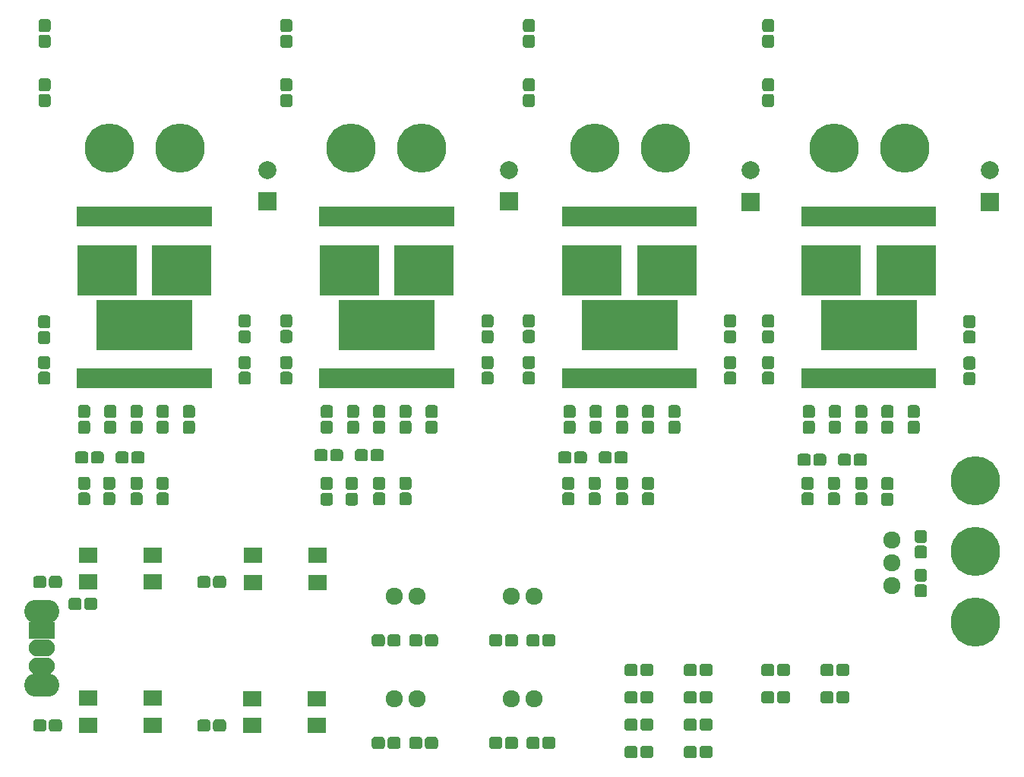
<source format=gbr>
G04 #@! TF.GenerationSoftware,KiCad,Pcbnew,(5.0.0)*
G04 #@! TF.CreationDate,2019-12-13T16:43:05-06:00*
G04 #@! TF.ProjectId,ScienceMotorController_Hardware,536369656E63654D6F746F72436F6E74,rev?*
G04 #@! TF.SameCoordinates,Original*
G04 #@! TF.FileFunction,Soldermask,Top*
G04 #@! TF.FilePolarity,Negative*
%FSLAX46Y46*%
G04 Gerber Fmt 4.6, Leading zero omitted, Abs format (unit mm)*
G04 Created by KiCad (PCBNEW (5.0.0)) date 12/13/19 16:43:05*
%MOMM*%
%LPD*%
G01*
G04 APERTURE LIST*
%ADD10C,2.000000*%
%ADD11R,2.000000X2.000000*%
%ADD12R,6.623000X5.657800*%
%ADD13R,10.712400X5.657800*%
%ADD14R,1.035000X2.254200*%
%ADD15C,0.100000*%
%ADD16C,1.350000*%
%ADD17C,5.480000*%
%ADD18R,2.000000X1.800000*%
%ADD19C,1.924000*%
%ADD20R,2.900000X1.900000*%
%ADD21O,2.900000X1.900000*%
%ADD22O,3.900000X2.600000*%
G04 APERTURE END LIST*
D10*
G04 #@! TO.C,C3*
X119888000Y-64826000D03*
D11*
X119888000Y-68326000D03*
G04 #@! TD*
D12*
G04 #@! TO.C,U5*
X83501099Y-75946000D03*
D13*
X79335499Y-82042000D03*
D12*
X75169899Y-75946000D03*
D14*
X72335498Y-69989700D03*
X73335498Y-69989700D03*
X74335499Y-69989700D03*
X75335499Y-69989700D03*
X76335500Y-69989700D03*
X77335498Y-69989700D03*
X78335498Y-69989700D03*
X79335499Y-69989700D03*
X80335500Y-69989700D03*
X81335500Y-69989700D03*
X82335498Y-69989700D03*
X83335499Y-69989700D03*
X84335499Y-69989700D03*
X85335500Y-69989700D03*
X86335498Y-69989700D03*
X86335500Y-87998300D03*
X85335500Y-87998300D03*
X84335499Y-87998300D03*
X83335499Y-87998300D03*
X82335498Y-87998300D03*
X81335500Y-87998300D03*
X80335500Y-87998300D03*
X79335499Y-87998300D03*
X78335498Y-87998300D03*
X77335498Y-87998300D03*
X76335500Y-87998300D03*
X75335499Y-87998300D03*
X74335499Y-87998300D03*
X73335498Y-87998300D03*
X72335500Y-87998300D03*
G04 #@! TD*
D15*
G04 #@! TO.C,R43*
G36*
X97815581Y-127977625D02*
X97848343Y-127982485D01*
X97880471Y-127990533D01*
X97911656Y-128001691D01*
X97941596Y-128015852D01*
X97970005Y-128032879D01*
X97996608Y-128052609D01*
X98021149Y-128074851D01*
X98043391Y-128099392D01*
X98063121Y-128125995D01*
X98080148Y-128154404D01*
X98094309Y-128184344D01*
X98105467Y-128215529D01*
X98113515Y-128247657D01*
X98118375Y-128280419D01*
X98120000Y-128313500D01*
X98120000Y-128988500D01*
X98118375Y-129021581D01*
X98113515Y-129054343D01*
X98105467Y-129086471D01*
X98094309Y-129117656D01*
X98080148Y-129147596D01*
X98063121Y-129176005D01*
X98043391Y-129202608D01*
X98021149Y-129227149D01*
X97996608Y-129249391D01*
X97970005Y-129269121D01*
X97941596Y-129286148D01*
X97911656Y-129300309D01*
X97880471Y-129311467D01*
X97848343Y-129319515D01*
X97815581Y-129324375D01*
X97782500Y-129326000D01*
X97007500Y-129326000D01*
X96974419Y-129324375D01*
X96941657Y-129319515D01*
X96909529Y-129311467D01*
X96878344Y-129300309D01*
X96848404Y-129286148D01*
X96819995Y-129269121D01*
X96793392Y-129249391D01*
X96768851Y-129227149D01*
X96746609Y-129202608D01*
X96726879Y-129176005D01*
X96709852Y-129147596D01*
X96695691Y-129117656D01*
X96684533Y-129086471D01*
X96676485Y-129054343D01*
X96671625Y-129021581D01*
X96670000Y-128988500D01*
X96670000Y-128313500D01*
X96671625Y-128280419D01*
X96676485Y-128247657D01*
X96684533Y-128215529D01*
X96695691Y-128184344D01*
X96709852Y-128154404D01*
X96726879Y-128125995D01*
X96746609Y-128099392D01*
X96768851Y-128074851D01*
X96793392Y-128052609D01*
X96819995Y-128032879D01*
X96848404Y-128015852D01*
X96878344Y-128001691D01*
X96909529Y-127990533D01*
X96941657Y-127982485D01*
X96974419Y-127977625D01*
X97007500Y-127976000D01*
X97782500Y-127976000D01*
X97815581Y-127977625D01*
X97815581Y-127977625D01*
G37*
D16*
X97395000Y-128651000D03*
D15*
G36*
X96065581Y-127977625D02*
X96098343Y-127982485D01*
X96130471Y-127990533D01*
X96161656Y-128001691D01*
X96191596Y-128015852D01*
X96220005Y-128032879D01*
X96246608Y-128052609D01*
X96271149Y-128074851D01*
X96293391Y-128099392D01*
X96313121Y-128125995D01*
X96330148Y-128154404D01*
X96344309Y-128184344D01*
X96355467Y-128215529D01*
X96363515Y-128247657D01*
X96368375Y-128280419D01*
X96370000Y-128313500D01*
X96370000Y-128988500D01*
X96368375Y-129021581D01*
X96363515Y-129054343D01*
X96355467Y-129086471D01*
X96344309Y-129117656D01*
X96330148Y-129147596D01*
X96313121Y-129176005D01*
X96293391Y-129202608D01*
X96271149Y-129227149D01*
X96246608Y-129249391D01*
X96220005Y-129269121D01*
X96191596Y-129286148D01*
X96161656Y-129300309D01*
X96130471Y-129311467D01*
X96098343Y-129319515D01*
X96065581Y-129324375D01*
X96032500Y-129326000D01*
X95257500Y-129326000D01*
X95224419Y-129324375D01*
X95191657Y-129319515D01*
X95159529Y-129311467D01*
X95128344Y-129300309D01*
X95098404Y-129286148D01*
X95069995Y-129269121D01*
X95043392Y-129249391D01*
X95018851Y-129227149D01*
X94996609Y-129202608D01*
X94976879Y-129176005D01*
X94959852Y-129147596D01*
X94945691Y-129117656D01*
X94934533Y-129086471D01*
X94926485Y-129054343D01*
X94921625Y-129021581D01*
X94920000Y-128988500D01*
X94920000Y-128313500D01*
X94921625Y-128280419D01*
X94926485Y-128247657D01*
X94934533Y-128215529D01*
X94945691Y-128184344D01*
X94959852Y-128154404D01*
X94976879Y-128125995D01*
X94996609Y-128099392D01*
X95018851Y-128074851D01*
X95043392Y-128052609D01*
X95069995Y-128032879D01*
X95098404Y-128015852D01*
X95128344Y-128001691D01*
X95159529Y-127990533D01*
X95191657Y-127982485D01*
X95224419Y-127977625D01*
X95257500Y-127976000D01*
X96032500Y-127976000D01*
X96065581Y-127977625D01*
X96065581Y-127977625D01*
G37*
D16*
X95645000Y-128651000D03*
G04 #@! TD*
D15*
G04 #@! TO.C,R36*
G36*
X113591581Y-119849625D02*
X113624343Y-119854485D01*
X113656471Y-119862533D01*
X113687656Y-119873691D01*
X113717596Y-119887852D01*
X113746005Y-119904879D01*
X113772608Y-119924609D01*
X113797149Y-119946851D01*
X113819391Y-119971392D01*
X113839121Y-119997995D01*
X113856148Y-120026404D01*
X113870309Y-120056344D01*
X113881467Y-120087529D01*
X113889515Y-120119657D01*
X113894375Y-120152419D01*
X113896000Y-120185500D01*
X113896000Y-120860500D01*
X113894375Y-120893581D01*
X113889515Y-120926343D01*
X113881467Y-120958471D01*
X113870309Y-120989656D01*
X113856148Y-121019596D01*
X113839121Y-121048005D01*
X113819391Y-121074608D01*
X113797149Y-121099149D01*
X113772608Y-121121391D01*
X113746005Y-121141121D01*
X113717596Y-121158148D01*
X113687656Y-121172309D01*
X113656471Y-121183467D01*
X113624343Y-121191515D01*
X113591581Y-121196375D01*
X113558500Y-121198000D01*
X112783500Y-121198000D01*
X112750419Y-121196375D01*
X112717657Y-121191515D01*
X112685529Y-121183467D01*
X112654344Y-121172309D01*
X112624404Y-121158148D01*
X112595995Y-121141121D01*
X112569392Y-121121391D01*
X112544851Y-121099149D01*
X112522609Y-121074608D01*
X112502879Y-121048005D01*
X112485852Y-121019596D01*
X112471691Y-120989656D01*
X112460533Y-120958471D01*
X112452485Y-120926343D01*
X112447625Y-120893581D01*
X112446000Y-120860500D01*
X112446000Y-120185500D01*
X112447625Y-120152419D01*
X112452485Y-120119657D01*
X112460533Y-120087529D01*
X112471691Y-120056344D01*
X112485852Y-120026404D01*
X112502879Y-119997995D01*
X112522609Y-119971392D01*
X112544851Y-119946851D01*
X112569392Y-119924609D01*
X112595995Y-119904879D01*
X112624404Y-119887852D01*
X112654344Y-119873691D01*
X112685529Y-119862533D01*
X112717657Y-119854485D01*
X112750419Y-119849625D01*
X112783500Y-119848000D01*
X113558500Y-119848000D01*
X113591581Y-119849625D01*
X113591581Y-119849625D01*
G37*
D16*
X113171000Y-120523000D03*
D15*
G36*
X115341581Y-119849625D02*
X115374343Y-119854485D01*
X115406471Y-119862533D01*
X115437656Y-119873691D01*
X115467596Y-119887852D01*
X115496005Y-119904879D01*
X115522608Y-119924609D01*
X115547149Y-119946851D01*
X115569391Y-119971392D01*
X115589121Y-119997995D01*
X115606148Y-120026404D01*
X115620309Y-120056344D01*
X115631467Y-120087529D01*
X115639515Y-120119657D01*
X115644375Y-120152419D01*
X115646000Y-120185500D01*
X115646000Y-120860500D01*
X115644375Y-120893581D01*
X115639515Y-120926343D01*
X115631467Y-120958471D01*
X115620309Y-120989656D01*
X115606148Y-121019596D01*
X115589121Y-121048005D01*
X115569391Y-121074608D01*
X115547149Y-121099149D01*
X115522608Y-121121391D01*
X115496005Y-121141121D01*
X115467596Y-121158148D01*
X115437656Y-121172309D01*
X115406471Y-121183467D01*
X115374343Y-121191515D01*
X115341581Y-121196375D01*
X115308500Y-121198000D01*
X114533500Y-121198000D01*
X114500419Y-121196375D01*
X114467657Y-121191515D01*
X114435529Y-121183467D01*
X114404344Y-121172309D01*
X114374404Y-121158148D01*
X114345995Y-121141121D01*
X114319392Y-121121391D01*
X114294851Y-121099149D01*
X114272609Y-121074608D01*
X114252879Y-121048005D01*
X114235852Y-121019596D01*
X114221691Y-120989656D01*
X114210533Y-120958471D01*
X114202485Y-120926343D01*
X114197625Y-120893581D01*
X114196000Y-120860500D01*
X114196000Y-120185500D01*
X114197625Y-120152419D01*
X114202485Y-120119657D01*
X114210533Y-120087529D01*
X114221691Y-120056344D01*
X114235852Y-120026404D01*
X114252879Y-119997995D01*
X114272609Y-119971392D01*
X114294851Y-119946851D01*
X114319392Y-119924609D01*
X114345995Y-119904879D01*
X114374404Y-119887852D01*
X114404344Y-119873691D01*
X114435529Y-119862533D01*
X114467657Y-119854485D01*
X114500419Y-119849625D01*
X114533500Y-119848000D01*
X115308500Y-119848000D01*
X115341581Y-119849625D01*
X115341581Y-119849625D01*
G37*
D16*
X114921000Y-120523000D03*
G04 #@! TD*
D15*
G04 #@! TO.C,R37*
G36*
X113591581Y-122897625D02*
X113624343Y-122902485D01*
X113656471Y-122910533D01*
X113687656Y-122921691D01*
X113717596Y-122935852D01*
X113746005Y-122952879D01*
X113772608Y-122972609D01*
X113797149Y-122994851D01*
X113819391Y-123019392D01*
X113839121Y-123045995D01*
X113856148Y-123074404D01*
X113870309Y-123104344D01*
X113881467Y-123135529D01*
X113889515Y-123167657D01*
X113894375Y-123200419D01*
X113896000Y-123233500D01*
X113896000Y-123908500D01*
X113894375Y-123941581D01*
X113889515Y-123974343D01*
X113881467Y-124006471D01*
X113870309Y-124037656D01*
X113856148Y-124067596D01*
X113839121Y-124096005D01*
X113819391Y-124122608D01*
X113797149Y-124147149D01*
X113772608Y-124169391D01*
X113746005Y-124189121D01*
X113717596Y-124206148D01*
X113687656Y-124220309D01*
X113656471Y-124231467D01*
X113624343Y-124239515D01*
X113591581Y-124244375D01*
X113558500Y-124246000D01*
X112783500Y-124246000D01*
X112750419Y-124244375D01*
X112717657Y-124239515D01*
X112685529Y-124231467D01*
X112654344Y-124220309D01*
X112624404Y-124206148D01*
X112595995Y-124189121D01*
X112569392Y-124169391D01*
X112544851Y-124147149D01*
X112522609Y-124122608D01*
X112502879Y-124096005D01*
X112485852Y-124067596D01*
X112471691Y-124037656D01*
X112460533Y-124006471D01*
X112452485Y-123974343D01*
X112447625Y-123941581D01*
X112446000Y-123908500D01*
X112446000Y-123233500D01*
X112447625Y-123200419D01*
X112452485Y-123167657D01*
X112460533Y-123135529D01*
X112471691Y-123104344D01*
X112485852Y-123074404D01*
X112502879Y-123045995D01*
X112522609Y-123019392D01*
X112544851Y-122994851D01*
X112569392Y-122972609D01*
X112595995Y-122952879D01*
X112624404Y-122935852D01*
X112654344Y-122921691D01*
X112685529Y-122910533D01*
X112717657Y-122902485D01*
X112750419Y-122897625D01*
X112783500Y-122896000D01*
X113558500Y-122896000D01*
X113591581Y-122897625D01*
X113591581Y-122897625D01*
G37*
D16*
X113171000Y-123571000D03*
D15*
G36*
X115341581Y-122897625D02*
X115374343Y-122902485D01*
X115406471Y-122910533D01*
X115437656Y-122921691D01*
X115467596Y-122935852D01*
X115496005Y-122952879D01*
X115522608Y-122972609D01*
X115547149Y-122994851D01*
X115569391Y-123019392D01*
X115589121Y-123045995D01*
X115606148Y-123074404D01*
X115620309Y-123104344D01*
X115631467Y-123135529D01*
X115639515Y-123167657D01*
X115644375Y-123200419D01*
X115646000Y-123233500D01*
X115646000Y-123908500D01*
X115644375Y-123941581D01*
X115639515Y-123974343D01*
X115631467Y-124006471D01*
X115620309Y-124037656D01*
X115606148Y-124067596D01*
X115589121Y-124096005D01*
X115569391Y-124122608D01*
X115547149Y-124147149D01*
X115522608Y-124169391D01*
X115496005Y-124189121D01*
X115467596Y-124206148D01*
X115437656Y-124220309D01*
X115406471Y-124231467D01*
X115374343Y-124239515D01*
X115341581Y-124244375D01*
X115308500Y-124246000D01*
X114533500Y-124246000D01*
X114500419Y-124244375D01*
X114467657Y-124239515D01*
X114435529Y-124231467D01*
X114404344Y-124220309D01*
X114374404Y-124206148D01*
X114345995Y-124189121D01*
X114319392Y-124169391D01*
X114294851Y-124147149D01*
X114272609Y-124122608D01*
X114252879Y-124096005D01*
X114235852Y-124067596D01*
X114221691Y-124037656D01*
X114210533Y-124006471D01*
X114202485Y-123974343D01*
X114197625Y-123941581D01*
X114196000Y-123908500D01*
X114196000Y-123233500D01*
X114197625Y-123200419D01*
X114202485Y-123167657D01*
X114210533Y-123135529D01*
X114221691Y-123104344D01*
X114235852Y-123074404D01*
X114252879Y-123045995D01*
X114272609Y-123019392D01*
X114294851Y-122994851D01*
X114319392Y-122972609D01*
X114345995Y-122952879D01*
X114374404Y-122935852D01*
X114404344Y-122921691D01*
X114435529Y-122910533D01*
X114467657Y-122902485D01*
X114500419Y-122897625D01*
X114533500Y-122896000D01*
X115308500Y-122896000D01*
X115341581Y-122897625D01*
X115341581Y-122897625D01*
G37*
D16*
X114921000Y-123571000D03*
G04 #@! TD*
D15*
G04 #@! TO.C,R38*
G36*
X115341581Y-125945625D02*
X115374343Y-125950485D01*
X115406471Y-125958533D01*
X115437656Y-125969691D01*
X115467596Y-125983852D01*
X115496005Y-126000879D01*
X115522608Y-126020609D01*
X115547149Y-126042851D01*
X115569391Y-126067392D01*
X115589121Y-126093995D01*
X115606148Y-126122404D01*
X115620309Y-126152344D01*
X115631467Y-126183529D01*
X115639515Y-126215657D01*
X115644375Y-126248419D01*
X115646000Y-126281500D01*
X115646000Y-126956500D01*
X115644375Y-126989581D01*
X115639515Y-127022343D01*
X115631467Y-127054471D01*
X115620309Y-127085656D01*
X115606148Y-127115596D01*
X115589121Y-127144005D01*
X115569391Y-127170608D01*
X115547149Y-127195149D01*
X115522608Y-127217391D01*
X115496005Y-127237121D01*
X115467596Y-127254148D01*
X115437656Y-127268309D01*
X115406471Y-127279467D01*
X115374343Y-127287515D01*
X115341581Y-127292375D01*
X115308500Y-127294000D01*
X114533500Y-127294000D01*
X114500419Y-127292375D01*
X114467657Y-127287515D01*
X114435529Y-127279467D01*
X114404344Y-127268309D01*
X114374404Y-127254148D01*
X114345995Y-127237121D01*
X114319392Y-127217391D01*
X114294851Y-127195149D01*
X114272609Y-127170608D01*
X114252879Y-127144005D01*
X114235852Y-127115596D01*
X114221691Y-127085656D01*
X114210533Y-127054471D01*
X114202485Y-127022343D01*
X114197625Y-126989581D01*
X114196000Y-126956500D01*
X114196000Y-126281500D01*
X114197625Y-126248419D01*
X114202485Y-126215657D01*
X114210533Y-126183529D01*
X114221691Y-126152344D01*
X114235852Y-126122404D01*
X114252879Y-126093995D01*
X114272609Y-126067392D01*
X114294851Y-126042851D01*
X114319392Y-126020609D01*
X114345995Y-126000879D01*
X114374404Y-125983852D01*
X114404344Y-125969691D01*
X114435529Y-125958533D01*
X114467657Y-125950485D01*
X114500419Y-125945625D01*
X114533500Y-125944000D01*
X115308500Y-125944000D01*
X115341581Y-125945625D01*
X115341581Y-125945625D01*
G37*
D16*
X114921000Y-126619000D03*
D15*
G36*
X113591581Y-125945625D02*
X113624343Y-125950485D01*
X113656471Y-125958533D01*
X113687656Y-125969691D01*
X113717596Y-125983852D01*
X113746005Y-126000879D01*
X113772608Y-126020609D01*
X113797149Y-126042851D01*
X113819391Y-126067392D01*
X113839121Y-126093995D01*
X113856148Y-126122404D01*
X113870309Y-126152344D01*
X113881467Y-126183529D01*
X113889515Y-126215657D01*
X113894375Y-126248419D01*
X113896000Y-126281500D01*
X113896000Y-126956500D01*
X113894375Y-126989581D01*
X113889515Y-127022343D01*
X113881467Y-127054471D01*
X113870309Y-127085656D01*
X113856148Y-127115596D01*
X113839121Y-127144005D01*
X113819391Y-127170608D01*
X113797149Y-127195149D01*
X113772608Y-127217391D01*
X113746005Y-127237121D01*
X113717596Y-127254148D01*
X113687656Y-127268309D01*
X113656471Y-127279467D01*
X113624343Y-127287515D01*
X113591581Y-127292375D01*
X113558500Y-127294000D01*
X112783500Y-127294000D01*
X112750419Y-127292375D01*
X112717657Y-127287515D01*
X112685529Y-127279467D01*
X112654344Y-127268309D01*
X112624404Y-127254148D01*
X112595995Y-127237121D01*
X112569392Y-127217391D01*
X112544851Y-127195149D01*
X112522609Y-127170608D01*
X112502879Y-127144005D01*
X112485852Y-127115596D01*
X112471691Y-127085656D01*
X112460533Y-127054471D01*
X112452485Y-127022343D01*
X112447625Y-126989581D01*
X112446000Y-126956500D01*
X112446000Y-126281500D01*
X112447625Y-126248419D01*
X112452485Y-126215657D01*
X112460533Y-126183529D01*
X112471691Y-126152344D01*
X112485852Y-126122404D01*
X112502879Y-126093995D01*
X112522609Y-126067392D01*
X112544851Y-126042851D01*
X112569392Y-126020609D01*
X112595995Y-126000879D01*
X112624404Y-125983852D01*
X112654344Y-125969691D01*
X112685529Y-125958533D01*
X112717657Y-125950485D01*
X112750419Y-125945625D01*
X112783500Y-125944000D01*
X113558500Y-125944000D01*
X113591581Y-125945625D01*
X113591581Y-125945625D01*
G37*
D16*
X113171000Y-126619000D03*
G04 #@! TD*
D15*
G04 #@! TO.C,R39*
G36*
X113591581Y-128993625D02*
X113624343Y-128998485D01*
X113656471Y-129006533D01*
X113687656Y-129017691D01*
X113717596Y-129031852D01*
X113746005Y-129048879D01*
X113772608Y-129068609D01*
X113797149Y-129090851D01*
X113819391Y-129115392D01*
X113839121Y-129141995D01*
X113856148Y-129170404D01*
X113870309Y-129200344D01*
X113881467Y-129231529D01*
X113889515Y-129263657D01*
X113894375Y-129296419D01*
X113896000Y-129329500D01*
X113896000Y-130004500D01*
X113894375Y-130037581D01*
X113889515Y-130070343D01*
X113881467Y-130102471D01*
X113870309Y-130133656D01*
X113856148Y-130163596D01*
X113839121Y-130192005D01*
X113819391Y-130218608D01*
X113797149Y-130243149D01*
X113772608Y-130265391D01*
X113746005Y-130285121D01*
X113717596Y-130302148D01*
X113687656Y-130316309D01*
X113656471Y-130327467D01*
X113624343Y-130335515D01*
X113591581Y-130340375D01*
X113558500Y-130342000D01*
X112783500Y-130342000D01*
X112750419Y-130340375D01*
X112717657Y-130335515D01*
X112685529Y-130327467D01*
X112654344Y-130316309D01*
X112624404Y-130302148D01*
X112595995Y-130285121D01*
X112569392Y-130265391D01*
X112544851Y-130243149D01*
X112522609Y-130218608D01*
X112502879Y-130192005D01*
X112485852Y-130163596D01*
X112471691Y-130133656D01*
X112460533Y-130102471D01*
X112452485Y-130070343D01*
X112447625Y-130037581D01*
X112446000Y-130004500D01*
X112446000Y-129329500D01*
X112447625Y-129296419D01*
X112452485Y-129263657D01*
X112460533Y-129231529D01*
X112471691Y-129200344D01*
X112485852Y-129170404D01*
X112502879Y-129141995D01*
X112522609Y-129115392D01*
X112544851Y-129090851D01*
X112569392Y-129068609D01*
X112595995Y-129048879D01*
X112624404Y-129031852D01*
X112654344Y-129017691D01*
X112685529Y-129006533D01*
X112717657Y-128998485D01*
X112750419Y-128993625D01*
X112783500Y-128992000D01*
X113558500Y-128992000D01*
X113591581Y-128993625D01*
X113591581Y-128993625D01*
G37*
D16*
X113171000Y-129667000D03*
D15*
G36*
X115341581Y-128993625D02*
X115374343Y-128998485D01*
X115406471Y-129006533D01*
X115437656Y-129017691D01*
X115467596Y-129031852D01*
X115496005Y-129048879D01*
X115522608Y-129068609D01*
X115547149Y-129090851D01*
X115569391Y-129115392D01*
X115589121Y-129141995D01*
X115606148Y-129170404D01*
X115620309Y-129200344D01*
X115631467Y-129231529D01*
X115639515Y-129263657D01*
X115644375Y-129296419D01*
X115646000Y-129329500D01*
X115646000Y-130004500D01*
X115644375Y-130037581D01*
X115639515Y-130070343D01*
X115631467Y-130102471D01*
X115620309Y-130133656D01*
X115606148Y-130163596D01*
X115589121Y-130192005D01*
X115569391Y-130218608D01*
X115547149Y-130243149D01*
X115522608Y-130265391D01*
X115496005Y-130285121D01*
X115467596Y-130302148D01*
X115437656Y-130316309D01*
X115406471Y-130327467D01*
X115374343Y-130335515D01*
X115341581Y-130340375D01*
X115308500Y-130342000D01*
X114533500Y-130342000D01*
X114500419Y-130340375D01*
X114467657Y-130335515D01*
X114435529Y-130327467D01*
X114404344Y-130316309D01*
X114374404Y-130302148D01*
X114345995Y-130285121D01*
X114319392Y-130265391D01*
X114294851Y-130243149D01*
X114272609Y-130218608D01*
X114252879Y-130192005D01*
X114235852Y-130163596D01*
X114221691Y-130133656D01*
X114210533Y-130102471D01*
X114202485Y-130070343D01*
X114197625Y-130037581D01*
X114196000Y-130004500D01*
X114196000Y-129329500D01*
X114197625Y-129296419D01*
X114202485Y-129263657D01*
X114210533Y-129231529D01*
X114221691Y-129200344D01*
X114235852Y-129170404D01*
X114252879Y-129141995D01*
X114272609Y-129115392D01*
X114294851Y-129090851D01*
X114319392Y-129068609D01*
X114345995Y-129048879D01*
X114374404Y-129031852D01*
X114404344Y-129017691D01*
X114435529Y-129006533D01*
X114467657Y-128998485D01*
X114500419Y-128993625D01*
X114533500Y-128992000D01*
X115308500Y-128992000D01*
X115341581Y-128993625D01*
X115341581Y-128993625D01*
G37*
D16*
X114921000Y-129667000D03*
G04 #@! TD*
D15*
G04 #@! TO.C,C8*
G36*
X129529581Y-98985625D02*
X129562343Y-98990485D01*
X129594471Y-98998533D01*
X129625656Y-99009691D01*
X129655596Y-99023852D01*
X129684005Y-99040879D01*
X129710608Y-99060609D01*
X129735149Y-99082851D01*
X129757391Y-99107392D01*
X129777121Y-99133995D01*
X129794148Y-99162404D01*
X129808309Y-99192344D01*
X129819467Y-99223529D01*
X129827515Y-99255657D01*
X129832375Y-99288419D01*
X129834000Y-99321500D01*
X129834000Y-100096500D01*
X129832375Y-100129581D01*
X129827515Y-100162343D01*
X129819467Y-100194471D01*
X129808309Y-100225656D01*
X129794148Y-100255596D01*
X129777121Y-100284005D01*
X129757391Y-100310608D01*
X129735149Y-100335149D01*
X129710608Y-100357391D01*
X129684005Y-100377121D01*
X129655596Y-100394148D01*
X129625656Y-100408309D01*
X129594471Y-100419467D01*
X129562343Y-100427515D01*
X129529581Y-100432375D01*
X129496500Y-100434000D01*
X128821500Y-100434000D01*
X128788419Y-100432375D01*
X128755657Y-100427515D01*
X128723529Y-100419467D01*
X128692344Y-100408309D01*
X128662404Y-100394148D01*
X128633995Y-100377121D01*
X128607392Y-100357391D01*
X128582851Y-100335149D01*
X128560609Y-100310608D01*
X128540879Y-100284005D01*
X128523852Y-100255596D01*
X128509691Y-100225656D01*
X128498533Y-100194471D01*
X128490485Y-100162343D01*
X128485625Y-100129581D01*
X128484000Y-100096500D01*
X128484000Y-99321500D01*
X128485625Y-99288419D01*
X128490485Y-99255657D01*
X128498533Y-99223529D01*
X128509691Y-99192344D01*
X128523852Y-99162404D01*
X128540879Y-99133995D01*
X128560609Y-99107392D01*
X128582851Y-99082851D01*
X128607392Y-99060609D01*
X128633995Y-99040879D01*
X128662404Y-99023852D01*
X128692344Y-99009691D01*
X128723529Y-98998533D01*
X128755657Y-98990485D01*
X128788419Y-98985625D01*
X128821500Y-98984000D01*
X129496500Y-98984000D01*
X129529581Y-98985625D01*
X129529581Y-98985625D01*
G37*
D16*
X129159000Y-99709000D03*
D15*
G36*
X129529581Y-100735625D02*
X129562343Y-100740485D01*
X129594471Y-100748533D01*
X129625656Y-100759691D01*
X129655596Y-100773852D01*
X129684005Y-100790879D01*
X129710608Y-100810609D01*
X129735149Y-100832851D01*
X129757391Y-100857392D01*
X129777121Y-100883995D01*
X129794148Y-100912404D01*
X129808309Y-100942344D01*
X129819467Y-100973529D01*
X129827515Y-101005657D01*
X129832375Y-101038419D01*
X129834000Y-101071500D01*
X129834000Y-101846500D01*
X129832375Y-101879581D01*
X129827515Y-101912343D01*
X129819467Y-101944471D01*
X129808309Y-101975656D01*
X129794148Y-102005596D01*
X129777121Y-102034005D01*
X129757391Y-102060608D01*
X129735149Y-102085149D01*
X129710608Y-102107391D01*
X129684005Y-102127121D01*
X129655596Y-102144148D01*
X129625656Y-102158309D01*
X129594471Y-102169467D01*
X129562343Y-102177515D01*
X129529581Y-102182375D01*
X129496500Y-102184000D01*
X128821500Y-102184000D01*
X128788419Y-102182375D01*
X128755657Y-102177515D01*
X128723529Y-102169467D01*
X128692344Y-102158309D01*
X128662404Y-102144148D01*
X128633995Y-102127121D01*
X128607392Y-102107391D01*
X128582851Y-102085149D01*
X128560609Y-102060608D01*
X128540879Y-102034005D01*
X128523852Y-102005596D01*
X128509691Y-101975656D01*
X128498533Y-101944471D01*
X128490485Y-101912343D01*
X128485625Y-101879581D01*
X128484000Y-101846500D01*
X128484000Y-101071500D01*
X128485625Y-101038419D01*
X128490485Y-101005657D01*
X128498533Y-100973529D01*
X128509691Y-100942344D01*
X128523852Y-100912404D01*
X128540879Y-100883995D01*
X128560609Y-100857392D01*
X128582851Y-100832851D01*
X128607392Y-100810609D01*
X128633995Y-100790879D01*
X128662404Y-100773852D01*
X128692344Y-100759691D01*
X128723529Y-100748533D01*
X128755657Y-100740485D01*
X128788419Y-100735625D01*
X128821500Y-100734000D01*
X129496500Y-100734000D01*
X129529581Y-100735625D01*
X129529581Y-100735625D01*
G37*
D16*
X129159000Y-101459000D03*
G04 #@! TD*
D15*
G04 #@! TO.C,C1*
G36*
X139227600Y-106660709D02*
X139260362Y-106665569D01*
X139292490Y-106673617D01*
X139323675Y-106684775D01*
X139353615Y-106698936D01*
X139382024Y-106715963D01*
X139408627Y-106735693D01*
X139433168Y-106757935D01*
X139455410Y-106782476D01*
X139475140Y-106809079D01*
X139492167Y-106837488D01*
X139506328Y-106867428D01*
X139517486Y-106898613D01*
X139525534Y-106930741D01*
X139530394Y-106963503D01*
X139532019Y-106996584D01*
X139532019Y-107771584D01*
X139530394Y-107804665D01*
X139525534Y-107837427D01*
X139517486Y-107869555D01*
X139506328Y-107900740D01*
X139492167Y-107930680D01*
X139475140Y-107959089D01*
X139455410Y-107985692D01*
X139433168Y-108010233D01*
X139408627Y-108032475D01*
X139382024Y-108052205D01*
X139353615Y-108069232D01*
X139323675Y-108083393D01*
X139292490Y-108094551D01*
X139260362Y-108102599D01*
X139227600Y-108107459D01*
X139194519Y-108109084D01*
X138519519Y-108109084D01*
X138486438Y-108107459D01*
X138453676Y-108102599D01*
X138421548Y-108094551D01*
X138390363Y-108083393D01*
X138360423Y-108069232D01*
X138332014Y-108052205D01*
X138305411Y-108032475D01*
X138280870Y-108010233D01*
X138258628Y-107985692D01*
X138238898Y-107959089D01*
X138221871Y-107930680D01*
X138207710Y-107900740D01*
X138196552Y-107869555D01*
X138188504Y-107837427D01*
X138183644Y-107804665D01*
X138182019Y-107771584D01*
X138182019Y-106996584D01*
X138183644Y-106963503D01*
X138188504Y-106930741D01*
X138196552Y-106898613D01*
X138207710Y-106867428D01*
X138221871Y-106837488D01*
X138238898Y-106809079D01*
X138258628Y-106782476D01*
X138280870Y-106757935D01*
X138305411Y-106735693D01*
X138332014Y-106715963D01*
X138360423Y-106698936D01*
X138390363Y-106684775D01*
X138421548Y-106673617D01*
X138453676Y-106665569D01*
X138486438Y-106660709D01*
X138519519Y-106659084D01*
X139194519Y-106659084D01*
X139227600Y-106660709D01*
X139227600Y-106660709D01*
G37*
D16*
X138857019Y-107384084D03*
D15*
G36*
X139227600Y-104910709D02*
X139260362Y-104915569D01*
X139292490Y-104923617D01*
X139323675Y-104934775D01*
X139353615Y-104948936D01*
X139382024Y-104965963D01*
X139408627Y-104985693D01*
X139433168Y-105007935D01*
X139455410Y-105032476D01*
X139475140Y-105059079D01*
X139492167Y-105087488D01*
X139506328Y-105117428D01*
X139517486Y-105148613D01*
X139525534Y-105180741D01*
X139530394Y-105213503D01*
X139532019Y-105246584D01*
X139532019Y-106021584D01*
X139530394Y-106054665D01*
X139525534Y-106087427D01*
X139517486Y-106119555D01*
X139506328Y-106150740D01*
X139492167Y-106180680D01*
X139475140Y-106209089D01*
X139455410Y-106235692D01*
X139433168Y-106260233D01*
X139408627Y-106282475D01*
X139382024Y-106302205D01*
X139353615Y-106319232D01*
X139323675Y-106333393D01*
X139292490Y-106344551D01*
X139260362Y-106352599D01*
X139227600Y-106357459D01*
X139194519Y-106359084D01*
X138519519Y-106359084D01*
X138486438Y-106357459D01*
X138453676Y-106352599D01*
X138421548Y-106344551D01*
X138390363Y-106333393D01*
X138360423Y-106319232D01*
X138332014Y-106302205D01*
X138305411Y-106282475D01*
X138280870Y-106260233D01*
X138258628Y-106235692D01*
X138238898Y-106209089D01*
X138221871Y-106180680D01*
X138207710Y-106150740D01*
X138196552Y-106119555D01*
X138188504Y-106087427D01*
X138183644Y-106054665D01*
X138182019Y-106021584D01*
X138182019Y-105246584D01*
X138183644Y-105213503D01*
X138188504Y-105180741D01*
X138196552Y-105148613D01*
X138207710Y-105117428D01*
X138221871Y-105087488D01*
X138238898Y-105059079D01*
X138258628Y-105032476D01*
X138280870Y-105007935D01*
X138305411Y-104985693D01*
X138332014Y-104965963D01*
X138360423Y-104948936D01*
X138390363Y-104934775D01*
X138421548Y-104923617D01*
X138453676Y-104915569D01*
X138486438Y-104910709D01*
X138519519Y-104909084D01*
X139194519Y-104909084D01*
X139227600Y-104910709D01*
X139227600Y-104910709D01*
G37*
D16*
X138857019Y-105634084D03*
G04 #@! TD*
D15*
G04 #@! TO.C,C2*
G36*
X139227600Y-110978709D02*
X139260362Y-110983569D01*
X139292490Y-110991617D01*
X139323675Y-111002775D01*
X139353615Y-111016936D01*
X139382024Y-111033963D01*
X139408627Y-111053693D01*
X139433168Y-111075935D01*
X139455410Y-111100476D01*
X139475140Y-111127079D01*
X139492167Y-111155488D01*
X139506328Y-111185428D01*
X139517486Y-111216613D01*
X139525534Y-111248741D01*
X139530394Y-111281503D01*
X139532019Y-111314584D01*
X139532019Y-112089584D01*
X139530394Y-112122665D01*
X139525534Y-112155427D01*
X139517486Y-112187555D01*
X139506328Y-112218740D01*
X139492167Y-112248680D01*
X139475140Y-112277089D01*
X139455410Y-112303692D01*
X139433168Y-112328233D01*
X139408627Y-112350475D01*
X139382024Y-112370205D01*
X139353615Y-112387232D01*
X139323675Y-112401393D01*
X139292490Y-112412551D01*
X139260362Y-112420599D01*
X139227600Y-112425459D01*
X139194519Y-112427084D01*
X138519519Y-112427084D01*
X138486438Y-112425459D01*
X138453676Y-112420599D01*
X138421548Y-112412551D01*
X138390363Y-112401393D01*
X138360423Y-112387232D01*
X138332014Y-112370205D01*
X138305411Y-112350475D01*
X138280870Y-112328233D01*
X138258628Y-112303692D01*
X138238898Y-112277089D01*
X138221871Y-112248680D01*
X138207710Y-112218740D01*
X138196552Y-112187555D01*
X138188504Y-112155427D01*
X138183644Y-112122665D01*
X138182019Y-112089584D01*
X138182019Y-111314584D01*
X138183644Y-111281503D01*
X138188504Y-111248741D01*
X138196552Y-111216613D01*
X138207710Y-111185428D01*
X138221871Y-111155488D01*
X138238898Y-111127079D01*
X138258628Y-111100476D01*
X138280870Y-111075935D01*
X138305411Y-111053693D01*
X138332014Y-111033963D01*
X138360423Y-111016936D01*
X138390363Y-111002775D01*
X138421548Y-110991617D01*
X138453676Y-110983569D01*
X138486438Y-110978709D01*
X138519519Y-110977084D01*
X139194519Y-110977084D01*
X139227600Y-110978709D01*
X139227600Y-110978709D01*
G37*
D16*
X138857019Y-111702084D03*
D15*
G36*
X139227600Y-109228709D02*
X139260362Y-109233569D01*
X139292490Y-109241617D01*
X139323675Y-109252775D01*
X139353615Y-109266936D01*
X139382024Y-109283963D01*
X139408627Y-109303693D01*
X139433168Y-109325935D01*
X139455410Y-109350476D01*
X139475140Y-109377079D01*
X139492167Y-109405488D01*
X139506328Y-109435428D01*
X139517486Y-109466613D01*
X139525534Y-109498741D01*
X139530394Y-109531503D01*
X139532019Y-109564584D01*
X139532019Y-110339584D01*
X139530394Y-110372665D01*
X139525534Y-110405427D01*
X139517486Y-110437555D01*
X139506328Y-110468740D01*
X139492167Y-110498680D01*
X139475140Y-110527089D01*
X139455410Y-110553692D01*
X139433168Y-110578233D01*
X139408627Y-110600475D01*
X139382024Y-110620205D01*
X139353615Y-110637232D01*
X139323675Y-110651393D01*
X139292490Y-110662551D01*
X139260362Y-110670599D01*
X139227600Y-110675459D01*
X139194519Y-110677084D01*
X138519519Y-110677084D01*
X138486438Y-110675459D01*
X138453676Y-110670599D01*
X138421548Y-110662551D01*
X138390363Y-110651393D01*
X138360423Y-110637232D01*
X138332014Y-110620205D01*
X138305411Y-110600475D01*
X138280870Y-110578233D01*
X138258628Y-110553692D01*
X138238898Y-110527089D01*
X138221871Y-110498680D01*
X138207710Y-110468740D01*
X138196552Y-110437555D01*
X138188504Y-110405427D01*
X138183644Y-110372665D01*
X138182019Y-110339584D01*
X138182019Y-109564584D01*
X138183644Y-109531503D01*
X138188504Y-109498741D01*
X138196552Y-109466613D01*
X138207710Y-109435428D01*
X138221871Y-109405488D01*
X138238898Y-109377079D01*
X138258628Y-109350476D01*
X138280870Y-109325935D01*
X138305411Y-109303693D01*
X138332014Y-109283963D01*
X138360423Y-109266936D01*
X138390363Y-109252775D01*
X138421548Y-109241617D01*
X138453676Y-109233569D01*
X138486438Y-109228709D01*
X138519519Y-109227084D01*
X139194519Y-109227084D01*
X139227600Y-109228709D01*
X139227600Y-109228709D01*
G37*
D16*
X138857019Y-109952084D03*
G04 #@! TD*
D15*
G04 #@! TO.C,C5*
G36*
X48757581Y-98971625D02*
X48790343Y-98976485D01*
X48822471Y-98984533D01*
X48853656Y-98995691D01*
X48883596Y-99009852D01*
X48912005Y-99026879D01*
X48938608Y-99046609D01*
X48963149Y-99068851D01*
X48985391Y-99093392D01*
X49005121Y-99119995D01*
X49022148Y-99148404D01*
X49036309Y-99178344D01*
X49047467Y-99209529D01*
X49055515Y-99241657D01*
X49060375Y-99274419D01*
X49062000Y-99307500D01*
X49062000Y-100082500D01*
X49060375Y-100115581D01*
X49055515Y-100148343D01*
X49047467Y-100180471D01*
X49036309Y-100211656D01*
X49022148Y-100241596D01*
X49005121Y-100270005D01*
X48985391Y-100296608D01*
X48963149Y-100321149D01*
X48938608Y-100343391D01*
X48912005Y-100363121D01*
X48883596Y-100380148D01*
X48853656Y-100394309D01*
X48822471Y-100405467D01*
X48790343Y-100413515D01*
X48757581Y-100418375D01*
X48724500Y-100420000D01*
X48049500Y-100420000D01*
X48016419Y-100418375D01*
X47983657Y-100413515D01*
X47951529Y-100405467D01*
X47920344Y-100394309D01*
X47890404Y-100380148D01*
X47861995Y-100363121D01*
X47835392Y-100343391D01*
X47810851Y-100321149D01*
X47788609Y-100296608D01*
X47768879Y-100270005D01*
X47751852Y-100241596D01*
X47737691Y-100211656D01*
X47726533Y-100180471D01*
X47718485Y-100148343D01*
X47713625Y-100115581D01*
X47712000Y-100082500D01*
X47712000Y-99307500D01*
X47713625Y-99274419D01*
X47718485Y-99241657D01*
X47726533Y-99209529D01*
X47737691Y-99178344D01*
X47751852Y-99148404D01*
X47768879Y-99119995D01*
X47788609Y-99093392D01*
X47810851Y-99068851D01*
X47835392Y-99046609D01*
X47861995Y-99026879D01*
X47890404Y-99009852D01*
X47920344Y-98995691D01*
X47951529Y-98984533D01*
X47983657Y-98976485D01*
X48016419Y-98971625D01*
X48049500Y-98970000D01*
X48724500Y-98970000D01*
X48757581Y-98971625D01*
X48757581Y-98971625D01*
G37*
D16*
X48387000Y-99695000D03*
D15*
G36*
X48757581Y-100721625D02*
X48790343Y-100726485D01*
X48822471Y-100734533D01*
X48853656Y-100745691D01*
X48883596Y-100759852D01*
X48912005Y-100776879D01*
X48938608Y-100796609D01*
X48963149Y-100818851D01*
X48985391Y-100843392D01*
X49005121Y-100869995D01*
X49022148Y-100898404D01*
X49036309Y-100928344D01*
X49047467Y-100959529D01*
X49055515Y-100991657D01*
X49060375Y-101024419D01*
X49062000Y-101057500D01*
X49062000Y-101832500D01*
X49060375Y-101865581D01*
X49055515Y-101898343D01*
X49047467Y-101930471D01*
X49036309Y-101961656D01*
X49022148Y-101991596D01*
X49005121Y-102020005D01*
X48985391Y-102046608D01*
X48963149Y-102071149D01*
X48938608Y-102093391D01*
X48912005Y-102113121D01*
X48883596Y-102130148D01*
X48853656Y-102144309D01*
X48822471Y-102155467D01*
X48790343Y-102163515D01*
X48757581Y-102168375D01*
X48724500Y-102170000D01*
X48049500Y-102170000D01*
X48016419Y-102168375D01*
X47983657Y-102163515D01*
X47951529Y-102155467D01*
X47920344Y-102144309D01*
X47890404Y-102130148D01*
X47861995Y-102113121D01*
X47835392Y-102093391D01*
X47810851Y-102071149D01*
X47788609Y-102046608D01*
X47768879Y-102020005D01*
X47751852Y-101991596D01*
X47737691Y-101961656D01*
X47726533Y-101930471D01*
X47718485Y-101898343D01*
X47713625Y-101865581D01*
X47712000Y-101832500D01*
X47712000Y-101057500D01*
X47713625Y-101024419D01*
X47718485Y-100991657D01*
X47726533Y-100959529D01*
X47737691Y-100928344D01*
X47751852Y-100898404D01*
X47768879Y-100869995D01*
X47788609Y-100843392D01*
X47810851Y-100818851D01*
X47835392Y-100796609D01*
X47861995Y-100776879D01*
X47890404Y-100759852D01*
X47920344Y-100745691D01*
X47951529Y-100734533D01*
X47983657Y-100726485D01*
X48016419Y-100721625D01*
X48049500Y-100720000D01*
X48724500Y-100720000D01*
X48757581Y-100721625D01*
X48757581Y-100721625D01*
G37*
D16*
X48387000Y-101445000D03*
G04 #@! TD*
D15*
G04 #@! TO.C,C6*
G36*
X75808581Y-100749625D02*
X75841343Y-100754485D01*
X75873471Y-100762533D01*
X75904656Y-100773691D01*
X75934596Y-100787852D01*
X75963005Y-100804879D01*
X75989608Y-100824609D01*
X76014149Y-100846851D01*
X76036391Y-100871392D01*
X76056121Y-100897995D01*
X76073148Y-100926404D01*
X76087309Y-100956344D01*
X76098467Y-100987529D01*
X76106515Y-101019657D01*
X76111375Y-101052419D01*
X76113000Y-101085500D01*
X76113000Y-101860500D01*
X76111375Y-101893581D01*
X76106515Y-101926343D01*
X76098467Y-101958471D01*
X76087309Y-101989656D01*
X76073148Y-102019596D01*
X76056121Y-102048005D01*
X76036391Y-102074608D01*
X76014149Y-102099149D01*
X75989608Y-102121391D01*
X75963005Y-102141121D01*
X75934596Y-102158148D01*
X75904656Y-102172309D01*
X75873471Y-102183467D01*
X75841343Y-102191515D01*
X75808581Y-102196375D01*
X75775500Y-102198000D01*
X75100500Y-102198000D01*
X75067419Y-102196375D01*
X75034657Y-102191515D01*
X75002529Y-102183467D01*
X74971344Y-102172309D01*
X74941404Y-102158148D01*
X74912995Y-102141121D01*
X74886392Y-102121391D01*
X74861851Y-102099149D01*
X74839609Y-102074608D01*
X74819879Y-102048005D01*
X74802852Y-102019596D01*
X74788691Y-101989656D01*
X74777533Y-101958471D01*
X74769485Y-101926343D01*
X74764625Y-101893581D01*
X74763000Y-101860500D01*
X74763000Y-101085500D01*
X74764625Y-101052419D01*
X74769485Y-101019657D01*
X74777533Y-100987529D01*
X74788691Y-100956344D01*
X74802852Y-100926404D01*
X74819879Y-100897995D01*
X74839609Y-100871392D01*
X74861851Y-100846851D01*
X74886392Y-100824609D01*
X74912995Y-100804879D01*
X74941404Y-100787852D01*
X74971344Y-100773691D01*
X75002529Y-100762533D01*
X75034657Y-100754485D01*
X75067419Y-100749625D01*
X75100500Y-100748000D01*
X75775500Y-100748000D01*
X75808581Y-100749625D01*
X75808581Y-100749625D01*
G37*
D16*
X75438000Y-101473000D03*
D15*
G36*
X75808581Y-98999625D02*
X75841343Y-99004485D01*
X75873471Y-99012533D01*
X75904656Y-99023691D01*
X75934596Y-99037852D01*
X75963005Y-99054879D01*
X75989608Y-99074609D01*
X76014149Y-99096851D01*
X76036391Y-99121392D01*
X76056121Y-99147995D01*
X76073148Y-99176404D01*
X76087309Y-99206344D01*
X76098467Y-99237529D01*
X76106515Y-99269657D01*
X76111375Y-99302419D01*
X76113000Y-99335500D01*
X76113000Y-100110500D01*
X76111375Y-100143581D01*
X76106515Y-100176343D01*
X76098467Y-100208471D01*
X76087309Y-100239656D01*
X76073148Y-100269596D01*
X76056121Y-100298005D01*
X76036391Y-100324608D01*
X76014149Y-100349149D01*
X75989608Y-100371391D01*
X75963005Y-100391121D01*
X75934596Y-100408148D01*
X75904656Y-100422309D01*
X75873471Y-100433467D01*
X75841343Y-100441515D01*
X75808581Y-100446375D01*
X75775500Y-100448000D01*
X75100500Y-100448000D01*
X75067419Y-100446375D01*
X75034657Y-100441515D01*
X75002529Y-100433467D01*
X74971344Y-100422309D01*
X74941404Y-100408148D01*
X74912995Y-100391121D01*
X74886392Y-100371391D01*
X74861851Y-100349149D01*
X74839609Y-100324608D01*
X74819879Y-100298005D01*
X74802852Y-100269596D01*
X74788691Y-100239656D01*
X74777533Y-100208471D01*
X74769485Y-100176343D01*
X74764625Y-100143581D01*
X74763000Y-100110500D01*
X74763000Y-99335500D01*
X74764625Y-99302419D01*
X74769485Y-99269657D01*
X74777533Y-99237529D01*
X74788691Y-99206344D01*
X74802852Y-99176404D01*
X74819879Y-99147995D01*
X74839609Y-99121392D01*
X74861851Y-99096851D01*
X74886392Y-99074609D01*
X74912995Y-99054879D01*
X74941404Y-99037852D01*
X74971344Y-99023691D01*
X75002529Y-99012533D01*
X75034657Y-99004485D01*
X75067419Y-98999625D01*
X75100500Y-98998000D01*
X75775500Y-98998000D01*
X75808581Y-98999625D01*
X75808581Y-98999625D01*
G37*
D16*
X75438000Y-99723000D03*
G04 #@! TD*
D15*
G04 #@! TO.C,C7*
G36*
X102859581Y-100735625D02*
X102892343Y-100740485D01*
X102924471Y-100748533D01*
X102955656Y-100759691D01*
X102985596Y-100773852D01*
X103014005Y-100790879D01*
X103040608Y-100810609D01*
X103065149Y-100832851D01*
X103087391Y-100857392D01*
X103107121Y-100883995D01*
X103124148Y-100912404D01*
X103138309Y-100942344D01*
X103149467Y-100973529D01*
X103157515Y-101005657D01*
X103162375Y-101038419D01*
X103164000Y-101071500D01*
X103164000Y-101846500D01*
X103162375Y-101879581D01*
X103157515Y-101912343D01*
X103149467Y-101944471D01*
X103138309Y-101975656D01*
X103124148Y-102005596D01*
X103107121Y-102034005D01*
X103087391Y-102060608D01*
X103065149Y-102085149D01*
X103040608Y-102107391D01*
X103014005Y-102127121D01*
X102985596Y-102144148D01*
X102955656Y-102158309D01*
X102924471Y-102169467D01*
X102892343Y-102177515D01*
X102859581Y-102182375D01*
X102826500Y-102184000D01*
X102151500Y-102184000D01*
X102118419Y-102182375D01*
X102085657Y-102177515D01*
X102053529Y-102169467D01*
X102022344Y-102158309D01*
X101992404Y-102144148D01*
X101963995Y-102127121D01*
X101937392Y-102107391D01*
X101912851Y-102085149D01*
X101890609Y-102060608D01*
X101870879Y-102034005D01*
X101853852Y-102005596D01*
X101839691Y-101975656D01*
X101828533Y-101944471D01*
X101820485Y-101912343D01*
X101815625Y-101879581D01*
X101814000Y-101846500D01*
X101814000Y-101071500D01*
X101815625Y-101038419D01*
X101820485Y-101005657D01*
X101828533Y-100973529D01*
X101839691Y-100942344D01*
X101853852Y-100912404D01*
X101870879Y-100883995D01*
X101890609Y-100857392D01*
X101912851Y-100832851D01*
X101937392Y-100810609D01*
X101963995Y-100790879D01*
X101992404Y-100773852D01*
X102022344Y-100759691D01*
X102053529Y-100748533D01*
X102085657Y-100740485D01*
X102118419Y-100735625D01*
X102151500Y-100734000D01*
X102826500Y-100734000D01*
X102859581Y-100735625D01*
X102859581Y-100735625D01*
G37*
D16*
X102489000Y-101459000D03*
D15*
G36*
X102859581Y-98985625D02*
X102892343Y-98990485D01*
X102924471Y-98998533D01*
X102955656Y-99009691D01*
X102985596Y-99023852D01*
X103014005Y-99040879D01*
X103040608Y-99060609D01*
X103065149Y-99082851D01*
X103087391Y-99107392D01*
X103107121Y-99133995D01*
X103124148Y-99162404D01*
X103138309Y-99192344D01*
X103149467Y-99223529D01*
X103157515Y-99255657D01*
X103162375Y-99288419D01*
X103164000Y-99321500D01*
X103164000Y-100096500D01*
X103162375Y-100129581D01*
X103157515Y-100162343D01*
X103149467Y-100194471D01*
X103138309Y-100225656D01*
X103124148Y-100255596D01*
X103107121Y-100284005D01*
X103087391Y-100310608D01*
X103065149Y-100335149D01*
X103040608Y-100357391D01*
X103014005Y-100377121D01*
X102985596Y-100394148D01*
X102955656Y-100408309D01*
X102924471Y-100419467D01*
X102892343Y-100427515D01*
X102859581Y-100432375D01*
X102826500Y-100434000D01*
X102151500Y-100434000D01*
X102118419Y-100432375D01*
X102085657Y-100427515D01*
X102053529Y-100419467D01*
X102022344Y-100408309D01*
X101992404Y-100394148D01*
X101963995Y-100377121D01*
X101937392Y-100357391D01*
X101912851Y-100335149D01*
X101890609Y-100310608D01*
X101870879Y-100284005D01*
X101853852Y-100255596D01*
X101839691Y-100225656D01*
X101828533Y-100194471D01*
X101820485Y-100162343D01*
X101815625Y-100129581D01*
X101814000Y-100096500D01*
X101814000Y-99321500D01*
X101815625Y-99288419D01*
X101820485Y-99255657D01*
X101828533Y-99223529D01*
X101839691Y-99192344D01*
X101853852Y-99162404D01*
X101870879Y-99133995D01*
X101890609Y-99107392D01*
X101912851Y-99082851D01*
X101937392Y-99060609D01*
X101963995Y-99040879D01*
X101992404Y-99023852D01*
X102022344Y-99009691D01*
X102053529Y-98998533D01*
X102085657Y-98990485D01*
X102118419Y-98985625D01*
X102151500Y-98984000D01*
X102826500Y-98984000D01*
X102859581Y-98985625D01*
X102859581Y-98985625D01*
G37*
D16*
X102489000Y-99709000D03*
G04 #@! TD*
D17*
G04 #@! TO.C,Conn1*
X144907000Y-115189000D03*
X144907000Y-107315000D03*
X144907000Y-99441000D03*
G04 #@! TD*
G04 #@! TO.C,Conn2*
X56261000Y-62382400D03*
X48387000Y-62382400D03*
G04 #@! TD*
G04 #@! TO.C,Conn3*
X83185000Y-62382400D03*
X75311000Y-62382400D03*
G04 #@! TD*
G04 #@! TO.C,Conn4*
X110363000Y-62382400D03*
X102489000Y-62382400D03*
G04 #@! TD*
G04 #@! TO.C,Conn5*
X129159000Y-62382400D03*
X137033000Y-62382400D03*
G04 #@! TD*
D15*
G04 #@! TO.C,D1*
G36*
X122227581Y-122897625D02*
X122260343Y-122902485D01*
X122292471Y-122910533D01*
X122323656Y-122921691D01*
X122353596Y-122935852D01*
X122382005Y-122952879D01*
X122408608Y-122972609D01*
X122433149Y-122994851D01*
X122455391Y-123019392D01*
X122475121Y-123045995D01*
X122492148Y-123074404D01*
X122506309Y-123104344D01*
X122517467Y-123135529D01*
X122525515Y-123167657D01*
X122530375Y-123200419D01*
X122532000Y-123233500D01*
X122532000Y-123908500D01*
X122530375Y-123941581D01*
X122525515Y-123974343D01*
X122517467Y-124006471D01*
X122506309Y-124037656D01*
X122492148Y-124067596D01*
X122475121Y-124096005D01*
X122455391Y-124122608D01*
X122433149Y-124147149D01*
X122408608Y-124169391D01*
X122382005Y-124189121D01*
X122353596Y-124206148D01*
X122323656Y-124220309D01*
X122292471Y-124231467D01*
X122260343Y-124239515D01*
X122227581Y-124244375D01*
X122194500Y-124246000D01*
X121419500Y-124246000D01*
X121386419Y-124244375D01*
X121353657Y-124239515D01*
X121321529Y-124231467D01*
X121290344Y-124220309D01*
X121260404Y-124206148D01*
X121231995Y-124189121D01*
X121205392Y-124169391D01*
X121180851Y-124147149D01*
X121158609Y-124122608D01*
X121138879Y-124096005D01*
X121121852Y-124067596D01*
X121107691Y-124037656D01*
X121096533Y-124006471D01*
X121088485Y-123974343D01*
X121083625Y-123941581D01*
X121082000Y-123908500D01*
X121082000Y-123233500D01*
X121083625Y-123200419D01*
X121088485Y-123167657D01*
X121096533Y-123135529D01*
X121107691Y-123104344D01*
X121121852Y-123074404D01*
X121138879Y-123045995D01*
X121158609Y-123019392D01*
X121180851Y-122994851D01*
X121205392Y-122972609D01*
X121231995Y-122952879D01*
X121260404Y-122935852D01*
X121290344Y-122921691D01*
X121321529Y-122910533D01*
X121353657Y-122902485D01*
X121386419Y-122897625D01*
X121419500Y-122896000D01*
X122194500Y-122896000D01*
X122227581Y-122897625D01*
X122227581Y-122897625D01*
G37*
D16*
X121807000Y-123571000D03*
D15*
G36*
X123977581Y-122897625D02*
X124010343Y-122902485D01*
X124042471Y-122910533D01*
X124073656Y-122921691D01*
X124103596Y-122935852D01*
X124132005Y-122952879D01*
X124158608Y-122972609D01*
X124183149Y-122994851D01*
X124205391Y-123019392D01*
X124225121Y-123045995D01*
X124242148Y-123074404D01*
X124256309Y-123104344D01*
X124267467Y-123135529D01*
X124275515Y-123167657D01*
X124280375Y-123200419D01*
X124282000Y-123233500D01*
X124282000Y-123908500D01*
X124280375Y-123941581D01*
X124275515Y-123974343D01*
X124267467Y-124006471D01*
X124256309Y-124037656D01*
X124242148Y-124067596D01*
X124225121Y-124096005D01*
X124205391Y-124122608D01*
X124183149Y-124147149D01*
X124158608Y-124169391D01*
X124132005Y-124189121D01*
X124103596Y-124206148D01*
X124073656Y-124220309D01*
X124042471Y-124231467D01*
X124010343Y-124239515D01*
X123977581Y-124244375D01*
X123944500Y-124246000D01*
X123169500Y-124246000D01*
X123136419Y-124244375D01*
X123103657Y-124239515D01*
X123071529Y-124231467D01*
X123040344Y-124220309D01*
X123010404Y-124206148D01*
X122981995Y-124189121D01*
X122955392Y-124169391D01*
X122930851Y-124147149D01*
X122908609Y-124122608D01*
X122888879Y-124096005D01*
X122871852Y-124067596D01*
X122857691Y-124037656D01*
X122846533Y-124006471D01*
X122838485Y-123974343D01*
X122833625Y-123941581D01*
X122832000Y-123908500D01*
X122832000Y-123233500D01*
X122833625Y-123200419D01*
X122838485Y-123167657D01*
X122846533Y-123135529D01*
X122857691Y-123104344D01*
X122871852Y-123074404D01*
X122888879Y-123045995D01*
X122908609Y-123019392D01*
X122930851Y-122994851D01*
X122955392Y-122972609D01*
X122981995Y-122952879D01*
X123010404Y-122935852D01*
X123040344Y-122921691D01*
X123071529Y-122910533D01*
X123103657Y-122902485D01*
X123136419Y-122897625D01*
X123169500Y-122896000D01*
X123944500Y-122896000D01*
X123977581Y-122897625D01*
X123977581Y-122897625D01*
G37*
D16*
X123557000Y-123571000D03*
G04 #@! TD*
D15*
G04 #@! TO.C,D3*
G36*
X122227581Y-119849625D02*
X122260343Y-119854485D01*
X122292471Y-119862533D01*
X122323656Y-119873691D01*
X122353596Y-119887852D01*
X122382005Y-119904879D01*
X122408608Y-119924609D01*
X122433149Y-119946851D01*
X122455391Y-119971392D01*
X122475121Y-119997995D01*
X122492148Y-120026404D01*
X122506309Y-120056344D01*
X122517467Y-120087529D01*
X122525515Y-120119657D01*
X122530375Y-120152419D01*
X122532000Y-120185500D01*
X122532000Y-120860500D01*
X122530375Y-120893581D01*
X122525515Y-120926343D01*
X122517467Y-120958471D01*
X122506309Y-120989656D01*
X122492148Y-121019596D01*
X122475121Y-121048005D01*
X122455391Y-121074608D01*
X122433149Y-121099149D01*
X122408608Y-121121391D01*
X122382005Y-121141121D01*
X122353596Y-121158148D01*
X122323656Y-121172309D01*
X122292471Y-121183467D01*
X122260343Y-121191515D01*
X122227581Y-121196375D01*
X122194500Y-121198000D01*
X121419500Y-121198000D01*
X121386419Y-121196375D01*
X121353657Y-121191515D01*
X121321529Y-121183467D01*
X121290344Y-121172309D01*
X121260404Y-121158148D01*
X121231995Y-121141121D01*
X121205392Y-121121391D01*
X121180851Y-121099149D01*
X121158609Y-121074608D01*
X121138879Y-121048005D01*
X121121852Y-121019596D01*
X121107691Y-120989656D01*
X121096533Y-120958471D01*
X121088485Y-120926343D01*
X121083625Y-120893581D01*
X121082000Y-120860500D01*
X121082000Y-120185500D01*
X121083625Y-120152419D01*
X121088485Y-120119657D01*
X121096533Y-120087529D01*
X121107691Y-120056344D01*
X121121852Y-120026404D01*
X121138879Y-119997995D01*
X121158609Y-119971392D01*
X121180851Y-119946851D01*
X121205392Y-119924609D01*
X121231995Y-119904879D01*
X121260404Y-119887852D01*
X121290344Y-119873691D01*
X121321529Y-119862533D01*
X121353657Y-119854485D01*
X121386419Y-119849625D01*
X121419500Y-119848000D01*
X122194500Y-119848000D01*
X122227581Y-119849625D01*
X122227581Y-119849625D01*
G37*
D16*
X121807000Y-120523000D03*
D15*
G36*
X123977581Y-119849625D02*
X124010343Y-119854485D01*
X124042471Y-119862533D01*
X124073656Y-119873691D01*
X124103596Y-119887852D01*
X124132005Y-119904879D01*
X124158608Y-119924609D01*
X124183149Y-119946851D01*
X124205391Y-119971392D01*
X124225121Y-119997995D01*
X124242148Y-120026404D01*
X124256309Y-120056344D01*
X124267467Y-120087529D01*
X124275515Y-120119657D01*
X124280375Y-120152419D01*
X124282000Y-120185500D01*
X124282000Y-120860500D01*
X124280375Y-120893581D01*
X124275515Y-120926343D01*
X124267467Y-120958471D01*
X124256309Y-120989656D01*
X124242148Y-121019596D01*
X124225121Y-121048005D01*
X124205391Y-121074608D01*
X124183149Y-121099149D01*
X124158608Y-121121391D01*
X124132005Y-121141121D01*
X124103596Y-121158148D01*
X124073656Y-121172309D01*
X124042471Y-121183467D01*
X124010343Y-121191515D01*
X123977581Y-121196375D01*
X123944500Y-121198000D01*
X123169500Y-121198000D01*
X123136419Y-121196375D01*
X123103657Y-121191515D01*
X123071529Y-121183467D01*
X123040344Y-121172309D01*
X123010404Y-121158148D01*
X122981995Y-121141121D01*
X122955392Y-121121391D01*
X122930851Y-121099149D01*
X122908609Y-121074608D01*
X122888879Y-121048005D01*
X122871852Y-121019596D01*
X122857691Y-120989656D01*
X122846533Y-120958471D01*
X122838485Y-120926343D01*
X122833625Y-120893581D01*
X122832000Y-120860500D01*
X122832000Y-120185500D01*
X122833625Y-120152419D01*
X122838485Y-120119657D01*
X122846533Y-120087529D01*
X122857691Y-120056344D01*
X122871852Y-120026404D01*
X122888879Y-119997995D01*
X122908609Y-119971392D01*
X122930851Y-119946851D01*
X122955392Y-119924609D01*
X122981995Y-119904879D01*
X123010404Y-119887852D01*
X123040344Y-119873691D01*
X123071529Y-119862533D01*
X123103657Y-119854485D01*
X123136419Y-119849625D01*
X123169500Y-119848000D01*
X123944500Y-119848000D01*
X123977581Y-119849625D01*
X123977581Y-119849625D01*
G37*
D16*
X123557000Y-120523000D03*
G04 #@! TD*
D15*
G04 #@! TO.C,D4*
G36*
X106987581Y-119849625D02*
X107020343Y-119854485D01*
X107052471Y-119862533D01*
X107083656Y-119873691D01*
X107113596Y-119887852D01*
X107142005Y-119904879D01*
X107168608Y-119924609D01*
X107193149Y-119946851D01*
X107215391Y-119971392D01*
X107235121Y-119997995D01*
X107252148Y-120026404D01*
X107266309Y-120056344D01*
X107277467Y-120087529D01*
X107285515Y-120119657D01*
X107290375Y-120152419D01*
X107292000Y-120185500D01*
X107292000Y-120860500D01*
X107290375Y-120893581D01*
X107285515Y-120926343D01*
X107277467Y-120958471D01*
X107266309Y-120989656D01*
X107252148Y-121019596D01*
X107235121Y-121048005D01*
X107215391Y-121074608D01*
X107193149Y-121099149D01*
X107168608Y-121121391D01*
X107142005Y-121141121D01*
X107113596Y-121158148D01*
X107083656Y-121172309D01*
X107052471Y-121183467D01*
X107020343Y-121191515D01*
X106987581Y-121196375D01*
X106954500Y-121198000D01*
X106179500Y-121198000D01*
X106146419Y-121196375D01*
X106113657Y-121191515D01*
X106081529Y-121183467D01*
X106050344Y-121172309D01*
X106020404Y-121158148D01*
X105991995Y-121141121D01*
X105965392Y-121121391D01*
X105940851Y-121099149D01*
X105918609Y-121074608D01*
X105898879Y-121048005D01*
X105881852Y-121019596D01*
X105867691Y-120989656D01*
X105856533Y-120958471D01*
X105848485Y-120926343D01*
X105843625Y-120893581D01*
X105842000Y-120860500D01*
X105842000Y-120185500D01*
X105843625Y-120152419D01*
X105848485Y-120119657D01*
X105856533Y-120087529D01*
X105867691Y-120056344D01*
X105881852Y-120026404D01*
X105898879Y-119997995D01*
X105918609Y-119971392D01*
X105940851Y-119946851D01*
X105965392Y-119924609D01*
X105991995Y-119904879D01*
X106020404Y-119887852D01*
X106050344Y-119873691D01*
X106081529Y-119862533D01*
X106113657Y-119854485D01*
X106146419Y-119849625D01*
X106179500Y-119848000D01*
X106954500Y-119848000D01*
X106987581Y-119849625D01*
X106987581Y-119849625D01*
G37*
D16*
X106567000Y-120523000D03*
D15*
G36*
X108737581Y-119849625D02*
X108770343Y-119854485D01*
X108802471Y-119862533D01*
X108833656Y-119873691D01*
X108863596Y-119887852D01*
X108892005Y-119904879D01*
X108918608Y-119924609D01*
X108943149Y-119946851D01*
X108965391Y-119971392D01*
X108985121Y-119997995D01*
X109002148Y-120026404D01*
X109016309Y-120056344D01*
X109027467Y-120087529D01*
X109035515Y-120119657D01*
X109040375Y-120152419D01*
X109042000Y-120185500D01*
X109042000Y-120860500D01*
X109040375Y-120893581D01*
X109035515Y-120926343D01*
X109027467Y-120958471D01*
X109016309Y-120989656D01*
X109002148Y-121019596D01*
X108985121Y-121048005D01*
X108965391Y-121074608D01*
X108943149Y-121099149D01*
X108918608Y-121121391D01*
X108892005Y-121141121D01*
X108863596Y-121158148D01*
X108833656Y-121172309D01*
X108802471Y-121183467D01*
X108770343Y-121191515D01*
X108737581Y-121196375D01*
X108704500Y-121198000D01*
X107929500Y-121198000D01*
X107896419Y-121196375D01*
X107863657Y-121191515D01*
X107831529Y-121183467D01*
X107800344Y-121172309D01*
X107770404Y-121158148D01*
X107741995Y-121141121D01*
X107715392Y-121121391D01*
X107690851Y-121099149D01*
X107668609Y-121074608D01*
X107648879Y-121048005D01*
X107631852Y-121019596D01*
X107617691Y-120989656D01*
X107606533Y-120958471D01*
X107598485Y-120926343D01*
X107593625Y-120893581D01*
X107592000Y-120860500D01*
X107592000Y-120185500D01*
X107593625Y-120152419D01*
X107598485Y-120119657D01*
X107606533Y-120087529D01*
X107617691Y-120056344D01*
X107631852Y-120026404D01*
X107648879Y-119997995D01*
X107668609Y-119971392D01*
X107690851Y-119946851D01*
X107715392Y-119924609D01*
X107741995Y-119904879D01*
X107770404Y-119887852D01*
X107800344Y-119873691D01*
X107831529Y-119862533D01*
X107863657Y-119854485D01*
X107896419Y-119849625D01*
X107929500Y-119848000D01*
X108704500Y-119848000D01*
X108737581Y-119849625D01*
X108737581Y-119849625D01*
G37*
D16*
X108317000Y-120523000D03*
G04 #@! TD*
D15*
G04 #@! TO.C,D5*
G36*
X108737581Y-122897625D02*
X108770343Y-122902485D01*
X108802471Y-122910533D01*
X108833656Y-122921691D01*
X108863596Y-122935852D01*
X108892005Y-122952879D01*
X108918608Y-122972609D01*
X108943149Y-122994851D01*
X108965391Y-123019392D01*
X108985121Y-123045995D01*
X109002148Y-123074404D01*
X109016309Y-123104344D01*
X109027467Y-123135529D01*
X109035515Y-123167657D01*
X109040375Y-123200419D01*
X109042000Y-123233500D01*
X109042000Y-123908500D01*
X109040375Y-123941581D01*
X109035515Y-123974343D01*
X109027467Y-124006471D01*
X109016309Y-124037656D01*
X109002148Y-124067596D01*
X108985121Y-124096005D01*
X108965391Y-124122608D01*
X108943149Y-124147149D01*
X108918608Y-124169391D01*
X108892005Y-124189121D01*
X108863596Y-124206148D01*
X108833656Y-124220309D01*
X108802471Y-124231467D01*
X108770343Y-124239515D01*
X108737581Y-124244375D01*
X108704500Y-124246000D01*
X107929500Y-124246000D01*
X107896419Y-124244375D01*
X107863657Y-124239515D01*
X107831529Y-124231467D01*
X107800344Y-124220309D01*
X107770404Y-124206148D01*
X107741995Y-124189121D01*
X107715392Y-124169391D01*
X107690851Y-124147149D01*
X107668609Y-124122608D01*
X107648879Y-124096005D01*
X107631852Y-124067596D01*
X107617691Y-124037656D01*
X107606533Y-124006471D01*
X107598485Y-123974343D01*
X107593625Y-123941581D01*
X107592000Y-123908500D01*
X107592000Y-123233500D01*
X107593625Y-123200419D01*
X107598485Y-123167657D01*
X107606533Y-123135529D01*
X107617691Y-123104344D01*
X107631852Y-123074404D01*
X107648879Y-123045995D01*
X107668609Y-123019392D01*
X107690851Y-122994851D01*
X107715392Y-122972609D01*
X107741995Y-122952879D01*
X107770404Y-122935852D01*
X107800344Y-122921691D01*
X107831529Y-122910533D01*
X107863657Y-122902485D01*
X107896419Y-122897625D01*
X107929500Y-122896000D01*
X108704500Y-122896000D01*
X108737581Y-122897625D01*
X108737581Y-122897625D01*
G37*
D16*
X108317000Y-123571000D03*
D15*
G36*
X106987581Y-122897625D02*
X107020343Y-122902485D01*
X107052471Y-122910533D01*
X107083656Y-122921691D01*
X107113596Y-122935852D01*
X107142005Y-122952879D01*
X107168608Y-122972609D01*
X107193149Y-122994851D01*
X107215391Y-123019392D01*
X107235121Y-123045995D01*
X107252148Y-123074404D01*
X107266309Y-123104344D01*
X107277467Y-123135529D01*
X107285515Y-123167657D01*
X107290375Y-123200419D01*
X107292000Y-123233500D01*
X107292000Y-123908500D01*
X107290375Y-123941581D01*
X107285515Y-123974343D01*
X107277467Y-124006471D01*
X107266309Y-124037656D01*
X107252148Y-124067596D01*
X107235121Y-124096005D01*
X107215391Y-124122608D01*
X107193149Y-124147149D01*
X107168608Y-124169391D01*
X107142005Y-124189121D01*
X107113596Y-124206148D01*
X107083656Y-124220309D01*
X107052471Y-124231467D01*
X107020343Y-124239515D01*
X106987581Y-124244375D01*
X106954500Y-124246000D01*
X106179500Y-124246000D01*
X106146419Y-124244375D01*
X106113657Y-124239515D01*
X106081529Y-124231467D01*
X106050344Y-124220309D01*
X106020404Y-124206148D01*
X105991995Y-124189121D01*
X105965392Y-124169391D01*
X105940851Y-124147149D01*
X105918609Y-124122608D01*
X105898879Y-124096005D01*
X105881852Y-124067596D01*
X105867691Y-124037656D01*
X105856533Y-124006471D01*
X105848485Y-123974343D01*
X105843625Y-123941581D01*
X105842000Y-123908500D01*
X105842000Y-123233500D01*
X105843625Y-123200419D01*
X105848485Y-123167657D01*
X105856533Y-123135529D01*
X105867691Y-123104344D01*
X105881852Y-123074404D01*
X105898879Y-123045995D01*
X105918609Y-123019392D01*
X105940851Y-122994851D01*
X105965392Y-122972609D01*
X105991995Y-122952879D01*
X106020404Y-122935852D01*
X106050344Y-122921691D01*
X106081529Y-122910533D01*
X106113657Y-122902485D01*
X106146419Y-122897625D01*
X106179500Y-122896000D01*
X106954500Y-122896000D01*
X106987581Y-122897625D01*
X106987581Y-122897625D01*
G37*
D16*
X106567000Y-123571000D03*
G04 #@! TD*
D15*
G04 #@! TO.C,D6*
G36*
X108737581Y-125945625D02*
X108770343Y-125950485D01*
X108802471Y-125958533D01*
X108833656Y-125969691D01*
X108863596Y-125983852D01*
X108892005Y-126000879D01*
X108918608Y-126020609D01*
X108943149Y-126042851D01*
X108965391Y-126067392D01*
X108985121Y-126093995D01*
X109002148Y-126122404D01*
X109016309Y-126152344D01*
X109027467Y-126183529D01*
X109035515Y-126215657D01*
X109040375Y-126248419D01*
X109042000Y-126281500D01*
X109042000Y-126956500D01*
X109040375Y-126989581D01*
X109035515Y-127022343D01*
X109027467Y-127054471D01*
X109016309Y-127085656D01*
X109002148Y-127115596D01*
X108985121Y-127144005D01*
X108965391Y-127170608D01*
X108943149Y-127195149D01*
X108918608Y-127217391D01*
X108892005Y-127237121D01*
X108863596Y-127254148D01*
X108833656Y-127268309D01*
X108802471Y-127279467D01*
X108770343Y-127287515D01*
X108737581Y-127292375D01*
X108704500Y-127294000D01*
X107929500Y-127294000D01*
X107896419Y-127292375D01*
X107863657Y-127287515D01*
X107831529Y-127279467D01*
X107800344Y-127268309D01*
X107770404Y-127254148D01*
X107741995Y-127237121D01*
X107715392Y-127217391D01*
X107690851Y-127195149D01*
X107668609Y-127170608D01*
X107648879Y-127144005D01*
X107631852Y-127115596D01*
X107617691Y-127085656D01*
X107606533Y-127054471D01*
X107598485Y-127022343D01*
X107593625Y-126989581D01*
X107592000Y-126956500D01*
X107592000Y-126281500D01*
X107593625Y-126248419D01*
X107598485Y-126215657D01*
X107606533Y-126183529D01*
X107617691Y-126152344D01*
X107631852Y-126122404D01*
X107648879Y-126093995D01*
X107668609Y-126067392D01*
X107690851Y-126042851D01*
X107715392Y-126020609D01*
X107741995Y-126000879D01*
X107770404Y-125983852D01*
X107800344Y-125969691D01*
X107831529Y-125958533D01*
X107863657Y-125950485D01*
X107896419Y-125945625D01*
X107929500Y-125944000D01*
X108704500Y-125944000D01*
X108737581Y-125945625D01*
X108737581Y-125945625D01*
G37*
D16*
X108317000Y-126619000D03*
D15*
G36*
X106987581Y-125945625D02*
X107020343Y-125950485D01*
X107052471Y-125958533D01*
X107083656Y-125969691D01*
X107113596Y-125983852D01*
X107142005Y-126000879D01*
X107168608Y-126020609D01*
X107193149Y-126042851D01*
X107215391Y-126067392D01*
X107235121Y-126093995D01*
X107252148Y-126122404D01*
X107266309Y-126152344D01*
X107277467Y-126183529D01*
X107285515Y-126215657D01*
X107290375Y-126248419D01*
X107292000Y-126281500D01*
X107292000Y-126956500D01*
X107290375Y-126989581D01*
X107285515Y-127022343D01*
X107277467Y-127054471D01*
X107266309Y-127085656D01*
X107252148Y-127115596D01*
X107235121Y-127144005D01*
X107215391Y-127170608D01*
X107193149Y-127195149D01*
X107168608Y-127217391D01*
X107142005Y-127237121D01*
X107113596Y-127254148D01*
X107083656Y-127268309D01*
X107052471Y-127279467D01*
X107020343Y-127287515D01*
X106987581Y-127292375D01*
X106954500Y-127294000D01*
X106179500Y-127294000D01*
X106146419Y-127292375D01*
X106113657Y-127287515D01*
X106081529Y-127279467D01*
X106050344Y-127268309D01*
X106020404Y-127254148D01*
X105991995Y-127237121D01*
X105965392Y-127217391D01*
X105940851Y-127195149D01*
X105918609Y-127170608D01*
X105898879Y-127144005D01*
X105881852Y-127115596D01*
X105867691Y-127085656D01*
X105856533Y-127054471D01*
X105848485Y-127022343D01*
X105843625Y-126989581D01*
X105842000Y-126956500D01*
X105842000Y-126281500D01*
X105843625Y-126248419D01*
X105848485Y-126215657D01*
X105856533Y-126183529D01*
X105867691Y-126152344D01*
X105881852Y-126122404D01*
X105898879Y-126093995D01*
X105918609Y-126067392D01*
X105940851Y-126042851D01*
X105965392Y-126020609D01*
X105991995Y-126000879D01*
X106020404Y-125983852D01*
X106050344Y-125969691D01*
X106081529Y-125958533D01*
X106113657Y-125950485D01*
X106146419Y-125945625D01*
X106179500Y-125944000D01*
X106954500Y-125944000D01*
X106987581Y-125945625D01*
X106987581Y-125945625D01*
G37*
D16*
X106567000Y-126619000D03*
G04 #@! TD*
D15*
G04 #@! TO.C,D7*
G36*
X106987581Y-128993625D02*
X107020343Y-128998485D01*
X107052471Y-129006533D01*
X107083656Y-129017691D01*
X107113596Y-129031852D01*
X107142005Y-129048879D01*
X107168608Y-129068609D01*
X107193149Y-129090851D01*
X107215391Y-129115392D01*
X107235121Y-129141995D01*
X107252148Y-129170404D01*
X107266309Y-129200344D01*
X107277467Y-129231529D01*
X107285515Y-129263657D01*
X107290375Y-129296419D01*
X107292000Y-129329500D01*
X107292000Y-130004500D01*
X107290375Y-130037581D01*
X107285515Y-130070343D01*
X107277467Y-130102471D01*
X107266309Y-130133656D01*
X107252148Y-130163596D01*
X107235121Y-130192005D01*
X107215391Y-130218608D01*
X107193149Y-130243149D01*
X107168608Y-130265391D01*
X107142005Y-130285121D01*
X107113596Y-130302148D01*
X107083656Y-130316309D01*
X107052471Y-130327467D01*
X107020343Y-130335515D01*
X106987581Y-130340375D01*
X106954500Y-130342000D01*
X106179500Y-130342000D01*
X106146419Y-130340375D01*
X106113657Y-130335515D01*
X106081529Y-130327467D01*
X106050344Y-130316309D01*
X106020404Y-130302148D01*
X105991995Y-130285121D01*
X105965392Y-130265391D01*
X105940851Y-130243149D01*
X105918609Y-130218608D01*
X105898879Y-130192005D01*
X105881852Y-130163596D01*
X105867691Y-130133656D01*
X105856533Y-130102471D01*
X105848485Y-130070343D01*
X105843625Y-130037581D01*
X105842000Y-130004500D01*
X105842000Y-129329500D01*
X105843625Y-129296419D01*
X105848485Y-129263657D01*
X105856533Y-129231529D01*
X105867691Y-129200344D01*
X105881852Y-129170404D01*
X105898879Y-129141995D01*
X105918609Y-129115392D01*
X105940851Y-129090851D01*
X105965392Y-129068609D01*
X105991995Y-129048879D01*
X106020404Y-129031852D01*
X106050344Y-129017691D01*
X106081529Y-129006533D01*
X106113657Y-128998485D01*
X106146419Y-128993625D01*
X106179500Y-128992000D01*
X106954500Y-128992000D01*
X106987581Y-128993625D01*
X106987581Y-128993625D01*
G37*
D16*
X106567000Y-129667000D03*
D15*
G36*
X108737581Y-128993625D02*
X108770343Y-128998485D01*
X108802471Y-129006533D01*
X108833656Y-129017691D01*
X108863596Y-129031852D01*
X108892005Y-129048879D01*
X108918608Y-129068609D01*
X108943149Y-129090851D01*
X108965391Y-129115392D01*
X108985121Y-129141995D01*
X109002148Y-129170404D01*
X109016309Y-129200344D01*
X109027467Y-129231529D01*
X109035515Y-129263657D01*
X109040375Y-129296419D01*
X109042000Y-129329500D01*
X109042000Y-130004500D01*
X109040375Y-130037581D01*
X109035515Y-130070343D01*
X109027467Y-130102471D01*
X109016309Y-130133656D01*
X109002148Y-130163596D01*
X108985121Y-130192005D01*
X108965391Y-130218608D01*
X108943149Y-130243149D01*
X108918608Y-130265391D01*
X108892005Y-130285121D01*
X108863596Y-130302148D01*
X108833656Y-130316309D01*
X108802471Y-130327467D01*
X108770343Y-130335515D01*
X108737581Y-130340375D01*
X108704500Y-130342000D01*
X107929500Y-130342000D01*
X107896419Y-130340375D01*
X107863657Y-130335515D01*
X107831529Y-130327467D01*
X107800344Y-130316309D01*
X107770404Y-130302148D01*
X107741995Y-130285121D01*
X107715392Y-130265391D01*
X107690851Y-130243149D01*
X107668609Y-130218608D01*
X107648879Y-130192005D01*
X107631852Y-130163596D01*
X107617691Y-130133656D01*
X107606533Y-130102471D01*
X107598485Y-130070343D01*
X107593625Y-130037581D01*
X107592000Y-130004500D01*
X107592000Y-129329500D01*
X107593625Y-129296419D01*
X107598485Y-129263657D01*
X107606533Y-129231529D01*
X107617691Y-129200344D01*
X107631852Y-129170404D01*
X107648879Y-129141995D01*
X107668609Y-129115392D01*
X107690851Y-129090851D01*
X107715392Y-129068609D01*
X107741995Y-129048879D01*
X107770404Y-129031852D01*
X107800344Y-129017691D01*
X107831529Y-129006533D01*
X107863657Y-128998485D01*
X107896419Y-128993625D01*
X107929500Y-128992000D01*
X108704500Y-128992000D01*
X108737581Y-128993625D01*
X108737581Y-128993625D01*
G37*
D16*
X108317000Y-129667000D03*
G04 #@! TD*
D15*
G04 #@! TO.C,D8*
G36*
X78807581Y-116547625D02*
X78840343Y-116552485D01*
X78872471Y-116560533D01*
X78903656Y-116571691D01*
X78933596Y-116585852D01*
X78962005Y-116602879D01*
X78988608Y-116622609D01*
X79013149Y-116644851D01*
X79035391Y-116669392D01*
X79055121Y-116695995D01*
X79072148Y-116724404D01*
X79086309Y-116754344D01*
X79097467Y-116785529D01*
X79105515Y-116817657D01*
X79110375Y-116850419D01*
X79112000Y-116883500D01*
X79112000Y-117558500D01*
X79110375Y-117591581D01*
X79105515Y-117624343D01*
X79097467Y-117656471D01*
X79086309Y-117687656D01*
X79072148Y-117717596D01*
X79055121Y-117746005D01*
X79035391Y-117772608D01*
X79013149Y-117797149D01*
X78988608Y-117819391D01*
X78962005Y-117839121D01*
X78933596Y-117856148D01*
X78903656Y-117870309D01*
X78872471Y-117881467D01*
X78840343Y-117889515D01*
X78807581Y-117894375D01*
X78774500Y-117896000D01*
X77999500Y-117896000D01*
X77966419Y-117894375D01*
X77933657Y-117889515D01*
X77901529Y-117881467D01*
X77870344Y-117870309D01*
X77840404Y-117856148D01*
X77811995Y-117839121D01*
X77785392Y-117819391D01*
X77760851Y-117797149D01*
X77738609Y-117772608D01*
X77718879Y-117746005D01*
X77701852Y-117717596D01*
X77687691Y-117687656D01*
X77676533Y-117656471D01*
X77668485Y-117624343D01*
X77663625Y-117591581D01*
X77662000Y-117558500D01*
X77662000Y-116883500D01*
X77663625Y-116850419D01*
X77668485Y-116817657D01*
X77676533Y-116785529D01*
X77687691Y-116754344D01*
X77701852Y-116724404D01*
X77718879Y-116695995D01*
X77738609Y-116669392D01*
X77760851Y-116644851D01*
X77785392Y-116622609D01*
X77811995Y-116602879D01*
X77840404Y-116585852D01*
X77870344Y-116571691D01*
X77901529Y-116560533D01*
X77933657Y-116552485D01*
X77966419Y-116547625D01*
X77999500Y-116546000D01*
X78774500Y-116546000D01*
X78807581Y-116547625D01*
X78807581Y-116547625D01*
G37*
D16*
X78387000Y-117221000D03*
D15*
G36*
X80557581Y-116547625D02*
X80590343Y-116552485D01*
X80622471Y-116560533D01*
X80653656Y-116571691D01*
X80683596Y-116585852D01*
X80712005Y-116602879D01*
X80738608Y-116622609D01*
X80763149Y-116644851D01*
X80785391Y-116669392D01*
X80805121Y-116695995D01*
X80822148Y-116724404D01*
X80836309Y-116754344D01*
X80847467Y-116785529D01*
X80855515Y-116817657D01*
X80860375Y-116850419D01*
X80862000Y-116883500D01*
X80862000Y-117558500D01*
X80860375Y-117591581D01*
X80855515Y-117624343D01*
X80847467Y-117656471D01*
X80836309Y-117687656D01*
X80822148Y-117717596D01*
X80805121Y-117746005D01*
X80785391Y-117772608D01*
X80763149Y-117797149D01*
X80738608Y-117819391D01*
X80712005Y-117839121D01*
X80683596Y-117856148D01*
X80653656Y-117870309D01*
X80622471Y-117881467D01*
X80590343Y-117889515D01*
X80557581Y-117894375D01*
X80524500Y-117896000D01*
X79749500Y-117896000D01*
X79716419Y-117894375D01*
X79683657Y-117889515D01*
X79651529Y-117881467D01*
X79620344Y-117870309D01*
X79590404Y-117856148D01*
X79561995Y-117839121D01*
X79535392Y-117819391D01*
X79510851Y-117797149D01*
X79488609Y-117772608D01*
X79468879Y-117746005D01*
X79451852Y-117717596D01*
X79437691Y-117687656D01*
X79426533Y-117656471D01*
X79418485Y-117624343D01*
X79413625Y-117591581D01*
X79412000Y-117558500D01*
X79412000Y-116883500D01*
X79413625Y-116850419D01*
X79418485Y-116817657D01*
X79426533Y-116785529D01*
X79437691Y-116754344D01*
X79451852Y-116724404D01*
X79468879Y-116695995D01*
X79488609Y-116669392D01*
X79510851Y-116644851D01*
X79535392Y-116622609D01*
X79561995Y-116602879D01*
X79590404Y-116585852D01*
X79620344Y-116571691D01*
X79651529Y-116560533D01*
X79683657Y-116552485D01*
X79716419Y-116547625D01*
X79749500Y-116546000D01*
X80524500Y-116546000D01*
X80557581Y-116547625D01*
X80557581Y-116547625D01*
G37*
D16*
X80137000Y-117221000D03*
G04 #@! TD*
D15*
G04 #@! TO.C,D9*
G36*
X93638581Y-116547625D02*
X93671343Y-116552485D01*
X93703471Y-116560533D01*
X93734656Y-116571691D01*
X93764596Y-116585852D01*
X93793005Y-116602879D01*
X93819608Y-116622609D01*
X93844149Y-116644851D01*
X93866391Y-116669392D01*
X93886121Y-116695995D01*
X93903148Y-116724404D01*
X93917309Y-116754344D01*
X93928467Y-116785529D01*
X93936515Y-116817657D01*
X93941375Y-116850419D01*
X93943000Y-116883500D01*
X93943000Y-117558500D01*
X93941375Y-117591581D01*
X93936515Y-117624343D01*
X93928467Y-117656471D01*
X93917309Y-117687656D01*
X93903148Y-117717596D01*
X93886121Y-117746005D01*
X93866391Y-117772608D01*
X93844149Y-117797149D01*
X93819608Y-117819391D01*
X93793005Y-117839121D01*
X93764596Y-117856148D01*
X93734656Y-117870309D01*
X93703471Y-117881467D01*
X93671343Y-117889515D01*
X93638581Y-117894375D01*
X93605500Y-117896000D01*
X92830500Y-117896000D01*
X92797419Y-117894375D01*
X92764657Y-117889515D01*
X92732529Y-117881467D01*
X92701344Y-117870309D01*
X92671404Y-117856148D01*
X92642995Y-117839121D01*
X92616392Y-117819391D01*
X92591851Y-117797149D01*
X92569609Y-117772608D01*
X92549879Y-117746005D01*
X92532852Y-117717596D01*
X92518691Y-117687656D01*
X92507533Y-117656471D01*
X92499485Y-117624343D01*
X92494625Y-117591581D01*
X92493000Y-117558500D01*
X92493000Y-116883500D01*
X92494625Y-116850419D01*
X92499485Y-116817657D01*
X92507533Y-116785529D01*
X92518691Y-116754344D01*
X92532852Y-116724404D01*
X92549879Y-116695995D01*
X92569609Y-116669392D01*
X92591851Y-116644851D01*
X92616392Y-116622609D01*
X92642995Y-116602879D01*
X92671404Y-116585852D01*
X92701344Y-116571691D01*
X92732529Y-116560533D01*
X92764657Y-116552485D01*
X92797419Y-116547625D01*
X92830500Y-116546000D01*
X93605500Y-116546000D01*
X93638581Y-116547625D01*
X93638581Y-116547625D01*
G37*
D16*
X93218000Y-117221000D03*
D15*
G36*
X91888581Y-116547625D02*
X91921343Y-116552485D01*
X91953471Y-116560533D01*
X91984656Y-116571691D01*
X92014596Y-116585852D01*
X92043005Y-116602879D01*
X92069608Y-116622609D01*
X92094149Y-116644851D01*
X92116391Y-116669392D01*
X92136121Y-116695995D01*
X92153148Y-116724404D01*
X92167309Y-116754344D01*
X92178467Y-116785529D01*
X92186515Y-116817657D01*
X92191375Y-116850419D01*
X92193000Y-116883500D01*
X92193000Y-117558500D01*
X92191375Y-117591581D01*
X92186515Y-117624343D01*
X92178467Y-117656471D01*
X92167309Y-117687656D01*
X92153148Y-117717596D01*
X92136121Y-117746005D01*
X92116391Y-117772608D01*
X92094149Y-117797149D01*
X92069608Y-117819391D01*
X92043005Y-117839121D01*
X92014596Y-117856148D01*
X91984656Y-117870309D01*
X91953471Y-117881467D01*
X91921343Y-117889515D01*
X91888581Y-117894375D01*
X91855500Y-117896000D01*
X91080500Y-117896000D01*
X91047419Y-117894375D01*
X91014657Y-117889515D01*
X90982529Y-117881467D01*
X90951344Y-117870309D01*
X90921404Y-117856148D01*
X90892995Y-117839121D01*
X90866392Y-117819391D01*
X90841851Y-117797149D01*
X90819609Y-117772608D01*
X90799879Y-117746005D01*
X90782852Y-117717596D01*
X90768691Y-117687656D01*
X90757533Y-117656471D01*
X90749485Y-117624343D01*
X90744625Y-117591581D01*
X90743000Y-117558500D01*
X90743000Y-116883500D01*
X90744625Y-116850419D01*
X90749485Y-116817657D01*
X90757533Y-116785529D01*
X90768691Y-116754344D01*
X90782852Y-116724404D01*
X90799879Y-116695995D01*
X90819609Y-116669392D01*
X90841851Y-116644851D01*
X90866392Y-116622609D01*
X90892995Y-116602879D01*
X90921404Y-116585852D01*
X90951344Y-116571691D01*
X90982529Y-116560533D01*
X91014657Y-116552485D01*
X91047419Y-116547625D01*
X91080500Y-116546000D01*
X91855500Y-116546000D01*
X91888581Y-116547625D01*
X91888581Y-116547625D01*
G37*
D16*
X91468000Y-117221000D03*
G04 #@! TD*
D15*
G04 #@! TO.C,D12*
G36*
X41559090Y-49710141D02*
X41591852Y-49715001D01*
X41623980Y-49723049D01*
X41655165Y-49734207D01*
X41685105Y-49748368D01*
X41713514Y-49765395D01*
X41740117Y-49785125D01*
X41764658Y-49807367D01*
X41786900Y-49831908D01*
X41806630Y-49858511D01*
X41823657Y-49886920D01*
X41837818Y-49916860D01*
X41848976Y-49948045D01*
X41857024Y-49980173D01*
X41861884Y-50012935D01*
X41863509Y-50046016D01*
X41863509Y-50821016D01*
X41861884Y-50854097D01*
X41857024Y-50886859D01*
X41848976Y-50918987D01*
X41837818Y-50950172D01*
X41823657Y-50980112D01*
X41806630Y-51008521D01*
X41786900Y-51035124D01*
X41764658Y-51059665D01*
X41740117Y-51081907D01*
X41713514Y-51101637D01*
X41685105Y-51118664D01*
X41655165Y-51132825D01*
X41623980Y-51143983D01*
X41591852Y-51152031D01*
X41559090Y-51156891D01*
X41526009Y-51158516D01*
X40851009Y-51158516D01*
X40817928Y-51156891D01*
X40785166Y-51152031D01*
X40753038Y-51143983D01*
X40721853Y-51132825D01*
X40691913Y-51118664D01*
X40663504Y-51101637D01*
X40636901Y-51081907D01*
X40612360Y-51059665D01*
X40590118Y-51035124D01*
X40570388Y-51008521D01*
X40553361Y-50980112D01*
X40539200Y-50950172D01*
X40528042Y-50918987D01*
X40519994Y-50886859D01*
X40515134Y-50854097D01*
X40513509Y-50821016D01*
X40513509Y-50046016D01*
X40515134Y-50012935D01*
X40519994Y-49980173D01*
X40528042Y-49948045D01*
X40539200Y-49916860D01*
X40553361Y-49886920D01*
X40570388Y-49858511D01*
X40590118Y-49831908D01*
X40612360Y-49807367D01*
X40636901Y-49785125D01*
X40663504Y-49765395D01*
X40691913Y-49748368D01*
X40721853Y-49734207D01*
X40753038Y-49723049D01*
X40785166Y-49715001D01*
X40817928Y-49710141D01*
X40851009Y-49708516D01*
X41526009Y-49708516D01*
X41559090Y-49710141D01*
X41559090Y-49710141D01*
G37*
D16*
X41188509Y-50433516D03*
D15*
G36*
X41559090Y-47960141D02*
X41591852Y-47965001D01*
X41623980Y-47973049D01*
X41655165Y-47984207D01*
X41685105Y-47998368D01*
X41713514Y-48015395D01*
X41740117Y-48035125D01*
X41764658Y-48057367D01*
X41786900Y-48081908D01*
X41806630Y-48108511D01*
X41823657Y-48136920D01*
X41837818Y-48166860D01*
X41848976Y-48198045D01*
X41857024Y-48230173D01*
X41861884Y-48262935D01*
X41863509Y-48296016D01*
X41863509Y-49071016D01*
X41861884Y-49104097D01*
X41857024Y-49136859D01*
X41848976Y-49168987D01*
X41837818Y-49200172D01*
X41823657Y-49230112D01*
X41806630Y-49258521D01*
X41786900Y-49285124D01*
X41764658Y-49309665D01*
X41740117Y-49331907D01*
X41713514Y-49351637D01*
X41685105Y-49368664D01*
X41655165Y-49382825D01*
X41623980Y-49393983D01*
X41591852Y-49402031D01*
X41559090Y-49406891D01*
X41526009Y-49408516D01*
X40851009Y-49408516D01*
X40817928Y-49406891D01*
X40785166Y-49402031D01*
X40753038Y-49393983D01*
X40721853Y-49382825D01*
X40691913Y-49368664D01*
X40663504Y-49351637D01*
X40636901Y-49331907D01*
X40612360Y-49309665D01*
X40590118Y-49285124D01*
X40570388Y-49258521D01*
X40553361Y-49230112D01*
X40539200Y-49200172D01*
X40528042Y-49168987D01*
X40519994Y-49136859D01*
X40515134Y-49104097D01*
X40513509Y-49071016D01*
X40513509Y-48296016D01*
X40515134Y-48262935D01*
X40519994Y-48230173D01*
X40528042Y-48198045D01*
X40539200Y-48166860D01*
X40553361Y-48136920D01*
X40570388Y-48108511D01*
X40590118Y-48081908D01*
X40612360Y-48057367D01*
X40636901Y-48035125D01*
X40663504Y-48015395D01*
X40691913Y-47998368D01*
X40721853Y-47984207D01*
X40753038Y-47973049D01*
X40785166Y-47965001D01*
X40817928Y-47960141D01*
X40851009Y-47958516D01*
X41526009Y-47958516D01*
X41559090Y-47960141D01*
X41559090Y-47960141D01*
G37*
D16*
X41188509Y-48683516D03*
G04 #@! TD*
D15*
G04 #@! TO.C,D13*
G36*
X68509005Y-49718813D02*
X68541767Y-49723673D01*
X68573895Y-49731721D01*
X68605080Y-49742879D01*
X68635020Y-49757040D01*
X68663429Y-49774067D01*
X68690032Y-49793797D01*
X68714573Y-49816039D01*
X68736815Y-49840580D01*
X68756545Y-49867183D01*
X68773572Y-49895592D01*
X68787733Y-49925532D01*
X68798891Y-49956717D01*
X68806939Y-49988845D01*
X68811799Y-50021607D01*
X68813424Y-50054688D01*
X68813424Y-50829688D01*
X68811799Y-50862769D01*
X68806939Y-50895531D01*
X68798891Y-50927659D01*
X68787733Y-50958844D01*
X68773572Y-50988784D01*
X68756545Y-51017193D01*
X68736815Y-51043796D01*
X68714573Y-51068337D01*
X68690032Y-51090579D01*
X68663429Y-51110309D01*
X68635020Y-51127336D01*
X68605080Y-51141497D01*
X68573895Y-51152655D01*
X68541767Y-51160703D01*
X68509005Y-51165563D01*
X68475924Y-51167188D01*
X67800924Y-51167188D01*
X67767843Y-51165563D01*
X67735081Y-51160703D01*
X67702953Y-51152655D01*
X67671768Y-51141497D01*
X67641828Y-51127336D01*
X67613419Y-51110309D01*
X67586816Y-51090579D01*
X67562275Y-51068337D01*
X67540033Y-51043796D01*
X67520303Y-51017193D01*
X67503276Y-50988784D01*
X67489115Y-50958844D01*
X67477957Y-50927659D01*
X67469909Y-50895531D01*
X67465049Y-50862769D01*
X67463424Y-50829688D01*
X67463424Y-50054688D01*
X67465049Y-50021607D01*
X67469909Y-49988845D01*
X67477957Y-49956717D01*
X67489115Y-49925532D01*
X67503276Y-49895592D01*
X67520303Y-49867183D01*
X67540033Y-49840580D01*
X67562275Y-49816039D01*
X67586816Y-49793797D01*
X67613419Y-49774067D01*
X67641828Y-49757040D01*
X67671768Y-49742879D01*
X67702953Y-49731721D01*
X67735081Y-49723673D01*
X67767843Y-49718813D01*
X67800924Y-49717188D01*
X68475924Y-49717188D01*
X68509005Y-49718813D01*
X68509005Y-49718813D01*
G37*
D16*
X68138424Y-50442188D03*
D15*
G36*
X68509005Y-47968813D02*
X68541767Y-47973673D01*
X68573895Y-47981721D01*
X68605080Y-47992879D01*
X68635020Y-48007040D01*
X68663429Y-48024067D01*
X68690032Y-48043797D01*
X68714573Y-48066039D01*
X68736815Y-48090580D01*
X68756545Y-48117183D01*
X68773572Y-48145592D01*
X68787733Y-48175532D01*
X68798891Y-48206717D01*
X68806939Y-48238845D01*
X68811799Y-48271607D01*
X68813424Y-48304688D01*
X68813424Y-49079688D01*
X68811799Y-49112769D01*
X68806939Y-49145531D01*
X68798891Y-49177659D01*
X68787733Y-49208844D01*
X68773572Y-49238784D01*
X68756545Y-49267193D01*
X68736815Y-49293796D01*
X68714573Y-49318337D01*
X68690032Y-49340579D01*
X68663429Y-49360309D01*
X68635020Y-49377336D01*
X68605080Y-49391497D01*
X68573895Y-49402655D01*
X68541767Y-49410703D01*
X68509005Y-49415563D01*
X68475924Y-49417188D01*
X67800924Y-49417188D01*
X67767843Y-49415563D01*
X67735081Y-49410703D01*
X67702953Y-49402655D01*
X67671768Y-49391497D01*
X67641828Y-49377336D01*
X67613419Y-49360309D01*
X67586816Y-49340579D01*
X67562275Y-49318337D01*
X67540033Y-49293796D01*
X67520303Y-49267193D01*
X67503276Y-49238784D01*
X67489115Y-49208844D01*
X67477957Y-49177659D01*
X67469909Y-49145531D01*
X67465049Y-49112769D01*
X67463424Y-49079688D01*
X67463424Y-48304688D01*
X67465049Y-48271607D01*
X67469909Y-48238845D01*
X67477957Y-48206717D01*
X67489115Y-48175532D01*
X67503276Y-48145592D01*
X67520303Y-48117183D01*
X67540033Y-48090580D01*
X67562275Y-48066039D01*
X67586816Y-48043797D01*
X67613419Y-48024067D01*
X67641828Y-48007040D01*
X67671768Y-47992879D01*
X67702953Y-47981721D01*
X67735081Y-47973673D01*
X67767843Y-47968813D01*
X67800924Y-47967188D01*
X68475924Y-47967188D01*
X68509005Y-47968813D01*
X68509005Y-47968813D01*
G37*
D16*
X68138424Y-48692188D03*
G04 #@! TD*
D15*
G04 #@! TO.C,D14*
G36*
X95560005Y-47968813D02*
X95592767Y-47973673D01*
X95624895Y-47981721D01*
X95656080Y-47992879D01*
X95686020Y-48007040D01*
X95714429Y-48024067D01*
X95741032Y-48043797D01*
X95765573Y-48066039D01*
X95787815Y-48090580D01*
X95807545Y-48117183D01*
X95824572Y-48145592D01*
X95838733Y-48175532D01*
X95849891Y-48206717D01*
X95857939Y-48238845D01*
X95862799Y-48271607D01*
X95864424Y-48304688D01*
X95864424Y-49079688D01*
X95862799Y-49112769D01*
X95857939Y-49145531D01*
X95849891Y-49177659D01*
X95838733Y-49208844D01*
X95824572Y-49238784D01*
X95807545Y-49267193D01*
X95787815Y-49293796D01*
X95765573Y-49318337D01*
X95741032Y-49340579D01*
X95714429Y-49360309D01*
X95686020Y-49377336D01*
X95656080Y-49391497D01*
X95624895Y-49402655D01*
X95592767Y-49410703D01*
X95560005Y-49415563D01*
X95526924Y-49417188D01*
X94851924Y-49417188D01*
X94818843Y-49415563D01*
X94786081Y-49410703D01*
X94753953Y-49402655D01*
X94722768Y-49391497D01*
X94692828Y-49377336D01*
X94664419Y-49360309D01*
X94637816Y-49340579D01*
X94613275Y-49318337D01*
X94591033Y-49293796D01*
X94571303Y-49267193D01*
X94554276Y-49238784D01*
X94540115Y-49208844D01*
X94528957Y-49177659D01*
X94520909Y-49145531D01*
X94516049Y-49112769D01*
X94514424Y-49079688D01*
X94514424Y-48304688D01*
X94516049Y-48271607D01*
X94520909Y-48238845D01*
X94528957Y-48206717D01*
X94540115Y-48175532D01*
X94554276Y-48145592D01*
X94571303Y-48117183D01*
X94591033Y-48090580D01*
X94613275Y-48066039D01*
X94637816Y-48043797D01*
X94664419Y-48024067D01*
X94692828Y-48007040D01*
X94722768Y-47992879D01*
X94753953Y-47981721D01*
X94786081Y-47973673D01*
X94818843Y-47968813D01*
X94851924Y-47967188D01*
X95526924Y-47967188D01*
X95560005Y-47968813D01*
X95560005Y-47968813D01*
G37*
D16*
X95189424Y-48692188D03*
D15*
G36*
X95560005Y-49718813D02*
X95592767Y-49723673D01*
X95624895Y-49731721D01*
X95656080Y-49742879D01*
X95686020Y-49757040D01*
X95714429Y-49774067D01*
X95741032Y-49793797D01*
X95765573Y-49816039D01*
X95787815Y-49840580D01*
X95807545Y-49867183D01*
X95824572Y-49895592D01*
X95838733Y-49925532D01*
X95849891Y-49956717D01*
X95857939Y-49988845D01*
X95862799Y-50021607D01*
X95864424Y-50054688D01*
X95864424Y-50829688D01*
X95862799Y-50862769D01*
X95857939Y-50895531D01*
X95849891Y-50927659D01*
X95838733Y-50958844D01*
X95824572Y-50988784D01*
X95807545Y-51017193D01*
X95787815Y-51043796D01*
X95765573Y-51068337D01*
X95741032Y-51090579D01*
X95714429Y-51110309D01*
X95686020Y-51127336D01*
X95656080Y-51141497D01*
X95624895Y-51152655D01*
X95592767Y-51160703D01*
X95560005Y-51165563D01*
X95526924Y-51167188D01*
X94851924Y-51167188D01*
X94818843Y-51165563D01*
X94786081Y-51160703D01*
X94753953Y-51152655D01*
X94722768Y-51141497D01*
X94692828Y-51127336D01*
X94664419Y-51110309D01*
X94637816Y-51090579D01*
X94613275Y-51068337D01*
X94591033Y-51043796D01*
X94571303Y-51017193D01*
X94554276Y-50988784D01*
X94540115Y-50958844D01*
X94528957Y-50927659D01*
X94520909Y-50895531D01*
X94516049Y-50862769D01*
X94514424Y-50829688D01*
X94514424Y-50054688D01*
X94516049Y-50021607D01*
X94520909Y-49988845D01*
X94528957Y-49956717D01*
X94540115Y-49925532D01*
X94554276Y-49895592D01*
X94571303Y-49867183D01*
X94591033Y-49840580D01*
X94613275Y-49816039D01*
X94637816Y-49793797D01*
X94664419Y-49774067D01*
X94692828Y-49757040D01*
X94722768Y-49742879D01*
X94753953Y-49731721D01*
X94786081Y-49723673D01*
X94818843Y-49718813D01*
X94851924Y-49717188D01*
X95526924Y-49717188D01*
X95560005Y-49718813D01*
X95560005Y-49718813D01*
G37*
D16*
X95189424Y-50442188D03*
G04 #@! TD*
D15*
G04 #@! TO.C,D15*
G36*
X122230005Y-47968813D02*
X122262767Y-47973673D01*
X122294895Y-47981721D01*
X122326080Y-47992879D01*
X122356020Y-48007040D01*
X122384429Y-48024067D01*
X122411032Y-48043797D01*
X122435573Y-48066039D01*
X122457815Y-48090580D01*
X122477545Y-48117183D01*
X122494572Y-48145592D01*
X122508733Y-48175532D01*
X122519891Y-48206717D01*
X122527939Y-48238845D01*
X122532799Y-48271607D01*
X122534424Y-48304688D01*
X122534424Y-49079688D01*
X122532799Y-49112769D01*
X122527939Y-49145531D01*
X122519891Y-49177659D01*
X122508733Y-49208844D01*
X122494572Y-49238784D01*
X122477545Y-49267193D01*
X122457815Y-49293796D01*
X122435573Y-49318337D01*
X122411032Y-49340579D01*
X122384429Y-49360309D01*
X122356020Y-49377336D01*
X122326080Y-49391497D01*
X122294895Y-49402655D01*
X122262767Y-49410703D01*
X122230005Y-49415563D01*
X122196924Y-49417188D01*
X121521924Y-49417188D01*
X121488843Y-49415563D01*
X121456081Y-49410703D01*
X121423953Y-49402655D01*
X121392768Y-49391497D01*
X121362828Y-49377336D01*
X121334419Y-49360309D01*
X121307816Y-49340579D01*
X121283275Y-49318337D01*
X121261033Y-49293796D01*
X121241303Y-49267193D01*
X121224276Y-49238784D01*
X121210115Y-49208844D01*
X121198957Y-49177659D01*
X121190909Y-49145531D01*
X121186049Y-49112769D01*
X121184424Y-49079688D01*
X121184424Y-48304688D01*
X121186049Y-48271607D01*
X121190909Y-48238845D01*
X121198957Y-48206717D01*
X121210115Y-48175532D01*
X121224276Y-48145592D01*
X121241303Y-48117183D01*
X121261033Y-48090580D01*
X121283275Y-48066039D01*
X121307816Y-48043797D01*
X121334419Y-48024067D01*
X121362828Y-48007040D01*
X121392768Y-47992879D01*
X121423953Y-47981721D01*
X121456081Y-47973673D01*
X121488843Y-47968813D01*
X121521924Y-47967188D01*
X122196924Y-47967188D01*
X122230005Y-47968813D01*
X122230005Y-47968813D01*
G37*
D16*
X121859424Y-48692188D03*
D15*
G36*
X122230005Y-49718813D02*
X122262767Y-49723673D01*
X122294895Y-49731721D01*
X122326080Y-49742879D01*
X122356020Y-49757040D01*
X122384429Y-49774067D01*
X122411032Y-49793797D01*
X122435573Y-49816039D01*
X122457815Y-49840580D01*
X122477545Y-49867183D01*
X122494572Y-49895592D01*
X122508733Y-49925532D01*
X122519891Y-49956717D01*
X122527939Y-49988845D01*
X122532799Y-50021607D01*
X122534424Y-50054688D01*
X122534424Y-50829688D01*
X122532799Y-50862769D01*
X122527939Y-50895531D01*
X122519891Y-50927659D01*
X122508733Y-50958844D01*
X122494572Y-50988784D01*
X122477545Y-51017193D01*
X122457815Y-51043796D01*
X122435573Y-51068337D01*
X122411032Y-51090579D01*
X122384429Y-51110309D01*
X122356020Y-51127336D01*
X122326080Y-51141497D01*
X122294895Y-51152655D01*
X122262767Y-51160703D01*
X122230005Y-51165563D01*
X122196924Y-51167188D01*
X121521924Y-51167188D01*
X121488843Y-51165563D01*
X121456081Y-51160703D01*
X121423953Y-51152655D01*
X121392768Y-51141497D01*
X121362828Y-51127336D01*
X121334419Y-51110309D01*
X121307816Y-51090579D01*
X121283275Y-51068337D01*
X121261033Y-51043796D01*
X121241303Y-51017193D01*
X121224276Y-50988784D01*
X121210115Y-50958844D01*
X121198957Y-50927659D01*
X121190909Y-50895531D01*
X121186049Y-50862769D01*
X121184424Y-50829688D01*
X121184424Y-50054688D01*
X121186049Y-50021607D01*
X121190909Y-49988845D01*
X121198957Y-49956717D01*
X121210115Y-49925532D01*
X121224276Y-49895592D01*
X121241303Y-49867183D01*
X121261033Y-49840580D01*
X121283275Y-49816039D01*
X121307816Y-49793797D01*
X121334419Y-49774067D01*
X121362828Y-49757040D01*
X121392768Y-49742879D01*
X121423953Y-49731721D01*
X121456081Y-49723673D01*
X121488843Y-49718813D01*
X121521924Y-49717188D01*
X122196924Y-49717188D01*
X122230005Y-49718813D01*
X122230005Y-49718813D01*
G37*
D16*
X121859424Y-50442188D03*
G04 #@! TD*
D15*
G04 #@! TO.C,D16*
G36*
X41518581Y-82751125D02*
X41551343Y-82755985D01*
X41583471Y-82764033D01*
X41614656Y-82775191D01*
X41644596Y-82789352D01*
X41673005Y-82806379D01*
X41699608Y-82826109D01*
X41724149Y-82848351D01*
X41746391Y-82872892D01*
X41766121Y-82899495D01*
X41783148Y-82927904D01*
X41797309Y-82957844D01*
X41808467Y-82989029D01*
X41816515Y-83021157D01*
X41821375Y-83053919D01*
X41823000Y-83087000D01*
X41823000Y-83862000D01*
X41821375Y-83895081D01*
X41816515Y-83927843D01*
X41808467Y-83959971D01*
X41797309Y-83991156D01*
X41783148Y-84021096D01*
X41766121Y-84049505D01*
X41746391Y-84076108D01*
X41724149Y-84100649D01*
X41699608Y-84122891D01*
X41673005Y-84142621D01*
X41644596Y-84159648D01*
X41614656Y-84173809D01*
X41583471Y-84184967D01*
X41551343Y-84193015D01*
X41518581Y-84197875D01*
X41485500Y-84199500D01*
X40810500Y-84199500D01*
X40777419Y-84197875D01*
X40744657Y-84193015D01*
X40712529Y-84184967D01*
X40681344Y-84173809D01*
X40651404Y-84159648D01*
X40622995Y-84142621D01*
X40596392Y-84122891D01*
X40571851Y-84100649D01*
X40549609Y-84076108D01*
X40529879Y-84049505D01*
X40512852Y-84021096D01*
X40498691Y-83991156D01*
X40487533Y-83959971D01*
X40479485Y-83927843D01*
X40474625Y-83895081D01*
X40473000Y-83862000D01*
X40473000Y-83087000D01*
X40474625Y-83053919D01*
X40479485Y-83021157D01*
X40487533Y-82989029D01*
X40498691Y-82957844D01*
X40512852Y-82927904D01*
X40529879Y-82899495D01*
X40549609Y-82872892D01*
X40571851Y-82848351D01*
X40596392Y-82826109D01*
X40622995Y-82806379D01*
X40651404Y-82789352D01*
X40681344Y-82775191D01*
X40712529Y-82764033D01*
X40744657Y-82755985D01*
X40777419Y-82751125D01*
X40810500Y-82749500D01*
X41485500Y-82749500D01*
X41518581Y-82751125D01*
X41518581Y-82751125D01*
G37*
D16*
X41148000Y-83474500D03*
D15*
G36*
X41518581Y-81001125D02*
X41551343Y-81005985D01*
X41583471Y-81014033D01*
X41614656Y-81025191D01*
X41644596Y-81039352D01*
X41673005Y-81056379D01*
X41699608Y-81076109D01*
X41724149Y-81098351D01*
X41746391Y-81122892D01*
X41766121Y-81149495D01*
X41783148Y-81177904D01*
X41797309Y-81207844D01*
X41808467Y-81239029D01*
X41816515Y-81271157D01*
X41821375Y-81303919D01*
X41823000Y-81337000D01*
X41823000Y-82112000D01*
X41821375Y-82145081D01*
X41816515Y-82177843D01*
X41808467Y-82209971D01*
X41797309Y-82241156D01*
X41783148Y-82271096D01*
X41766121Y-82299505D01*
X41746391Y-82326108D01*
X41724149Y-82350649D01*
X41699608Y-82372891D01*
X41673005Y-82392621D01*
X41644596Y-82409648D01*
X41614656Y-82423809D01*
X41583471Y-82434967D01*
X41551343Y-82443015D01*
X41518581Y-82447875D01*
X41485500Y-82449500D01*
X40810500Y-82449500D01*
X40777419Y-82447875D01*
X40744657Y-82443015D01*
X40712529Y-82434967D01*
X40681344Y-82423809D01*
X40651404Y-82409648D01*
X40622995Y-82392621D01*
X40596392Y-82372891D01*
X40571851Y-82350649D01*
X40549609Y-82326108D01*
X40529879Y-82299505D01*
X40512852Y-82271096D01*
X40498691Y-82241156D01*
X40487533Y-82209971D01*
X40479485Y-82177843D01*
X40474625Y-82145081D01*
X40473000Y-82112000D01*
X40473000Y-81337000D01*
X40474625Y-81303919D01*
X40479485Y-81271157D01*
X40487533Y-81239029D01*
X40498691Y-81207844D01*
X40512852Y-81177904D01*
X40529879Y-81149495D01*
X40549609Y-81122892D01*
X40571851Y-81098351D01*
X40596392Y-81076109D01*
X40622995Y-81056379D01*
X40651404Y-81039352D01*
X40681344Y-81025191D01*
X40712529Y-81014033D01*
X40744657Y-81005985D01*
X40777419Y-81001125D01*
X40810500Y-80999500D01*
X41485500Y-80999500D01*
X41518581Y-81001125D01*
X41518581Y-81001125D01*
G37*
D16*
X41148000Y-81724500D03*
G04 #@! TD*
D15*
G04 #@! TO.C,D17*
G36*
X63870581Y-80888125D02*
X63903343Y-80892985D01*
X63935471Y-80901033D01*
X63966656Y-80912191D01*
X63996596Y-80926352D01*
X64025005Y-80943379D01*
X64051608Y-80963109D01*
X64076149Y-80985351D01*
X64098391Y-81009892D01*
X64118121Y-81036495D01*
X64135148Y-81064904D01*
X64149309Y-81094844D01*
X64160467Y-81126029D01*
X64168515Y-81158157D01*
X64173375Y-81190919D01*
X64175000Y-81224000D01*
X64175000Y-81999000D01*
X64173375Y-82032081D01*
X64168515Y-82064843D01*
X64160467Y-82096971D01*
X64149309Y-82128156D01*
X64135148Y-82158096D01*
X64118121Y-82186505D01*
X64098391Y-82213108D01*
X64076149Y-82237649D01*
X64051608Y-82259891D01*
X64025005Y-82279621D01*
X63996596Y-82296648D01*
X63966656Y-82310809D01*
X63935471Y-82321967D01*
X63903343Y-82330015D01*
X63870581Y-82334875D01*
X63837500Y-82336500D01*
X63162500Y-82336500D01*
X63129419Y-82334875D01*
X63096657Y-82330015D01*
X63064529Y-82321967D01*
X63033344Y-82310809D01*
X63003404Y-82296648D01*
X62974995Y-82279621D01*
X62948392Y-82259891D01*
X62923851Y-82237649D01*
X62901609Y-82213108D01*
X62881879Y-82186505D01*
X62864852Y-82158096D01*
X62850691Y-82128156D01*
X62839533Y-82096971D01*
X62831485Y-82064843D01*
X62826625Y-82032081D01*
X62825000Y-81999000D01*
X62825000Y-81224000D01*
X62826625Y-81190919D01*
X62831485Y-81158157D01*
X62839533Y-81126029D01*
X62850691Y-81094844D01*
X62864852Y-81064904D01*
X62881879Y-81036495D01*
X62901609Y-81009892D01*
X62923851Y-80985351D01*
X62948392Y-80963109D01*
X62974995Y-80943379D01*
X63003404Y-80926352D01*
X63033344Y-80912191D01*
X63064529Y-80901033D01*
X63096657Y-80892985D01*
X63129419Y-80888125D01*
X63162500Y-80886500D01*
X63837500Y-80886500D01*
X63870581Y-80888125D01*
X63870581Y-80888125D01*
G37*
D16*
X63500000Y-81611500D03*
D15*
G36*
X63870581Y-82638125D02*
X63903343Y-82642985D01*
X63935471Y-82651033D01*
X63966656Y-82662191D01*
X63996596Y-82676352D01*
X64025005Y-82693379D01*
X64051608Y-82713109D01*
X64076149Y-82735351D01*
X64098391Y-82759892D01*
X64118121Y-82786495D01*
X64135148Y-82814904D01*
X64149309Y-82844844D01*
X64160467Y-82876029D01*
X64168515Y-82908157D01*
X64173375Y-82940919D01*
X64175000Y-82974000D01*
X64175000Y-83749000D01*
X64173375Y-83782081D01*
X64168515Y-83814843D01*
X64160467Y-83846971D01*
X64149309Y-83878156D01*
X64135148Y-83908096D01*
X64118121Y-83936505D01*
X64098391Y-83963108D01*
X64076149Y-83987649D01*
X64051608Y-84009891D01*
X64025005Y-84029621D01*
X63996596Y-84046648D01*
X63966656Y-84060809D01*
X63935471Y-84071967D01*
X63903343Y-84080015D01*
X63870581Y-84084875D01*
X63837500Y-84086500D01*
X63162500Y-84086500D01*
X63129419Y-84084875D01*
X63096657Y-84080015D01*
X63064529Y-84071967D01*
X63033344Y-84060809D01*
X63003404Y-84046648D01*
X62974995Y-84029621D01*
X62948392Y-84009891D01*
X62923851Y-83987649D01*
X62901609Y-83963108D01*
X62881879Y-83936505D01*
X62864852Y-83908096D01*
X62850691Y-83878156D01*
X62839533Y-83846971D01*
X62831485Y-83814843D01*
X62826625Y-83782081D01*
X62825000Y-83749000D01*
X62825000Y-82974000D01*
X62826625Y-82940919D01*
X62831485Y-82908157D01*
X62839533Y-82876029D01*
X62850691Y-82844844D01*
X62864852Y-82814904D01*
X62881879Y-82786495D01*
X62901609Y-82759892D01*
X62923851Y-82735351D01*
X62948392Y-82713109D01*
X62974995Y-82693379D01*
X63003404Y-82676352D01*
X63033344Y-82662191D01*
X63064529Y-82651033D01*
X63096657Y-82642985D01*
X63129419Y-82638125D01*
X63162500Y-82636500D01*
X63837500Y-82636500D01*
X63870581Y-82638125D01*
X63870581Y-82638125D01*
G37*
D16*
X63500000Y-83361500D03*
G04 #@! TD*
D15*
G04 #@! TO.C,D18*
G36*
X68490581Y-80875425D02*
X68523343Y-80880285D01*
X68555471Y-80888333D01*
X68586656Y-80899491D01*
X68616596Y-80913652D01*
X68645005Y-80930679D01*
X68671608Y-80950409D01*
X68696149Y-80972651D01*
X68718391Y-80997192D01*
X68738121Y-81023795D01*
X68755148Y-81052204D01*
X68769309Y-81082144D01*
X68780467Y-81113329D01*
X68788515Y-81145457D01*
X68793375Y-81178219D01*
X68795000Y-81211300D01*
X68795000Y-81986300D01*
X68793375Y-82019381D01*
X68788515Y-82052143D01*
X68780467Y-82084271D01*
X68769309Y-82115456D01*
X68755148Y-82145396D01*
X68738121Y-82173805D01*
X68718391Y-82200408D01*
X68696149Y-82224949D01*
X68671608Y-82247191D01*
X68645005Y-82266921D01*
X68616596Y-82283948D01*
X68586656Y-82298109D01*
X68555471Y-82309267D01*
X68523343Y-82317315D01*
X68490581Y-82322175D01*
X68457500Y-82323800D01*
X67782500Y-82323800D01*
X67749419Y-82322175D01*
X67716657Y-82317315D01*
X67684529Y-82309267D01*
X67653344Y-82298109D01*
X67623404Y-82283948D01*
X67594995Y-82266921D01*
X67568392Y-82247191D01*
X67543851Y-82224949D01*
X67521609Y-82200408D01*
X67501879Y-82173805D01*
X67484852Y-82145396D01*
X67470691Y-82115456D01*
X67459533Y-82084271D01*
X67451485Y-82052143D01*
X67446625Y-82019381D01*
X67445000Y-81986300D01*
X67445000Y-81211300D01*
X67446625Y-81178219D01*
X67451485Y-81145457D01*
X67459533Y-81113329D01*
X67470691Y-81082144D01*
X67484852Y-81052204D01*
X67501879Y-81023795D01*
X67521609Y-80997192D01*
X67543851Y-80972651D01*
X67568392Y-80950409D01*
X67594995Y-80930679D01*
X67623404Y-80913652D01*
X67653344Y-80899491D01*
X67684529Y-80888333D01*
X67716657Y-80880285D01*
X67749419Y-80875425D01*
X67782500Y-80873800D01*
X68457500Y-80873800D01*
X68490581Y-80875425D01*
X68490581Y-80875425D01*
G37*
D16*
X68120000Y-81598800D03*
D15*
G36*
X68490581Y-82625425D02*
X68523343Y-82630285D01*
X68555471Y-82638333D01*
X68586656Y-82649491D01*
X68616596Y-82663652D01*
X68645005Y-82680679D01*
X68671608Y-82700409D01*
X68696149Y-82722651D01*
X68718391Y-82747192D01*
X68738121Y-82773795D01*
X68755148Y-82802204D01*
X68769309Y-82832144D01*
X68780467Y-82863329D01*
X68788515Y-82895457D01*
X68793375Y-82928219D01*
X68795000Y-82961300D01*
X68795000Y-83736300D01*
X68793375Y-83769381D01*
X68788515Y-83802143D01*
X68780467Y-83834271D01*
X68769309Y-83865456D01*
X68755148Y-83895396D01*
X68738121Y-83923805D01*
X68718391Y-83950408D01*
X68696149Y-83974949D01*
X68671608Y-83997191D01*
X68645005Y-84016921D01*
X68616596Y-84033948D01*
X68586656Y-84048109D01*
X68555471Y-84059267D01*
X68523343Y-84067315D01*
X68490581Y-84072175D01*
X68457500Y-84073800D01*
X67782500Y-84073800D01*
X67749419Y-84072175D01*
X67716657Y-84067315D01*
X67684529Y-84059267D01*
X67653344Y-84048109D01*
X67623404Y-84033948D01*
X67594995Y-84016921D01*
X67568392Y-83997191D01*
X67543851Y-83974949D01*
X67521609Y-83950408D01*
X67501879Y-83923805D01*
X67484852Y-83895396D01*
X67470691Y-83865456D01*
X67459533Y-83834271D01*
X67451485Y-83802143D01*
X67446625Y-83769381D01*
X67445000Y-83736300D01*
X67445000Y-82961300D01*
X67446625Y-82928219D01*
X67451485Y-82895457D01*
X67459533Y-82863329D01*
X67470691Y-82832144D01*
X67484852Y-82802204D01*
X67501879Y-82773795D01*
X67521609Y-82747192D01*
X67543851Y-82722651D01*
X67568392Y-82700409D01*
X67594995Y-82680679D01*
X67623404Y-82663652D01*
X67653344Y-82649491D01*
X67684529Y-82638333D01*
X67716657Y-82630285D01*
X67749419Y-82625425D01*
X67782500Y-82623800D01*
X68457500Y-82623800D01*
X68490581Y-82625425D01*
X68490581Y-82625425D01*
G37*
D16*
X68120000Y-83348800D03*
G04 #@! TD*
D15*
G04 #@! TO.C,D19*
G36*
X90921581Y-82652125D02*
X90954343Y-82656985D01*
X90986471Y-82665033D01*
X91017656Y-82676191D01*
X91047596Y-82690352D01*
X91076005Y-82707379D01*
X91102608Y-82727109D01*
X91127149Y-82749351D01*
X91149391Y-82773892D01*
X91169121Y-82800495D01*
X91186148Y-82828904D01*
X91200309Y-82858844D01*
X91211467Y-82890029D01*
X91219515Y-82922157D01*
X91224375Y-82954919D01*
X91226000Y-82988000D01*
X91226000Y-83763000D01*
X91224375Y-83796081D01*
X91219515Y-83828843D01*
X91211467Y-83860971D01*
X91200309Y-83892156D01*
X91186148Y-83922096D01*
X91169121Y-83950505D01*
X91149391Y-83977108D01*
X91127149Y-84001649D01*
X91102608Y-84023891D01*
X91076005Y-84043621D01*
X91047596Y-84060648D01*
X91017656Y-84074809D01*
X90986471Y-84085967D01*
X90954343Y-84094015D01*
X90921581Y-84098875D01*
X90888500Y-84100500D01*
X90213500Y-84100500D01*
X90180419Y-84098875D01*
X90147657Y-84094015D01*
X90115529Y-84085967D01*
X90084344Y-84074809D01*
X90054404Y-84060648D01*
X90025995Y-84043621D01*
X89999392Y-84023891D01*
X89974851Y-84001649D01*
X89952609Y-83977108D01*
X89932879Y-83950505D01*
X89915852Y-83922096D01*
X89901691Y-83892156D01*
X89890533Y-83860971D01*
X89882485Y-83828843D01*
X89877625Y-83796081D01*
X89876000Y-83763000D01*
X89876000Y-82988000D01*
X89877625Y-82954919D01*
X89882485Y-82922157D01*
X89890533Y-82890029D01*
X89901691Y-82858844D01*
X89915852Y-82828904D01*
X89932879Y-82800495D01*
X89952609Y-82773892D01*
X89974851Y-82749351D01*
X89999392Y-82727109D01*
X90025995Y-82707379D01*
X90054404Y-82690352D01*
X90084344Y-82676191D01*
X90115529Y-82665033D01*
X90147657Y-82656985D01*
X90180419Y-82652125D01*
X90213500Y-82650500D01*
X90888500Y-82650500D01*
X90921581Y-82652125D01*
X90921581Y-82652125D01*
G37*
D16*
X90551000Y-83375500D03*
D15*
G36*
X90921581Y-80902125D02*
X90954343Y-80906985D01*
X90986471Y-80915033D01*
X91017656Y-80926191D01*
X91047596Y-80940352D01*
X91076005Y-80957379D01*
X91102608Y-80977109D01*
X91127149Y-80999351D01*
X91149391Y-81023892D01*
X91169121Y-81050495D01*
X91186148Y-81078904D01*
X91200309Y-81108844D01*
X91211467Y-81140029D01*
X91219515Y-81172157D01*
X91224375Y-81204919D01*
X91226000Y-81238000D01*
X91226000Y-82013000D01*
X91224375Y-82046081D01*
X91219515Y-82078843D01*
X91211467Y-82110971D01*
X91200309Y-82142156D01*
X91186148Y-82172096D01*
X91169121Y-82200505D01*
X91149391Y-82227108D01*
X91127149Y-82251649D01*
X91102608Y-82273891D01*
X91076005Y-82293621D01*
X91047596Y-82310648D01*
X91017656Y-82324809D01*
X90986471Y-82335967D01*
X90954343Y-82344015D01*
X90921581Y-82348875D01*
X90888500Y-82350500D01*
X90213500Y-82350500D01*
X90180419Y-82348875D01*
X90147657Y-82344015D01*
X90115529Y-82335967D01*
X90084344Y-82324809D01*
X90054404Y-82310648D01*
X90025995Y-82293621D01*
X89999392Y-82273891D01*
X89974851Y-82251649D01*
X89952609Y-82227108D01*
X89932879Y-82200505D01*
X89915852Y-82172096D01*
X89901691Y-82142156D01*
X89890533Y-82110971D01*
X89882485Y-82078843D01*
X89877625Y-82046081D01*
X89876000Y-82013000D01*
X89876000Y-81238000D01*
X89877625Y-81204919D01*
X89882485Y-81172157D01*
X89890533Y-81140029D01*
X89901691Y-81108844D01*
X89915852Y-81078904D01*
X89932879Y-81050495D01*
X89952609Y-81023892D01*
X89974851Y-80999351D01*
X89999392Y-80977109D01*
X90025995Y-80957379D01*
X90054404Y-80940352D01*
X90084344Y-80926191D01*
X90115529Y-80915033D01*
X90147657Y-80906985D01*
X90180419Y-80902125D01*
X90213500Y-80900500D01*
X90888500Y-80900500D01*
X90921581Y-80902125D01*
X90921581Y-80902125D01*
G37*
D16*
X90551000Y-81625500D03*
G04 #@! TD*
D15*
G04 #@! TO.C,D20*
G36*
X95541581Y-82625425D02*
X95574343Y-82630285D01*
X95606471Y-82638333D01*
X95637656Y-82649491D01*
X95667596Y-82663652D01*
X95696005Y-82680679D01*
X95722608Y-82700409D01*
X95747149Y-82722651D01*
X95769391Y-82747192D01*
X95789121Y-82773795D01*
X95806148Y-82802204D01*
X95820309Y-82832144D01*
X95831467Y-82863329D01*
X95839515Y-82895457D01*
X95844375Y-82928219D01*
X95846000Y-82961300D01*
X95846000Y-83736300D01*
X95844375Y-83769381D01*
X95839515Y-83802143D01*
X95831467Y-83834271D01*
X95820309Y-83865456D01*
X95806148Y-83895396D01*
X95789121Y-83923805D01*
X95769391Y-83950408D01*
X95747149Y-83974949D01*
X95722608Y-83997191D01*
X95696005Y-84016921D01*
X95667596Y-84033948D01*
X95637656Y-84048109D01*
X95606471Y-84059267D01*
X95574343Y-84067315D01*
X95541581Y-84072175D01*
X95508500Y-84073800D01*
X94833500Y-84073800D01*
X94800419Y-84072175D01*
X94767657Y-84067315D01*
X94735529Y-84059267D01*
X94704344Y-84048109D01*
X94674404Y-84033948D01*
X94645995Y-84016921D01*
X94619392Y-83997191D01*
X94594851Y-83974949D01*
X94572609Y-83950408D01*
X94552879Y-83923805D01*
X94535852Y-83895396D01*
X94521691Y-83865456D01*
X94510533Y-83834271D01*
X94502485Y-83802143D01*
X94497625Y-83769381D01*
X94496000Y-83736300D01*
X94496000Y-82961300D01*
X94497625Y-82928219D01*
X94502485Y-82895457D01*
X94510533Y-82863329D01*
X94521691Y-82832144D01*
X94535852Y-82802204D01*
X94552879Y-82773795D01*
X94572609Y-82747192D01*
X94594851Y-82722651D01*
X94619392Y-82700409D01*
X94645995Y-82680679D01*
X94674404Y-82663652D01*
X94704344Y-82649491D01*
X94735529Y-82638333D01*
X94767657Y-82630285D01*
X94800419Y-82625425D01*
X94833500Y-82623800D01*
X95508500Y-82623800D01*
X95541581Y-82625425D01*
X95541581Y-82625425D01*
G37*
D16*
X95171000Y-83348800D03*
D15*
G36*
X95541581Y-80875425D02*
X95574343Y-80880285D01*
X95606471Y-80888333D01*
X95637656Y-80899491D01*
X95667596Y-80913652D01*
X95696005Y-80930679D01*
X95722608Y-80950409D01*
X95747149Y-80972651D01*
X95769391Y-80997192D01*
X95789121Y-81023795D01*
X95806148Y-81052204D01*
X95820309Y-81082144D01*
X95831467Y-81113329D01*
X95839515Y-81145457D01*
X95844375Y-81178219D01*
X95846000Y-81211300D01*
X95846000Y-81986300D01*
X95844375Y-82019381D01*
X95839515Y-82052143D01*
X95831467Y-82084271D01*
X95820309Y-82115456D01*
X95806148Y-82145396D01*
X95789121Y-82173805D01*
X95769391Y-82200408D01*
X95747149Y-82224949D01*
X95722608Y-82247191D01*
X95696005Y-82266921D01*
X95667596Y-82283948D01*
X95637656Y-82298109D01*
X95606471Y-82309267D01*
X95574343Y-82317315D01*
X95541581Y-82322175D01*
X95508500Y-82323800D01*
X94833500Y-82323800D01*
X94800419Y-82322175D01*
X94767657Y-82317315D01*
X94735529Y-82309267D01*
X94704344Y-82298109D01*
X94674404Y-82283948D01*
X94645995Y-82266921D01*
X94619392Y-82247191D01*
X94594851Y-82224949D01*
X94572609Y-82200408D01*
X94552879Y-82173805D01*
X94535852Y-82145396D01*
X94521691Y-82115456D01*
X94510533Y-82084271D01*
X94502485Y-82052143D01*
X94497625Y-82019381D01*
X94496000Y-81986300D01*
X94496000Y-81211300D01*
X94497625Y-81178219D01*
X94502485Y-81145457D01*
X94510533Y-81113329D01*
X94521691Y-81082144D01*
X94535852Y-81052204D01*
X94552879Y-81023795D01*
X94572609Y-80997192D01*
X94594851Y-80972651D01*
X94619392Y-80950409D01*
X94645995Y-80930679D01*
X94674404Y-80913652D01*
X94704344Y-80899491D01*
X94735529Y-80888333D01*
X94767657Y-80880285D01*
X94800419Y-80875425D01*
X94833500Y-80873800D01*
X95508500Y-80873800D01*
X95541581Y-80875425D01*
X95541581Y-80875425D01*
G37*
D16*
X95171000Y-81598800D03*
G04 #@! TD*
D15*
G04 #@! TO.C,D21*
G36*
X117972581Y-80888125D02*
X118005343Y-80892985D01*
X118037471Y-80901033D01*
X118068656Y-80912191D01*
X118098596Y-80926352D01*
X118127005Y-80943379D01*
X118153608Y-80963109D01*
X118178149Y-80985351D01*
X118200391Y-81009892D01*
X118220121Y-81036495D01*
X118237148Y-81064904D01*
X118251309Y-81094844D01*
X118262467Y-81126029D01*
X118270515Y-81158157D01*
X118275375Y-81190919D01*
X118277000Y-81224000D01*
X118277000Y-81999000D01*
X118275375Y-82032081D01*
X118270515Y-82064843D01*
X118262467Y-82096971D01*
X118251309Y-82128156D01*
X118237148Y-82158096D01*
X118220121Y-82186505D01*
X118200391Y-82213108D01*
X118178149Y-82237649D01*
X118153608Y-82259891D01*
X118127005Y-82279621D01*
X118098596Y-82296648D01*
X118068656Y-82310809D01*
X118037471Y-82321967D01*
X118005343Y-82330015D01*
X117972581Y-82334875D01*
X117939500Y-82336500D01*
X117264500Y-82336500D01*
X117231419Y-82334875D01*
X117198657Y-82330015D01*
X117166529Y-82321967D01*
X117135344Y-82310809D01*
X117105404Y-82296648D01*
X117076995Y-82279621D01*
X117050392Y-82259891D01*
X117025851Y-82237649D01*
X117003609Y-82213108D01*
X116983879Y-82186505D01*
X116966852Y-82158096D01*
X116952691Y-82128156D01*
X116941533Y-82096971D01*
X116933485Y-82064843D01*
X116928625Y-82032081D01*
X116927000Y-81999000D01*
X116927000Y-81224000D01*
X116928625Y-81190919D01*
X116933485Y-81158157D01*
X116941533Y-81126029D01*
X116952691Y-81094844D01*
X116966852Y-81064904D01*
X116983879Y-81036495D01*
X117003609Y-81009892D01*
X117025851Y-80985351D01*
X117050392Y-80963109D01*
X117076995Y-80943379D01*
X117105404Y-80926352D01*
X117135344Y-80912191D01*
X117166529Y-80901033D01*
X117198657Y-80892985D01*
X117231419Y-80888125D01*
X117264500Y-80886500D01*
X117939500Y-80886500D01*
X117972581Y-80888125D01*
X117972581Y-80888125D01*
G37*
D16*
X117602000Y-81611500D03*
D15*
G36*
X117972581Y-82638125D02*
X118005343Y-82642985D01*
X118037471Y-82651033D01*
X118068656Y-82662191D01*
X118098596Y-82676352D01*
X118127005Y-82693379D01*
X118153608Y-82713109D01*
X118178149Y-82735351D01*
X118200391Y-82759892D01*
X118220121Y-82786495D01*
X118237148Y-82814904D01*
X118251309Y-82844844D01*
X118262467Y-82876029D01*
X118270515Y-82908157D01*
X118275375Y-82940919D01*
X118277000Y-82974000D01*
X118277000Y-83749000D01*
X118275375Y-83782081D01*
X118270515Y-83814843D01*
X118262467Y-83846971D01*
X118251309Y-83878156D01*
X118237148Y-83908096D01*
X118220121Y-83936505D01*
X118200391Y-83963108D01*
X118178149Y-83987649D01*
X118153608Y-84009891D01*
X118127005Y-84029621D01*
X118098596Y-84046648D01*
X118068656Y-84060809D01*
X118037471Y-84071967D01*
X118005343Y-84080015D01*
X117972581Y-84084875D01*
X117939500Y-84086500D01*
X117264500Y-84086500D01*
X117231419Y-84084875D01*
X117198657Y-84080015D01*
X117166529Y-84071967D01*
X117135344Y-84060809D01*
X117105404Y-84046648D01*
X117076995Y-84029621D01*
X117050392Y-84009891D01*
X117025851Y-83987649D01*
X117003609Y-83963108D01*
X116983879Y-83936505D01*
X116966852Y-83908096D01*
X116952691Y-83878156D01*
X116941533Y-83846971D01*
X116933485Y-83814843D01*
X116928625Y-83782081D01*
X116927000Y-83749000D01*
X116927000Y-82974000D01*
X116928625Y-82940919D01*
X116933485Y-82908157D01*
X116941533Y-82876029D01*
X116952691Y-82844844D01*
X116966852Y-82814904D01*
X116983879Y-82786495D01*
X117003609Y-82759892D01*
X117025851Y-82735351D01*
X117050392Y-82713109D01*
X117076995Y-82693379D01*
X117105404Y-82676352D01*
X117135344Y-82662191D01*
X117166529Y-82651033D01*
X117198657Y-82642985D01*
X117231419Y-82638125D01*
X117264500Y-82636500D01*
X117939500Y-82636500D01*
X117972581Y-82638125D01*
X117972581Y-82638125D01*
G37*
D16*
X117602000Y-83361500D03*
G04 #@! TD*
D15*
G04 #@! TO.C,D22*
G36*
X122211581Y-80902125D02*
X122244343Y-80906985D01*
X122276471Y-80915033D01*
X122307656Y-80926191D01*
X122337596Y-80940352D01*
X122366005Y-80957379D01*
X122392608Y-80977109D01*
X122417149Y-80999351D01*
X122439391Y-81023892D01*
X122459121Y-81050495D01*
X122476148Y-81078904D01*
X122490309Y-81108844D01*
X122501467Y-81140029D01*
X122509515Y-81172157D01*
X122514375Y-81204919D01*
X122516000Y-81238000D01*
X122516000Y-82013000D01*
X122514375Y-82046081D01*
X122509515Y-82078843D01*
X122501467Y-82110971D01*
X122490309Y-82142156D01*
X122476148Y-82172096D01*
X122459121Y-82200505D01*
X122439391Y-82227108D01*
X122417149Y-82251649D01*
X122392608Y-82273891D01*
X122366005Y-82293621D01*
X122337596Y-82310648D01*
X122307656Y-82324809D01*
X122276471Y-82335967D01*
X122244343Y-82344015D01*
X122211581Y-82348875D01*
X122178500Y-82350500D01*
X121503500Y-82350500D01*
X121470419Y-82348875D01*
X121437657Y-82344015D01*
X121405529Y-82335967D01*
X121374344Y-82324809D01*
X121344404Y-82310648D01*
X121315995Y-82293621D01*
X121289392Y-82273891D01*
X121264851Y-82251649D01*
X121242609Y-82227108D01*
X121222879Y-82200505D01*
X121205852Y-82172096D01*
X121191691Y-82142156D01*
X121180533Y-82110971D01*
X121172485Y-82078843D01*
X121167625Y-82046081D01*
X121166000Y-82013000D01*
X121166000Y-81238000D01*
X121167625Y-81204919D01*
X121172485Y-81172157D01*
X121180533Y-81140029D01*
X121191691Y-81108844D01*
X121205852Y-81078904D01*
X121222879Y-81050495D01*
X121242609Y-81023892D01*
X121264851Y-80999351D01*
X121289392Y-80977109D01*
X121315995Y-80957379D01*
X121344404Y-80940352D01*
X121374344Y-80926191D01*
X121405529Y-80915033D01*
X121437657Y-80906985D01*
X121470419Y-80902125D01*
X121503500Y-80900500D01*
X122178500Y-80900500D01*
X122211581Y-80902125D01*
X122211581Y-80902125D01*
G37*
D16*
X121841000Y-81625500D03*
D15*
G36*
X122211581Y-82652125D02*
X122244343Y-82656985D01*
X122276471Y-82665033D01*
X122307656Y-82676191D01*
X122337596Y-82690352D01*
X122366005Y-82707379D01*
X122392608Y-82727109D01*
X122417149Y-82749351D01*
X122439391Y-82773892D01*
X122459121Y-82800495D01*
X122476148Y-82828904D01*
X122490309Y-82858844D01*
X122501467Y-82890029D01*
X122509515Y-82922157D01*
X122514375Y-82954919D01*
X122516000Y-82988000D01*
X122516000Y-83763000D01*
X122514375Y-83796081D01*
X122509515Y-83828843D01*
X122501467Y-83860971D01*
X122490309Y-83892156D01*
X122476148Y-83922096D01*
X122459121Y-83950505D01*
X122439391Y-83977108D01*
X122417149Y-84001649D01*
X122392608Y-84023891D01*
X122366005Y-84043621D01*
X122337596Y-84060648D01*
X122307656Y-84074809D01*
X122276471Y-84085967D01*
X122244343Y-84094015D01*
X122211581Y-84098875D01*
X122178500Y-84100500D01*
X121503500Y-84100500D01*
X121470419Y-84098875D01*
X121437657Y-84094015D01*
X121405529Y-84085967D01*
X121374344Y-84074809D01*
X121344404Y-84060648D01*
X121315995Y-84043621D01*
X121289392Y-84023891D01*
X121264851Y-84001649D01*
X121242609Y-83977108D01*
X121222879Y-83950505D01*
X121205852Y-83922096D01*
X121191691Y-83892156D01*
X121180533Y-83860971D01*
X121172485Y-83828843D01*
X121167625Y-83796081D01*
X121166000Y-83763000D01*
X121166000Y-82988000D01*
X121167625Y-82954919D01*
X121172485Y-82922157D01*
X121180533Y-82890029D01*
X121191691Y-82858844D01*
X121205852Y-82828904D01*
X121222879Y-82800495D01*
X121242609Y-82773892D01*
X121264851Y-82749351D01*
X121289392Y-82727109D01*
X121315995Y-82707379D01*
X121344404Y-82690352D01*
X121374344Y-82676191D01*
X121405529Y-82665033D01*
X121437657Y-82656985D01*
X121470419Y-82652125D01*
X121503500Y-82650500D01*
X122178500Y-82650500D01*
X122211581Y-82652125D01*
X122211581Y-82652125D01*
G37*
D16*
X121841000Y-83375500D03*
G04 #@! TD*
D15*
G04 #@! TO.C,D23*
G36*
X144642581Y-82701625D02*
X144675343Y-82706485D01*
X144707471Y-82714533D01*
X144738656Y-82725691D01*
X144768596Y-82739852D01*
X144797005Y-82756879D01*
X144823608Y-82776609D01*
X144848149Y-82798851D01*
X144870391Y-82823392D01*
X144890121Y-82849995D01*
X144907148Y-82878404D01*
X144921309Y-82908344D01*
X144932467Y-82939529D01*
X144940515Y-82971657D01*
X144945375Y-83004419D01*
X144947000Y-83037500D01*
X144947000Y-83812500D01*
X144945375Y-83845581D01*
X144940515Y-83878343D01*
X144932467Y-83910471D01*
X144921309Y-83941656D01*
X144907148Y-83971596D01*
X144890121Y-84000005D01*
X144870391Y-84026608D01*
X144848149Y-84051149D01*
X144823608Y-84073391D01*
X144797005Y-84093121D01*
X144768596Y-84110148D01*
X144738656Y-84124309D01*
X144707471Y-84135467D01*
X144675343Y-84143515D01*
X144642581Y-84148375D01*
X144609500Y-84150000D01*
X143934500Y-84150000D01*
X143901419Y-84148375D01*
X143868657Y-84143515D01*
X143836529Y-84135467D01*
X143805344Y-84124309D01*
X143775404Y-84110148D01*
X143746995Y-84093121D01*
X143720392Y-84073391D01*
X143695851Y-84051149D01*
X143673609Y-84026608D01*
X143653879Y-84000005D01*
X143636852Y-83971596D01*
X143622691Y-83941656D01*
X143611533Y-83910471D01*
X143603485Y-83878343D01*
X143598625Y-83845581D01*
X143597000Y-83812500D01*
X143597000Y-83037500D01*
X143598625Y-83004419D01*
X143603485Y-82971657D01*
X143611533Y-82939529D01*
X143622691Y-82908344D01*
X143636852Y-82878404D01*
X143653879Y-82849995D01*
X143673609Y-82823392D01*
X143695851Y-82798851D01*
X143720392Y-82776609D01*
X143746995Y-82756879D01*
X143775404Y-82739852D01*
X143805344Y-82725691D01*
X143836529Y-82714533D01*
X143868657Y-82706485D01*
X143901419Y-82701625D01*
X143934500Y-82700000D01*
X144609500Y-82700000D01*
X144642581Y-82701625D01*
X144642581Y-82701625D01*
G37*
D16*
X144272000Y-83425000D03*
D15*
G36*
X144642581Y-80951625D02*
X144675343Y-80956485D01*
X144707471Y-80964533D01*
X144738656Y-80975691D01*
X144768596Y-80989852D01*
X144797005Y-81006879D01*
X144823608Y-81026609D01*
X144848149Y-81048851D01*
X144870391Y-81073392D01*
X144890121Y-81099995D01*
X144907148Y-81128404D01*
X144921309Y-81158344D01*
X144932467Y-81189529D01*
X144940515Y-81221657D01*
X144945375Y-81254419D01*
X144947000Y-81287500D01*
X144947000Y-82062500D01*
X144945375Y-82095581D01*
X144940515Y-82128343D01*
X144932467Y-82160471D01*
X144921309Y-82191656D01*
X144907148Y-82221596D01*
X144890121Y-82250005D01*
X144870391Y-82276608D01*
X144848149Y-82301149D01*
X144823608Y-82323391D01*
X144797005Y-82343121D01*
X144768596Y-82360148D01*
X144738656Y-82374309D01*
X144707471Y-82385467D01*
X144675343Y-82393515D01*
X144642581Y-82398375D01*
X144609500Y-82400000D01*
X143934500Y-82400000D01*
X143901419Y-82398375D01*
X143868657Y-82393515D01*
X143836529Y-82385467D01*
X143805344Y-82374309D01*
X143775404Y-82360148D01*
X143746995Y-82343121D01*
X143720392Y-82323391D01*
X143695851Y-82301149D01*
X143673609Y-82276608D01*
X143653879Y-82250005D01*
X143636852Y-82221596D01*
X143622691Y-82191656D01*
X143611533Y-82160471D01*
X143603485Y-82128343D01*
X143598625Y-82095581D01*
X143597000Y-82062500D01*
X143597000Y-81287500D01*
X143598625Y-81254419D01*
X143603485Y-81221657D01*
X143611533Y-81189529D01*
X143622691Y-81158344D01*
X143636852Y-81128404D01*
X143653879Y-81099995D01*
X143673609Y-81073392D01*
X143695851Y-81048851D01*
X143720392Y-81026609D01*
X143746995Y-81006879D01*
X143775404Y-80989852D01*
X143805344Y-80975691D01*
X143836529Y-80964533D01*
X143868657Y-80956485D01*
X143901419Y-80951625D01*
X143934500Y-80950000D01*
X144609500Y-80950000D01*
X144642581Y-80951625D01*
X144642581Y-80951625D01*
G37*
D16*
X144272000Y-81675000D03*
G04 #@! TD*
D15*
G04 #@! TO.C,R1*
G36*
X45963581Y-92734625D02*
X45996343Y-92739485D01*
X46028471Y-92747533D01*
X46059656Y-92758691D01*
X46089596Y-92772852D01*
X46118005Y-92789879D01*
X46144608Y-92809609D01*
X46169149Y-92831851D01*
X46191391Y-92856392D01*
X46211121Y-92882995D01*
X46228148Y-92911404D01*
X46242309Y-92941344D01*
X46253467Y-92972529D01*
X46261515Y-93004657D01*
X46266375Y-93037419D01*
X46268000Y-93070500D01*
X46268000Y-93845500D01*
X46266375Y-93878581D01*
X46261515Y-93911343D01*
X46253467Y-93943471D01*
X46242309Y-93974656D01*
X46228148Y-94004596D01*
X46211121Y-94033005D01*
X46191391Y-94059608D01*
X46169149Y-94084149D01*
X46144608Y-94106391D01*
X46118005Y-94126121D01*
X46089596Y-94143148D01*
X46059656Y-94157309D01*
X46028471Y-94168467D01*
X45996343Y-94176515D01*
X45963581Y-94181375D01*
X45930500Y-94183000D01*
X45255500Y-94183000D01*
X45222419Y-94181375D01*
X45189657Y-94176515D01*
X45157529Y-94168467D01*
X45126344Y-94157309D01*
X45096404Y-94143148D01*
X45067995Y-94126121D01*
X45041392Y-94106391D01*
X45016851Y-94084149D01*
X44994609Y-94059608D01*
X44974879Y-94033005D01*
X44957852Y-94004596D01*
X44943691Y-93974656D01*
X44932533Y-93943471D01*
X44924485Y-93911343D01*
X44919625Y-93878581D01*
X44918000Y-93845500D01*
X44918000Y-93070500D01*
X44919625Y-93037419D01*
X44924485Y-93004657D01*
X44932533Y-92972529D01*
X44943691Y-92941344D01*
X44957852Y-92911404D01*
X44974879Y-92882995D01*
X44994609Y-92856392D01*
X45016851Y-92831851D01*
X45041392Y-92809609D01*
X45067995Y-92789879D01*
X45096404Y-92772852D01*
X45126344Y-92758691D01*
X45157529Y-92747533D01*
X45189657Y-92739485D01*
X45222419Y-92734625D01*
X45255500Y-92733000D01*
X45930500Y-92733000D01*
X45963581Y-92734625D01*
X45963581Y-92734625D01*
G37*
D16*
X45593000Y-93458000D03*
D15*
G36*
X45963581Y-90984625D02*
X45996343Y-90989485D01*
X46028471Y-90997533D01*
X46059656Y-91008691D01*
X46089596Y-91022852D01*
X46118005Y-91039879D01*
X46144608Y-91059609D01*
X46169149Y-91081851D01*
X46191391Y-91106392D01*
X46211121Y-91132995D01*
X46228148Y-91161404D01*
X46242309Y-91191344D01*
X46253467Y-91222529D01*
X46261515Y-91254657D01*
X46266375Y-91287419D01*
X46268000Y-91320500D01*
X46268000Y-92095500D01*
X46266375Y-92128581D01*
X46261515Y-92161343D01*
X46253467Y-92193471D01*
X46242309Y-92224656D01*
X46228148Y-92254596D01*
X46211121Y-92283005D01*
X46191391Y-92309608D01*
X46169149Y-92334149D01*
X46144608Y-92356391D01*
X46118005Y-92376121D01*
X46089596Y-92393148D01*
X46059656Y-92407309D01*
X46028471Y-92418467D01*
X45996343Y-92426515D01*
X45963581Y-92431375D01*
X45930500Y-92433000D01*
X45255500Y-92433000D01*
X45222419Y-92431375D01*
X45189657Y-92426515D01*
X45157529Y-92418467D01*
X45126344Y-92407309D01*
X45096404Y-92393148D01*
X45067995Y-92376121D01*
X45041392Y-92356391D01*
X45016851Y-92334149D01*
X44994609Y-92309608D01*
X44974879Y-92283005D01*
X44957852Y-92254596D01*
X44943691Y-92224656D01*
X44932533Y-92193471D01*
X44924485Y-92161343D01*
X44919625Y-92128581D01*
X44918000Y-92095500D01*
X44918000Y-91320500D01*
X44919625Y-91287419D01*
X44924485Y-91254657D01*
X44932533Y-91222529D01*
X44943691Y-91191344D01*
X44957852Y-91161404D01*
X44974879Y-91132995D01*
X44994609Y-91106392D01*
X45016851Y-91081851D01*
X45041392Y-91059609D01*
X45067995Y-91039879D01*
X45096404Y-91022852D01*
X45126344Y-91008691D01*
X45157529Y-90997533D01*
X45189657Y-90989485D01*
X45222419Y-90984625D01*
X45255500Y-90983000D01*
X45930500Y-90983000D01*
X45963581Y-90984625D01*
X45963581Y-90984625D01*
G37*
D16*
X45593000Y-91708000D03*
G04 #@! TD*
D15*
G04 #@! TO.C,R2*
G36*
X48884581Y-90984625D02*
X48917343Y-90989485D01*
X48949471Y-90997533D01*
X48980656Y-91008691D01*
X49010596Y-91022852D01*
X49039005Y-91039879D01*
X49065608Y-91059609D01*
X49090149Y-91081851D01*
X49112391Y-91106392D01*
X49132121Y-91132995D01*
X49149148Y-91161404D01*
X49163309Y-91191344D01*
X49174467Y-91222529D01*
X49182515Y-91254657D01*
X49187375Y-91287419D01*
X49189000Y-91320500D01*
X49189000Y-92095500D01*
X49187375Y-92128581D01*
X49182515Y-92161343D01*
X49174467Y-92193471D01*
X49163309Y-92224656D01*
X49149148Y-92254596D01*
X49132121Y-92283005D01*
X49112391Y-92309608D01*
X49090149Y-92334149D01*
X49065608Y-92356391D01*
X49039005Y-92376121D01*
X49010596Y-92393148D01*
X48980656Y-92407309D01*
X48949471Y-92418467D01*
X48917343Y-92426515D01*
X48884581Y-92431375D01*
X48851500Y-92433000D01*
X48176500Y-92433000D01*
X48143419Y-92431375D01*
X48110657Y-92426515D01*
X48078529Y-92418467D01*
X48047344Y-92407309D01*
X48017404Y-92393148D01*
X47988995Y-92376121D01*
X47962392Y-92356391D01*
X47937851Y-92334149D01*
X47915609Y-92309608D01*
X47895879Y-92283005D01*
X47878852Y-92254596D01*
X47864691Y-92224656D01*
X47853533Y-92193471D01*
X47845485Y-92161343D01*
X47840625Y-92128581D01*
X47839000Y-92095500D01*
X47839000Y-91320500D01*
X47840625Y-91287419D01*
X47845485Y-91254657D01*
X47853533Y-91222529D01*
X47864691Y-91191344D01*
X47878852Y-91161404D01*
X47895879Y-91132995D01*
X47915609Y-91106392D01*
X47937851Y-91081851D01*
X47962392Y-91059609D01*
X47988995Y-91039879D01*
X48017404Y-91022852D01*
X48047344Y-91008691D01*
X48078529Y-90997533D01*
X48110657Y-90989485D01*
X48143419Y-90984625D01*
X48176500Y-90983000D01*
X48851500Y-90983000D01*
X48884581Y-90984625D01*
X48884581Y-90984625D01*
G37*
D16*
X48514000Y-91708000D03*
D15*
G36*
X48884581Y-92734625D02*
X48917343Y-92739485D01*
X48949471Y-92747533D01*
X48980656Y-92758691D01*
X49010596Y-92772852D01*
X49039005Y-92789879D01*
X49065608Y-92809609D01*
X49090149Y-92831851D01*
X49112391Y-92856392D01*
X49132121Y-92882995D01*
X49149148Y-92911404D01*
X49163309Y-92941344D01*
X49174467Y-92972529D01*
X49182515Y-93004657D01*
X49187375Y-93037419D01*
X49189000Y-93070500D01*
X49189000Y-93845500D01*
X49187375Y-93878581D01*
X49182515Y-93911343D01*
X49174467Y-93943471D01*
X49163309Y-93974656D01*
X49149148Y-94004596D01*
X49132121Y-94033005D01*
X49112391Y-94059608D01*
X49090149Y-94084149D01*
X49065608Y-94106391D01*
X49039005Y-94126121D01*
X49010596Y-94143148D01*
X48980656Y-94157309D01*
X48949471Y-94168467D01*
X48917343Y-94176515D01*
X48884581Y-94181375D01*
X48851500Y-94183000D01*
X48176500Y-94183000D01*
X48143419Y-94181375D01*
X48110657Y-94176515D01*
X48078529Y-94168467D01*
X48047344Y-94157309D01*
X48017404Y-94143148D01*
X47988995Y-94126121D01*
X47962392Y-94106391D01*
X47937851Y-94084149D01*
X47915609Y-94059608D01*
X47895879Y-94033005D01*
X47878852Y-94004596D01*
X47864691Y-93974656D01*
X47853533Y-93943471D01*
X47845485Y-93911343D01*
X47840625Y-93878581D01*
X47839000Y-93845500D01*
X47839000Y-93070500D01*
X47840625Y-93037419D01*
X47845485Y-93004657D01*
X47853533Y-92972529D01*
X47864691Y-92941344D01*
X47878852Y-92911404D01*
X47895879Y-92882995D01*
X47915609Y-92856392D01*
X47937851Y-92831851D01*
X47962392Y-92809609D01*
X47988995Y-92789879D01*
X48017404Y-92772852D01*
X48047344Y-92758691D01*
X48078529Y-92747533D01*
X48110657Y-92739485D01*
X48143419Y-92734625D01*
X48176500Y-92733000D01*
X48851500Y-92733000D01*
X48884581Y-92734625D01*
X48884581Y-92734625D01*
G37*
D16*
X48514000Y-93458000D03*
G04 #@! TD*
D15*
G04 #@! TO.C,R3*
G36*
X51805581Y-90984625D02*
X51838343Y-90989485D01*
X51870471Y-90997533D01*
X51901656Y-91008691D01*
X51931596Y-91022852D01*
X51960005Y-91039879D01*
X51986608Y-91059609D01*
X52011149Y-91081851D01*
X52033391Y-91106392D01*
X52053121Y-91132995D01*
X52070148Y-91161404D01*
X52084309Y-91191344D01*
X52095467Y-91222529D01*
X52103515Y-91254657D01*
X52108375Y-91287419D01*
X52110000Y-91320500D01*
X52110000Y-92095500D01*
X52108375Y-92128581D01*
X52103515Y-92161343D01*
X52095467Y-92193471D01*
X52084309Y-92224656D01*
X52070148Y-92254596D01*
X52053121Y-92283005D01*
X52033391Y-92309608D01*
X52011149Y-92334149D01*
X51986608Y-92356391D01*
X51960005Y-92376121D01*
X51931596Y-92393148D01*
X51901656Y-92407309D01*
X51870471Y-92418467D01*
X51838343Y-92426515D01*
X51805581Y-92431375D01*
X51772500Y-92433000D01*
X51097500Y-92433000D01*
X51064419Y-92431375D01*
X51031657Y-92426515D01*
X50999529Y-92418467D01*
X50968344Y-92407309D01*
X50938404Y-92393148D01*
X50909995Y-92376121D01*
X50883392Y-92356391D01*
X50858851Y-92334149D01*
X50836609Y-92309608D01*
X50816879Y-92283005D01*
X50799852Y-92254596D01*
X50785691Y-92224656D01*
X50774533Y-92193471D01*
X50766485Y-92161343D01*
X50761625Y-92128581D01*
X50760000Y-92095500D01*
X50760000Y-91320500D01*
X50761625Y-91287419D01*
X50766485Y-91254657D01*
X50774533Y-91222529D01*
X50785691Y-91191344D01*
X50799852Y-91161404D01*
X50816879Y-91132995D01*
X50836609Y-91106392D01*
X50858851Y-91081851D01*
X50883392Y-91059609D01*
X50909995Y-91039879D01*
X50938404Y-91022852D01*
X50968344Y-91008691D01*
X50999529Y-90997533D01*
X51031657Y-90989485D01*
X51064419Y-90984625D01*
X51097500Y-90983000D01*
X51772500Y-90983000D01*
X51805581Y-90984625D01*
X51805581Y-90984625D01*
G37*
D16*
X51435000Y-91708000D03*
D15*
G36*
X51805581Y-92734625D02*
X51838343Y-92739485D01*
X51870471Y-92747533D01*
X51901656Y-92758691D01*
X51931596Y-92772852D01*
X51960005Y-92789879D01*
X51986608Y-92809609D01*
X52011149Y-92831851D01*
X52033391Y-92856392D01*
X52053121Y-92882995D01*
X52070148Y-92911404D01*
X52084309Y-92941344D01*
X52095467Y-92972529D01*
X52103515Y-93004657D01*
X52108375Y-93037419D01*
X52110000Y-93070500D01*
X52110000Y-93845500D01*
X52108375Y-93878581D01*
X52103515Y-93911343D01*
X52095467Y-93943471D01*
X52084309Y-93974656D01*
X52070148Y-94004596D01*
X52053121Y-94033005D01*
X52033391Y-94059608D01*
X52011149Y-94084149D01*
X51986608Y-94106391D01*
X51960005Y-94126121D01*
X51931596Y-94143148D01*
X51901656Y-94157309D01*
X51870471Y-94168467D01*
X51838343Y-94176515D01*
X51805581Y-94181375D01*
X51772500Y-94183000D01*
X51097500Y-94183000D01*
X51064419Y-94181375D01*
X51031657Y-94176515D01*
X50999529Y-94168467D01*
X50968344Y-94157309D01*
X50938404Y-94143148D01*
X50909995Y-94126121D01*
X50883392Y-94106391D01*
X50858851Y-94084149D01*
X50836609Y-94059608D01*
X50816879Y-94033005D01*
X50799852Y-94004596D01*
X50785691Y-93974656D01*
X50774533Y-93943471D01*
X50766485Y-93911343D01*
X50761625Y-93878581D01*
X50760000Y-93845500D01*
X50760000Y-93070500D01*
X50761625Y-93037419D01*
X50766485Y-93004657D01*
X50774533Y-92972529D01*
X50785691Y-92941344D01*
X50799852Y-92911404D01*
X50816879Y-92882995D01*
X50836609Y-92856392D01*
X50858851Y-92831851D01*
X50883392Y-92809609D01*
X50909995Y-92789879D01*
X50938404Y-92772852D01*
X50968344Y-92758691D01*
X50999529Y-92747533D01*
X51031657Y-92739485D01*
X51064419Y-92734625D01*
X51097500Y-92733000D01*
X51772500Y-92733000D01*
X51805581Y-92734625D01*
X51805581Y-92734625D01*
G37*
D16*
X51435000Y-93458000D03*
G04 #@! TD*
D15*
G04 #@! TO.C,R4*
G36*
X51805581Y-100735625D02*
X51838343Y-100740485D01*
X51870471Y-100748533D01*
X51901656Y-100759691D01*
X51931596Y-100773852D01*
X51960005Y-100790879D01*
X51986608Y-100810609D01*
X52011149Y-100832851D01*
X52033391Y-100857392D01*
X52053121Y-100883995D01*
X52070148Y-100912404D01*
X52084309Y-100942344D01*
X52095467Y-100973529D01*
X52103515Y-101005657D01*
X52108375Y-101038419D01*
X52110000Y-101071500D01*
X52110000Y-101846500D01*
X52108375Y-101879581D01*
X52103515Y-101912343D01*
X52095467Y-101944471D01*
X52084309Y-101975656D01*
X52070148Y-102005596D01*
X52053121Y-102034005D01*
X52033391Y-102060608D01*
X52011149Y-102085149D01*
X51986608Y-102107391D01*
X51960005Y-102127121D01*
X51931596Y-102144148D01*
X51901656Y-102158309D01*
X51870471Y-102169467D01*
X51838343Y-102177515D01*
X51805581Y-102182375D01*
X51772500Y-102184000D01*
X51097500Y-102184000D01*
X51064419Y-102182375D01*
X51031657Y-102177515D01*
X50999529Y-102169467D01*
X50968344Y-102158309D01*
X50938404Y-102144148D01*
X50909995Y-102127121D01*
X50883392Y-102107391D01*
X50858851Y-102085149D01*
X50836609Y-102060608D01*
X50816879Y-102034005D01*
X50799852Y-102005596D01*
X50785691Y-101975656D01*
X50774533Y-101944471D01*
X50766485Y-101912343D01*
X50761625Y-101879581D01*
X50760000Y-101846500D01*
X50760000Y-101071500D01*
X50761625Y-101038419D01*
X50766485Y-101005657D01*
X50774533Y-100973529D01*
X50785691Y-100942344D01*
X50799852Y-100912404D01*
X50816879Y-100883995D01*
X50836609Y-100857392D01*
X50858851Y-100832851D01*
X50883392Y-100810609D01*
X50909995Y-100790879D01*
X50938404Y-100773852D01*
X50968344Y-100759691D01*
X50999529Y-100748533D01*
X51031657Y-100740485D01*
X51064419Y-100735625D01*
X51097500Y-100734000D01*
X51772500Y-100734000D01*
X51805581Y-100735625D01*
X51805581Y-100735625D01*
G37*
D16*
X51435000Y-101459000D03*
D15*
G36*
X51805581Y-98985625D02*
X51838343Y-98990485D01*
X51870471Y-98998533D01*
X51901656Y-99009691D01*
X51931596Y-99023852D01*
X51960005Y-99040879D01*
X51986608Y-99060609D01*
X52011149Y-99082851D01*
X52033391Y-99107392D01*
X52053121Y-99133995D01*
X52070148Y-99162404D01*
X52084309Y-99192344D01*
X52095467Y-99223529D01*
X52103515Y-99255657D01*
X52108375Y-99288419D01*
X52110000Y-99321500D01*
X52110000Y-100096500D01*
X52108375Y-100129581D01*
X52103515Y-100162343D01*
X52095467Y-100194471D01*
X52084309Y-100225656D01*
X52070148Y-100255596D01*
X52053121Y-100284005D01*
X52033391Y-100310608D01*
X52011149Y-100335149D01*
X51986608Y-100357391D01*
X51960005Y-100377121D01*
X51931596Y-100394148D01*
X51901656Y-100408309D01*
X51870471Y-100419467D01*
X51838343Y-100427515D01*
X51805581Y-100432375D01*
X51772500Y-100434000D01*
X51097500Y-100434000D01*
X51064419Y-100432375D01*
X51031657Y-100427515D01*
X50999529Y-100419467D01*
X50968344Y-100408309D01*
X50938404Y-100394148D01*
X50909995Y-100377121D01*
X50883392Y-100357391D01*
X50858851Y-100335149D01*
X50836609Y-100310608D01*
X50816879Y-100284005D01*
X50799852Y-100255596D01*
X50785691Y-100225656D01*
X50774533Y-100194471D01*
X50766485Y-100162343D01*
X50761625Y-100129581D01*
X50760000Y-100096500D01*
X50760000Y-99321500D01*
X50761625Y-99288419D01*
X50766485Y-99255657D01*
X50774533Y-99223529D01*
X50785691Y-99192344D01*
X50799852Y-99162404D01*
X50816879Y-99133995D01*
X50836609Y-99107392D01*
X50858851Y-99082851D01*
X50883392Y-99060609D01*
X50909995Y-99040879D01*
X50938404Y-99023852D01*
X50968344Y-99009691D01*
X50999529Y-98998533D01*
X51031657Y-98990485D01*
X51064419Y-98985625D01*
X51097500Y-98984000D01*
X51772500Y-98984000D01*
X51805581Y-98985625D01*
X51805581Y-98985625D01*
G37*
D16*
X51435000Y-99709000D03*
G04 #@! TD*
D15*
G04 #@! TO.C,R5*
G36*
X54726581Y-100735625D02*
X54759343Y-100740485D01*
X54791471Y-100748533D01*
X54822656Y-100759691D01*
X54852596Y-100773852D01*
X54881005Y-100790879D01*
X54907608Y-100810609D01*
X54932149Y-100832851D01*
X54954391Y-100857392D01*
X54974121Y-100883995D01*
X54991148Y-100912404D01*
X55005309Y-100942344D01*
X55016467Y-100973529D01*
X55024515Y-101005657D01*
X55029375Y-101038419D01*
X55031000Y-101071500D01*
X55031000Y-101846500D01*
X55029375Y-101879581D01*
X55024515Y-101912343D01*
X55016467Y-101944471D01*
X55005309Y-101975656D01*
X54991148Y-102005596D01*
X54974121Y-102034005D01*
X54954391Y-102060608D01*
X54932149Y-102085149D01*
X54907608Y-102107391D01*
X54881005Y-102127121D01*
X54852596Y-102144148D01*
X54822656Y-102158309D01*
X54791471Y-102169467D01*
X54759343Y-102177515D01*
X54726581Y-102182375D01*
X54693500Y-102184000D01*
X54018500Y-102184000D01*
X53985419Y-102182375D01*
X53952657Y-102177515D01*
X53920529Y-102169467D01*
X53889344Y-102158309D01*
X53859404Y-102144148D01*
X53830995Y-102127121D01*
X53804392Y-102107391D01*
X53779851Y-102085149D01*
X53757609Y-102060608D01*
X53737879Y-102034005D01*
X53720852Y-102005596D01*
X53706691Y-101975656D01*
X53695533Y-101944471D01*
X53687485Y-101912343D01*
X53682625Y-101879581D01*
X53681000Y-101846500D01*
X53681000Y-101071500D01*
X53682625Y-101038419D01*
X53687485Y-101005657D01*
X53695533Y-100973529D01*
X53706691Y-100942344D01*
X53720852Y-100912404D01*
X53737879Y-100883995D01*
X53757609Y-100857392D01*
X53779851Y-100832851D01*
X53804392Y-100810609D01*
X53830995Y-100790879D01*
X53859404Y-100773852D01*
X53889344Y-100759691D01*
X53920529Y-100748533D01*
X53952657Y-100740485D01*
X53985419Y-100735625D01*
X54018500Y-100734000D01*
X54693500Y-100734000D01*
X54726581Y-100735625D01*
X54726581Y-100735625D01*
G37*
D16*
X54356000Y-101459000D03*
D15*
G36*
X54726581Y-98985625D02*
X54759343Y-98990485D01*
X54791471Y-98998533D01*
X54822656Y-99009691D01*
X54852596Y-99023852D01*
X54881005Y-99040879D01*
X54907608Y-99060609D01*
X54932149Y-99082851D01*
X54954391Y-99107392D01*
X54974121Y-99133995D01*
X54991148Y-99162404D01*
X55005309Y-99192344D01*
X55016467Y-99223529D01*
X55024515Y-99255657D01*
X55029375Y-99288419D01*
X55031000Y-99321500D01*
X55031000Y-100096500D01*
X55029375Y-100129581D01*
X55024515Y-100162343D01*
X55016467Y-100194471D01*
X55005309Y-100225656D01*
X54991148Y-100255596D01*
X54974121Y-100284005D01*
X54954391Y-100310608D01*
X54932149Y-100335149D01*
X54907608Y-100357391D01*
X54881005Y-100377121D01*
X54852596Y-100394148D01*
X54822656Y-100408309D01*
X54791471Y-100419467D01*
X54759343Y-100427515D01*
X54726581Y-100432375D01*
X54693500Y-100434000D01*
X54018500Y-100434000D01*
X53985419Y-100432375D01*
X53952657Y-100427515D01*
X53920529Y-100419467D01*
X53889344Y-100408309D01*
X53859404Y-100394148D01*
X53830995Y-100377121D01*
X53804392Y-100357391D01*
X53779851Y-100335149D01*
X53757609Y-100310608D01*
X53737879Y-100284005D01*
X53720852Y-100255596D01*
X53706691Y-100225656D01*
X53695533Y-100194471D01*
X53687485Y-100162343D01*
X53682625Y-100129581D01*
X53681000Y-100096500D01*
X53681000Y-99321500D01*
X53682625Y-99288419D01*
X53687485Y-99255657D01*
X53695533Y-99223529D01*
X53706691Y-99192344D01*
X53720852Y-99162404D01*
X53737879Y-99133995D01*
X53757609Y-99107392D01*
X53779851Y-99082851D01*
X53804392Y-99060609D01*
X53830995Y-99040879D01*
X53859404Y-99023852D01*
X53889344Y-99009691D01*
X53920529Y-98998533D01*
X53952657Y-98990485D01*
X53985419Y-98985625D01*
X54018500Y-98984000D01*
X54693500Y-98984000D01*
X54726581Y-98985625D01*
X54726581Y-98985625D01*
G37*
D16*
X54356000Y-99709000D03*
G04 #@! TD*
D15*
G04 #@! TO.C,R6*
G36*
X54726581Y-90984625D02*
X54759343Y-90989485D01*
X54791471Y-90997533D01*
X54822656Y-91008691D01*
X54852596Y-91022852D01*
X54881005Y-91039879D01*
X54907608Y-91059609D01*
X54932149Y-91081851D01*
X54954391Y-91106392D01*
X54974121Y-91132995D01*
X54991148Y-91161404D01*
X55005309Y-91191344D01*
X55016467Y-91222529D01*
X55024515Y-91254657D01*
X55029375Y-91287419D01*
X55031000Y-91320500D01*
X55031000Y-92095500D01*
X55029375Y-92128581D01*
X55024515Y-92161343D01*
X55016467Y-92193471D01*
X55005309Y-92224656D01*
X54991148Y-92254596D01*
X54974121Y-92283005D01*
X54954391Y-92309608D01*
X54932149Y-92334149D01*
X54907608Y-92356391D01*
X54881005Y-92376121D01*
X54852596Y-92393148D01*
X54822656Y-92407309D01*
X54791471Y-92418467D01*
X54759343Y-92426515D01*
X54726581Y-92431375D01*
X54693500Y-92433000D01*
X54018500Y-92433000D01*
X53985419Y-92431375D01*
X53952657Y-92426515D01*
X53920529Y-92418467D01*
X53889344Y-92407309D01*
X53859404Y-92393148D01*
X53830995Y-92376121D01*
X53804392Y-92356391D01*
X53779851Y-92334149D01*
X53757609Y-92309608D01*
X53737879Y-92283005D01*
X53720852Y-92254596D01*
X53706691Y-92224656D01*
X53695533Y-92193471D01*
X53687485Y-92161343D01*
X53682625Y-92128581D01*
X53681000Y-92095500D01*
X53681000Y-91320500D01*
X53682625Y-91287419D01*
X53687485Y-91254657D01*
X53695533Y-91222529D01*
X53706691Y-91191344D01*
X53720852Y-91161404D01*
X53737879Y-91132995D01*
X53757609Y-91106392D01*
X53779851Y-91081851D01*
X53804392Y-91059609D01*
X53830995Y-91039879D01*
X53859404Y-91022852D01*
X53889344Y-91008691D01*
X53920529Y-90997533D01*
X53952657Y-90989485D01*
X53985419Y-90984625D01*
X54018500Y-90983000D01*
X54693500Y-90983000D01*
X54726581Y-90984625D01*
X54726581Y-90984625D01*
G37*
D16*
X54356000Y-91708000D03*
D15*
G36*
X54726581Y-92734625D02*
X54759343Y-92739485D01*
X54791471Y-92747533D01*
X54822656Y-92758691D01*
X54852596Y-92772852D01*
X54881005Y-92789879D01*
X54907608Y-92809609D01*
X54932149Y-92831851D01*
X54954391Y-92856392D01*
X54974121Y-92882995D01*
X54991148Y-92911404D01*
X55005309Y-92941344D01*
X55016467Y-92972529D01*
X55024515Y-93004657D01*
X55029375Y-93037419D01*
X55031000Y-93070500D01*
X55031000Y-93845500D01*
X55029375Y-93878581D01*
X55024515Y-93911343D01*
X55016467Y-93943471D01*
X55005309Y-93974656D01*
X54991148Y-94004596D01*
X54974121Y-94033005D01*
X54954391Y-94059608D01*
X54932149Y-94084149D01*
X54907608Y-94106391D01*
X54881005Y-94126121D01*
X54852596Y-94143148D01*
X54822656Y-94157309D01*
X54791471Y-94168467D01*
X54759343Y-94176515D01*
X54726581Y-94181375D01*
X54693500Y-94183000D01*
X54018500Y-94183000D01*
X53985419Y-94181375D01*
X53952657Y-94176515D01*
X53920529Y-94168467D01*
X53889344Y-94157309D01*
X53859404Y-94143148D01*
X53830995Y-94126121D01*
X53804392Y-94106391D01*
X53779851Y-94084149D01*
X53757609Y-94059608D01*
X53737879Y-94033005D01*
X53720852Y-94004596D01*
X53706691Y-93974656D01*
X53695533Y-93943471D01*
X53687485Y-93911343D01*
X53682625Y-93878581D01*
X53681000Y-93845500D01*
X53681000Y-93070500D01*
X53682625Y-93037419D01*
X53687485Y-93004657D01*
X53695533Y-92972529D01*
X53706691Y-92941344D01*
X53720852Y-92911404D01*
X53737879Y-92882995D01*
X53757609Y-92856392D01*
X53779851Y-92831851D01*
X53804392Y-92809609D01*
X53830995Y-92789879D01*
X53859404Y-92772852D01*
X53889344Y-92758691D01*
X53920529Y-92747533D01*
X53952657Y-92739485D01*
X53985419Y-92734625D01*
X54018500Y-92733000D01*
X54693500Y-92733000D01*
X54726581Y-92734625D01*
X54726581Y-92734625D01*
G37*
D16*
X54356000Y-93458000D03*
G04 #@! TD*
D15*
G04 #@! TO.C,R7*
G36*
X57647581Y-92748625D02*
X57680343Y-92753485D01*
X57712471Y-92761533D01*
X57743656Y-92772691D01*
X57773596Y-92786852D01*
X57802005Y-92803879D01*
X57828608Y-92823609D01*
X57853149Y-92845851D01*
X57875391Y-92870392D01*
X57895121Y-92896995D01*
X57912148Y-92925404D01*
X57926309Y-92955344D01*
X57937467Y-92986529D01*
X57945515Y-93018657D01*
X57950375Y-93051419D01*
X57952000Y-93084500D01*
X57952000Y-93859500D01*
X57950375Y-93892581D01*
X57945515Y-93925343D01*
X57937467Y-93957471D01*
X57926309Y-93988656D01*
X57912148Y-94018596D01*
X57895121Y-94047005D01*
X57875391Y-94073608D01*
X57853149Y-94098149D01*
X57828608Y-94120391D01*
X57802005Y-94140121D01*
X57773596Y-94157148D01*
X57743656Y-94171309D01*
X57712471Y-94182467D01*
X57680343Y-94190515D01*
X57647581Y-94195375D01*
X57614500Y-94197000D01*
X56939500Y-94197000D01*
X56906419Y-94195375D01*
X56873657Y-94190515D01*
X56841529Y-94182467D01*
X56810344Y-94171309D01*
X56780404Y-94157148D01*
X56751995Y-94140121D01*
X56725392Y-94120391D01*
X56700851Y-94098149D01*
X56678609Y-94073608D01*
X56658879Y-94047005D01*
X56641852Y-94018596D01*
X56627691Y-93988656D01*
X56616533Y-93957471D01*
X56608485Y-93925343D01*
X56603625Y-93892581D01*
X56602000Y-93859500D01*
X56602000Y-93084500D01*
X56603625Y-93051419D01*
X56608485Y-93018657D01*
X56616533Y-92986529D01*
X56627691Y-92955344D01*
X56641852Y-92925404D01*
X56658879Y-92896995D01*
X56678609Y-92870392D01*
X56700851Y-92845851D01*
X56725392Y-92823609D01*
X56751995Y-92803879D01*
X56780404Y-92786852D01*
X56810344Y-92772691D01*
X56841529Y-92761533D01*
X56873657Y-92753485D01*
X56906419Y-92748625D01*
X56939500Y-92747000D01*
X57614500Y-92747000D01*
X57647581Y-92748625D01*
X57647581Y-92748625D01*
G37*
D16*
X57277000Y-93472000D03*
D15*
G36*
X57647581Y-90998625D02*
X57680343Y-91003485D01*
X57712471Y-91011533D01*
X57743656Y-91022691D01*
X57773596Y-91036852D01*
X57802005Y-91053879D01*
X57828608Y-91073609D01*
X57853149Y-91095851D01*
X57875391Y-91120392D01*
X57895121Y-91146995D01*
X57912148Y-91175404D01*
X57926309Y-91205344D01*
X57937467Y-91236529D01*
X57945515Y-91268657D01*
X57950375Y-91301419D01*
X57952000Y-91334500D01*
X57952000Y-92109500D01*
X57950375Y-92142581D01*
X57945515Y-92175343D01*
X57937467Y-92207471D01*
X57926309Y-92238656D01*
X57912148Y-92268596D01*
X57895121Y-92297005D01*
X57875391Y-92323608D01*
X57853149Y-92348149D01*
X57828608Y-92370391D01*
X57802005Y-92390121D01*
X57773596Y-92407148D01*
X57743656Y-92421309D01*
X57712471Y-92432467D01*
X57680343Y-92440515D01*
X57647581Y-92445375D01*
X57614500Y-92447000D01*
X56939500Y-92447000D01*
X56906419Y-92445375D01*
X56873657Y-92440515D01*
X56841529Y-92432467D01*
X56810344Y-92421309D01*
X56780404Y-92407148D01*
X56751995Y-92390121D01*
X56725392Y-92370391D01*
X56700851Y-92348149D01*
X56678609Y-92323608D01*
X56658879Y-92297005D01*
X56641852Y-92268596D01*
X56627691Y-92238656D01*
X56616533Y-92207471D01*
X56608485Y-92175343D01*
X56603625Y-92142581D01*
X56602000Y-92109500D01*
X56602000Y-91334500D01*
X56603625Y-91301419D01*
X56608485Y-91268657D01*
X56616533Y-91236529D01*
X56627691Y-91205344D01*
X56641852Y-91175404D01*
X56658879Y-91146995D01*
X56678609Y-91120392D01*
X56700851Y-91095851D01*
X56725392Y-91073609D01*
X56751995Y-91053879D01*
X56780404Y-91036852D01*
X56810344Y-91022691D01*
X56841529Y-91011533D01*
X56873657Y-91003485D01*
X56906419Y-90998625D01*
X56939500Y-90997000D01*
X57614500Y-90997000D01*
X57647581Y-90998625D01*
X57647581Y-90998625D01*
G37*
D16*
X57277000Y-91722000D03*
G04 #@! TD*
D15*
G04 #@! TO.C,R8*
G36*
X73014581Y-90998625D02*
X73047343Y-91003485D01*
X73079471Y-91011533D01*
X73110656Y-91022691D01*
X73140596Y-91036852D01*
X73169005Y-91053879D01*
X73195608Y-91073609D01*
X73220149Y-91095851D01*
X73242391Y-91120392D01*
X73262121Y-91146995D01*
X73279148Y-91175404D01*
X73293309Y-91205344D01*
X73304467Y-91236529D01*
X73312515Y-91268657D01*
X73317375Y-91301419D01*
X73319000Y-91334500D01*
X73319000Y-92109500D01*
X73317375Y-92142581D01*
X73312515Y-92175343D01*
X73304467Y-92207471D01*
X73293309Y-92238656D01*
X73279148Y-92268596D01*
X73262121Y-92297005D01*
X73242391Y-92323608D01*
X73220149Y-92348149D01*
X73195608Y-92370391D01*
X73169005Y-92390121D01*
X73140596Y-92407148D01*
X73110656Y-92421309D01*
X73079471Y-92432467D01*
X73047343Y-92440515D01*
X73014581Y-92445375D01*
X72981500Y-92447000D01*
X72306500Y-92447000D01*
X72273419Y-92445375D01*
X72240657Y-92440515D01*
X72208529Y-92432467D01*
X72177344Y-92421309D01*
X72147404Y-92407148D01*
X72118995Y-92390121D01*
X72092392Y-92370391D01*
X72067851Y-92348149D01*
X72045609Y-92323608D01*
X72025879Y-92297005D01*
X72008852Y-92268596D01*
X71994691Y-92238656D01*
X71983533Y-92207471D01*
X71975485Y-92175343D01*
X71970625Y-92142581D01*
X71969000Y-92109500D01*
X71969000Y-91334500D01*
X71970625Y-91301419D01*
X71975485Y-91268657D01*
X71983533Y-91236529D01*
X71994691Y-91205344D01*
X72008852Y-91175404D01*
X72025879Y-91146995D01*
X72045609Y-91120392D01*
X72067851Y-91095851D01*
X72092392Y-91073609D01*
X72118995Y-91053879D01*
X72147404Y-91036852D01*
X72177344Y-91022691D01*
X72208529Y-91011533D01*
X72240657Y-91003485D01*
X72273419Y-90998625D01*
X72306500Y-90997000D01*
X72981500Y-90997000D01*
X73014581Y-90998625D01*
X73014581Y-90998625D01*
G37*
D16*
X72644000Y-91722000D03*
D15*
G36*
X73014581Y-92748625D02*
X73047343Y-92753485D01*
X73079471Y-92761533D01*
X73110656Y-92772691D01*
X73140596Y-92786852D01*
X73169005Y-92803879D01*
X73195608Y-92823609D01*
X73220149Y-92845851D01*
X73242391Y-92870392D01*
X73262121Y-92896995D01*
X73279148Y-92925404D01*
X73293309Y-92955344D01*
X73304467Y-92986529D01*
X73312515Y-93018657D01*
X73317375Y-93051419D01*
X73319000Y-93084500D01*
X73319000Y-93859500D01*
X73317375Y-93892581D01*
X73312515Y-93925343D01*
X73304467Y-93957471D01*
X73293309Y-93988656D01*
X73279148Y-94018596D01*
X73262121Y-94047005D01*
X73242391Y-94073608D01*
X73220149Y-94098149D01*
X73195608Y-94120391D01*
X73169005Y-94140121D01*
X73140596Y-94157148D01*
X73110656Y-94171309D01*
X73079471Y-94182467D01*
X73047343Y-94190515D01*
X73014581Y-94195375D01*
X72981500Y-94197000D01*
X72306500Y-94197000D01*
X72273419Y-94195375D01*
X72240657Y-94190515D01*
X72208529Y-94182467D01*
X72177344Y-94171309D01*
X72147404Y-94157148D01*
X72118995Y-94140121D01*
X72092392Y-94120391D01*
X72067851Y-94098149D01*
X72045609Y-94073608D01*
X72025879Y-94047005D01*
X72008852Y-94018596D01*
X71994691Y-93988656D01*
X71983533Y-93957471D01*
X71975485Y-93925343D01*
X71970625Y-93892581D01*
X71969000Y-93859500D01*
X71969000Y-93084500D01*
X71970625Y-93051419D01*
X71975485Y-93018657D01*
X71983533Y-92986529D01*
X71994691Y-92955344D01*
X72008852Y-92925404D01*
X72025879Y-92896995D01*
X72045609Y-92870392D01*
X72067851Y-92845851D01*
X72092392Y-92823609D01*
X72118995Y-92803879D01*
X72147404Y-92786852D01*
X72177344Y-92772691D01*
X72208529Y-92761533D01*
X72240657Y-92753485D01*
X72273419Y-92748625D01*
X72306500Y-92747000D01*
X72981500Y-92747000D01*
X73014581Y-92748625D01*
X73014581Y-92748625D01*
G37*
D16*
X72644000Y-93472000D03*
G04 #@! TD*
D15*
G04 #@! TO.C,R9*
G36*
X75935581Y-92734625D02*
X75968343Y-92739485D01*
X76000471Y-92747533D01*
X76031656Y-92758691D01*
X76061596Y-92772852D01*
X76090005Y-92789879D01*
X76116608Y-92809609D01*
X76141149Y-92831851D01*
X76163391Y-92856392D01*
X76183121Y-92882995D01*
X76200148Y-92911404D01*
X76214309Y-92941344D01*
X76225467Y-92972529D01*
X76233515Y-93004657D01*
X76238375Y-93037419D01*
X76240000Y-93070500D01*
X76240000Y-93845500D01*
X76238375Y-93878581D01*
X76233515Y-93911343D01*
X76225467Y-93943471D01*
X76214309Y-93974656D01*
X76200148Y-94004596D01*
X76183121Y-94033005D01*
X76163391Y-94059608D01*
X76141149Y-94084149D01*
X76116608Y-94106391D01*
X76090005Y-94126121D01*
X76061596Y-94143148D01*
X76031656Y-94157309D01*
X76000471Y-94168467D01*
X75968343Y-94176515D01*
X75935581Y-94181375D01*
X75902500Y-94183000D01*
X75227500Y-94183000D01*
X75194419Y-94181375D01*
X75161657Y-94176515D01*
X75129529Y-94168467D01*
X75098344Y-94157309D01*
X75068404Y-94143148D01*
X75039995Y-94126121D01*
X75013392Y-94106391D01*
X74988851Y-94084149D01*
X74966609Y-94059608D01*
X74946879Y-94033005D01*
X74929852Y-94004596D01*
X74915691Y-93974656D01*
X74904533Y-93943471D01*
X74896485Y-93911343D01*
X74891625Y-93878581D01*
X74890000Y-93845500D01*
X74890000Y-93070500D01*
X74891625Y-93037419D01*
X74896485Y-93004657D01*
X74904533Y-92972529D01*
X74915691Y-92941344D01*
X74929852Y-92911404D01*
X74946879Y-92882995D01*
X74966609Y-92856392D01*
X74988851Y-92831851D01*
X75013392Y-92809609D01*
X75039995Y-92789879D01*
X75068404Y-92772852D01*
X75098344Y-92758691D01*
X75129529Y-92747533D01*
X75161657Y-92739485D01*
X75194419Y-92734625D01*
X75227500Y-92733000D01*
X75902500Y-92733000D01*
X75935581Y-92734625D01*
X75935581Y-92734625D01*
G37*
D16*
X75565000Y-93458000D03*
D15*
G36*
X75935581Y-90984625D02*
X75968343Y-90989485D01*
X76000471Y-90997533D01*
X76031656Y-91008691D01*
X76061596Y-91022852D01*
X76090005Y-91039879D01*
X76116608Y-91059609D01*
X76141149Y-91081851D01*
X76163391Y-91106392D01*
X76183121Y-91132995D01*
X76200148Y-91161404D01*
X76214309Y-91191344D01*
X76225467Y-91222529D01*
X76233515Y-91254657D01*
X76238375Y-91287419D01*
X76240000Y-91320500D01*
X76240000Y-92095500D01*
X76238375Y-92128581D01*
X76233515Y-92161343D01*
X76225467Y-92193471D01*
X76214309Y-92224656D01*
X76200148Y-92254596D01*
X76183121Y-92283005D01*
X76163391Y-92309608D01*
X76141149Y-92334149D01*
X76116608Y-92356391D01*
X76090005Y-92376121D01*
X76061596Y-92393148D01*
X76031656Y-92407309D01*
X76000471Y-92418467D01*
X75968343Y-92426515D01*
X75935581Y-92431375D01*
X75902500Y-92433000D01*
X75227500Y-92433000D01*
X75194419Y-92431375D01*
X75161657Y-92426515D01*
X75129529Y-92418467D01*
X75098344Y-92407309D01*
X75068404Y-92393148D01*
X75039995Y-92376121D01*
X75013392Y-92356391D01*
X74988851Y-92334149D01*
X74966609Y-92309608D01*
X74946879Y-92283005D01*
X74929852Y-92254596D01*
X74915691Y-92224656D01*
X74904533Y-92193471D01*
X74896485Y-92161343D01*
X74891625Y-92128581D01*
X74890000Y-92095500D01*
X74890000Y-91320500D01*
X74891625Y-91287419D01*
X74896485Y-91254657D01*
X74904533Y-91222529D01*
X74915691Y-91191344D01*
X74929852Y-91161404D01*
X74946879Y-91132995D01*
X74966609Y-91106392D01*
X74988851Y-91081851D01*
X75013392Y-91059609D01*
X75039995Y-91039879D01*
X75068404Y-91022852D01*
X75098344Y-91008691D01*
X75129529Y-90997533D01*
X75161657Y-90989485D01*
X75194419Y-90984625D01*
X75227500Y-90983000D01*
X75902500Y-90983000D01*
X75935581Y-90984625D01*
X75935581Y-90984625D01*
G37*
D16*
X75565000Y-91708000D03*
G04 #@! TD*
D15*
G04 #@! TO.C,R10*
G36*
X78856581Y-90998625D02*
X78889343Y-91003485D01*
X78921471Y-91011533D01*
X78952656Y-91022691D01*
X78982596Y-91036852D01*
X79011005Y-91053879D01*
X79037608Y-91073609D01*
X79062149Y-91095851D01*
X79084391Y-91120392D01*
X79104121Y-91146995D01*
X79121148Y-91175404D01*
X79135309Y-91205344D01*
X79146467Y-91236529D01*
X79154515Y-91268657D01*
X79159375Y-91301419D01*
X79161000Y-91334500D01*
X79161000Y-92109500D01*
X79159375Y-92142581D01*
X79154515Y-92175343D01*
X79146467Y-92207471D01*
X79135309Y-92238656D01*
X79121148Y-92268596D01*
X79104121Y-92297005D01*
X79084391Y-92323608D01*
X79062149Y-92348149D01*
X79037608Y-92370391D01*
X79011005Y-92390121D01*
X78982596Y-92407148D01*
X78952656Y-92421309D01*
X78921471Y-92432467D01*
X78889343Y-92440515D01*
X78856581Y-92445375D01*
X78823500Y-92447000D01*
X78148500Y-92447000D01*
X78115419Y-92445375D01*
X78082657Y-92440515D01*
X78050529Y-92432467D01*
X78019344Y-92421309D01*
X77989404Y-92407148D01*
X77960995Y-92390121D01*
X77934392Y-92370391D01*
X77909851Y-92348149D01*
X77887609Y-92323608D01*
X77867879Y-92297005D01*
X77850852Y-92268596D01*
X77836691Y-92238656D01*
X77825533Y-92207471D01*
X77817485Y-92175343D01*
X77812625Y-92142581D01*
X77811000Y-92109500D01*
X77811000Y-91334500D01*
X77812625Y-91301419D01*
X77817485Y-91268657D01*
X77825533Y-91236529D01*
X77836691Y-91205344D01*
X77850852Y-91175404D01*
X77867879Y-91146995D01*
X77887609Y-91120392D01*
X77909851Y-91095851D01*
X77934392Y-91073609D01*
X77960995Y-91053879D01*
X77989404Y-91036852D01*
X78019344Y-91022691D01*
X78050529Y-91011533D01*
X78082657Y-91003485D01*
X78115419Y-90998625D01*
X78148500Y-90997000D01*
X78823500Y-90997000D01*
X78856581Y-90998625D01*
X78856581Y-90998625D01*
G37*
D16*
X78486000Y-91722000D03*
D15*
G36*
X78856581Y-92748625D02*
X78889343Y-92753485D01*
X78921471Y-92761533D01*
X78952656Y-92772691D01*
X78982596Y-92786852D01*
X79011005Y-92803879D01*
X79037608Y-92823609D01*
X79062149Y-92845851D01*
X79084391Y-92870392D01*
X79104121Y-92896995D01*
X79121148Y-92925404D01*
X79135309Y-92955344D01*
X79146467Y-92986529D01*
X79154515Y-93018657D01*
X79159375Y-93051419D01*
X79161000Y-93084500D01*
X79161000Y-93859500D01*
X79159375Y-93892581D01*
X79154515Y-93925343D01*
X79146467Y-93957471D01*
X79135309Y-93988656D01*
X79121148Y-94018596D01*
X79104121Y-94047005D01*
X79084391Y-94073608D01*
X79062149Y-94098149D01*
X79037608Y-94120391D01*
X79011005Y-94140121D01*
X78982596Y-94157148D01*
X78952656Y-94171309D01*
X78921471Y-94182467D01*
X78889343Y-94190515D01*
X78856581Y-94195375D01*
X78823500Y-94197000D01*
X78148500Y-94197000D01*
X78115419Y-94195375D01*
X78082657Y-94190515D01*
X78050529Y-94182467D01*
X78019344Y-94171309D01*
X77989404Y-94157148D01*
X77960995Y-94140121D01*
X77934392Y-94120391D01*
X77909851Y-94098149D01*
X77887609Y-94073608D01*
X77867879Y-94047005D01*
X77850852Y-94018596D01*
X77836691Y-93988656D01*
X77825533Y-93957471D01*
X77817485Y-93925343D01*
X77812625Y-93892581D01*
X77811000Y-93859500D01*
X77811000Y-93084500D01*
X77812625Y-93051419D01*
X77817485Y-93018657D01*
X77825533Y-92986529D01*
X77836691Y-92955344D01*
X77850852Y-92925404D01*
X77867879Y-92896995D01*
X77887609Y-92870392D01*
X77909851Y-92845851D01*
X77934392Y-92823609D01*
X77960995Y-92803879D01*
X77989404Y-92786852D01*
X78019344Y-92772691D01*
X78050529Y-92761533D01*
X78082657Y-92753485D01*
X78115419Y-92748625D01*
X78148500Y-92747000D01*
X78823500Y-92747000D01*
X78856581Y-92748625D01*
X78856581Y-92748625D01*
G37*
D16*
X78486000Y-93472000D03*
G04 #@! TD*
D15*
G04 #@! TO.C,R11*
G36*
X78856581Y-100735625D02*
X78889343Y-100740485D01*
X78921471Y-100748533D01*
X78952656Y-100759691D01*
X78982596Y-100773852D01*
X79011005Y-100790879D01*
X79037608Y-100810609D01*
X79062149Y-100832851D01*
X79084391Y-100857392D01*
X79104121Y-100883995D01*
X79121148Y-100912404D01*
X79135309Y-100942344D01*
X79146467Y-100973529D01*
X79154515Y-101005657D01*
X79159375Y-101038419D01*
X79161000Y-101071500D01*
X79161000Y-101846500D01*
X79159375Y-101879581D01*
X79154515Y-101912343D01*
X79146467Y-101944471D01*
X79135309Y-101975656D01*
X79121148Y-102005596D01*
X79104121Y-102034005D01*
X79084391Y-102060608D01*
X79062149Y-102085149D01*
X79037608Y-102107391D01*
X79011005Y-102127121D01*
X78982596Y-102144148D01*
X78952656Y-102158309D01*
X78921471Y-102169467D01*
X78889343Y-102177515D01*
X78856581Y-102182375D01*
X78823500Y-102184000D01*
X78148500Y-102184000D01*
X78115419Y-102182375D01*
X78082657Y-102177515D01*
X78050529Y-102169467D01*
X78019344Y-102158309D01*
X77989404Y-102144148D01*
X77960995Y-102127121D01*
X77934392Y-102107391D01*
X77909851Y-102085149D01*
X77887609Y-102060608D01*
X77867879Y-102034005D01*
X77850852Y-102005596D01*
X77836691Y-101975656D01*
X77825533Y-101944471D01*
X77817485Y-101912343D01*
X77812625Y-101879581D01*
X77811000Y-101846500D01*
X77811000Y-101071500D01*
X77812625Y-101038419D01*
X77817485Y-101005657D01*
X77825533Y-100973529D01*
X77836691Y-100942344D01*
X77850852Y-100912404D01*
X77867879Y-100883995D01*
X77887609Y-100857392D01*
X77909851Y-100832851D01*
X77934392Y-100810609D01*
X77960995Y-100790879D01*
X77989404Y-100773852D01*
X78019344Y-100759691D01*
X78050529Y-100748533D01*
X78082657Y-100740485D01*
X78115419Y-100735625D01*
X78148500Y-100734000D01*
X78823500Y-100734000D01*
X78856581Y-100735625D01*
X78856581Y-100735625D01*
G37*
D16*
X78486000Y-101459000D03*
D15*
G36*
X78856581Y-98985625D02*
X78889343Y-98990485D01*
X78921471Y-98998533D01*
X78952656Y-99009691D01*
X78982596Y-99023852D01*
X79011005Y-99040879D01*
X79037608Y-99060609D01*
X79062149Y-99082851D01*
X79084391Y-99107392D01*
X79104121Y-99133995D01*
X79121148Y-99162404D01*
X79135309Y-99192344D01*
X79146467Y-99223529D01*
X79154515Y-99255657D01*
X79159375Y-99288419D01*
X79161000Y-99321500D01*
X79161000Y-100096500D01*
X79159375Y-100129581D01*
X79154515Y-100162343D01*
X79146467Y-100194471D01*
X79135309Y-100225656D01*
X79121148Y-100255596D01*
X79104121Y-100284005D01*
X79084391Y-100310608D01*
X79062149Y-100335149D01*
X79037608Y-100357391D01*
X79011005Y-100377121D01*
X78982596Y-100394148D01*
X78952656Y-100408309D01*
X78921471Y-100419467D01*
X78889343Y-100427515D01*
X78856581Y-100432375D01*
X78823500Y-100434000D01*
X78148500Y-100434000D01*
X78115419Y-100432375D01*
X78082657Y-100427515D01*
X78050529Y-100419467D01*
X78019344Y-100408309D01*
X77989404Y-100394148D01*
X77960995Y-100377121D01*
X77934392Y-100357391D01*
X77909851Y-100335149D01*
X77887609Y-100310608D01*
X77867879Y-100284005D01*
X77850852Y-100255596D01*
X77836691Y-100225656D01*
X77825533Y-100194471D01*
X77817485Y-100162343D01*
X77812625Y-100129581D01*
X77811000Y-100096500D01*
X77811000Y-99321500D01*
X77812625Y-99288419D01*
X77817485Y-99255657D01*
X77825533Y-99223529D01*
X77836691Y-99192344D01*
X77850852Y-99162404D01*
X77867879Y-99133995D01*
X77887609Y-99107392D01*
X77909851Y-99082851D01*
X77934392Y-99060609D01*
X77960995Y-99040879D01*
X77989404Y-99023852D01*
X78019344Y-99009691D01*
X78050529Y-98998533D01*
X78082657Y-98990485D01*
X78115419Y-98985625D01*
X78148500Y-98984000D01*
X78823500Y-98984000D01*
X78856581Y-98985625D01*
X78856581Y-98985625D01*
G37*
D16*
X78486000Y-99709000D03*
G04 #@! TD*
D15*
G04 #@! TO.C,R12*
G36*
X81777581Y-100735625D02*
X81810343Y-100740485D01*
X81842471Y-100748533D01*
X81873656Y-100759691D01*
X81903596Y-100773852D01*
X81932005Y-100790879D01*
X81958608Y-100810609D01*
X81983149Y-100832851D01*
X82005391Y-100857392D01*
X82025121Y-100883995D01*
X82042148Y-100912404D01*
X82056309Y-100942344D01*
X82067467Y-100973529D01*
X82075515Y-101005657D01*
X82080375Y-101038419D01*
X82082000Y-101071500D01*
X82082000Y-101846500D01*
X82080375Y-101879581D01*
X82075515Y-101912343D01*
X82067467Y-101944471D01*
X82056309Y-101975656D01*
X82042148Y-102005596D01*
X82025121Y-102034005D01*
X82005391Y-102060608D01*
X81983149Y-102085149D01*
X81958608Y-102107391D01*
X81932005Y-102127121D01*
X81903596Y-102144148D01*
X81873656Y-102158309D01*
X81842471Y-102169467D01*
X81810343Y-102177515D01*
X81777581Y-102182375D01*
X81744500Y-102184000D01*
X81069500Y-102184000D01*
X81036419Y-102182375D01*
X81003657Y-102177515D01*
X80971529Y-102169467D01*
X80940344Y-102158309D01*
X80910404Y-102144148D01*
X80881995Y-102127121D01*
X80855392Y-102107391D01*
X80830851Y-102085149D01*
X80808609Y-102060608D01*
X80788879Y-102034005D01*
X80771852Y-102005596D01*
X80757691Y-101975656D01*
X80746533Y-101944471D01*
X80738485Y-101912343D01*
X80733625Y-101879581D01*
X80732000Y-101846500D01*
X80732000Y-101071500D01*
X80733625Y-101038419D01*
X80738485Y-101005657D01*
X80746533Y-100973529D01*
X80757691Y-100942344D01*
X80771852Y-100912404D01*
X80788879Y-100883995D01*
X80808609Y-100857392D01*
X80830851Y-100832851D01*
X80855392Y-100810609D01*
X80881995Y-100790879D01*
X80910404Y-100773852D01*
X80940344Y-100759691D01*
X80971529Y-100748533D01*
X81003657Y-100740485D01*
X81036419Y-100735625D01*
X81069500Y-100734000D01*
X81744500Y-100734000D01*
X81777581Y-100735625D01*
X81777581Y-100735625D01*
G37*
D16*
X81407000Y-101459000D03*
D15*
G36*
X81777581Y-98985625D02*
X81810343Y-98990485D01*
X81842471Y-98998533D01*
X81873656Y-99009691D01*
X81903596Y-99023852D01*
X81932005Y-99040879D01*
X81958608Y-99060609D01*
X81983149Y-99082851D01*
X82005391Y-99107392D01*
X82025121Y-99133995D01*
X82042148Y-99162404D01*
X82056309Y-99192344D01*
X82067467Y-99223529D01*
X82075515Y-99255657D01*
X82080375Y-99288419D01*
X82082000Y-99321500D01*
X82082000Y-100096500D01*
X82080375Y-100129581D01*
X82075515Y-100162343D01*
X82067467Y-100194471D01*
X82056309Y-100225656D01*
X82042148Y-100255596D01*
X82025121Y-100284005D01*
X82005391Y-100310608D01*
X81983149Y-100335149D01*
X81958608Y-100357391D01*
X81932005Y-100377121D01*
X81903596Y-100394148D01*
X81873656Y-100408309D01*
X81842471Y-100419467D01*
X81810343Y-100427515D01*
X81777581Y-100432375D01*
X81744500Y-100434000D01*
X81069500Y-100434000D01*
X81036419Y-100432375D01*
X81003657Y-100427515D01*
X80971529Y-100419467D01*
X80940344Y-100408309D01*
X80910404Y-100394148D01*
X80881995Y-100377121D01*
X80855392Y-100357391D01*
X80830851Y-100335149D01*
X80808609Y-100310608D01*
X80788879Y-100284005D01*
X80771852Y-100255596D01*
X80757691Y-100225656D01*
X80746533Y-100194471D01*
X80738485Y-100162343D01*
X80733625Y-100129581D01*
X80732000Y-100096500D01*
X80732000Y-99321500D01*
X80733625Y-99288419D01*
X80738485Y-99255657D01*
X80746533Y-99223529D01*
X80757691Y-99192344D01*
X80771852Y-99162404D01*
X80788879Y-99133995D01*
X80808609Y-99107392D01*
X80830851Y-99082851D01*
X80855392Y-99060609D01*
X80881995Y-99040879D01*
X80910404Y-99023852D01*
X80940344Y-99009691D01*
X80971529Y-98998533D01*
X81003657Y-98990485D01*
X81036419Y-98985625D01*
X81069500Y-98984000D01*
X81744500Y-98984000D01*
X81777581Y-98985625D01*
X81777581Y-98985625D01*
G37*
D16*
X81407000Y-99709000D03*
G04 #@! TD*
D15*
G04 #@! TO.C,R13*
G36*
X81777581Y-92734625D02*
X81810343Y-92739485D01*
X81842471Y-92747533D01*
X81873656Y-92758691D01*
X81903596Y-92772852D01*
X81932005Y-92789879D01*
X81958608Y-92809609D01*
X81983149Y-92831851D01*
X82005391Y-92856392D01*
X82025121Y-92882995D01*
X82042148Y-92911404D01*
X82056309Y-92941344D01*
X82067467Y-92972529D01*
X82075515Y-93004657D01*
X82080375Y-93037419D01*
X82082000Y-93070500D01*
X82082000Y-93845500D01*
X82080375Y-93878581D01*
X82075515Y-93911343D01*
X82067467Y-93943471D01*
X82056309Y-93974656D01*
X82042148Y-94004596D01*
X82025121Y-94033005D01*
X82005391Y-94059608D01*
X81983149Y-94084149D01*
X81958608Y-94106391D01*
X81932005Y-94126121D01*
X81903596Y-94143148D01*
X81873656Y-94157309D01*
X81842471Y-94168467D01*
X81810343Y-94176515D01*
X81777581Y-94181375D01*
X81744500Y-94183000D01*
X81069500Y-94183000D01*
X81036419Y-94181375D01*
X81003657Y-94176515D01*
X80971529Y-94168467D01*
X80940344Y-94157309D01*
X80910404Y-94143148D01*
X80881995Y-94126121D01*
X80855392Y-94106391D01*
X80830851Y-94084149D01*
X80808609Y-94059608D01*
X80788879Y-94033005D01*
X80771852Y-94004596D01*
X80757691Y-93974656D01*
X80746533Y-93943471D01*
X80738485Y-93911343D01*
X80733625Y-93878581D01*
X80732000Y-93845500D01*
X80732000Y-93070500D01*
X80733625Y-93037419D01*
X80738485Y-93004657D01*
X80746533Y-92972529D01*
X80757691Y-92941344D01*
X80771852Y-92911404D01*
X80788879Y-92882995D01*
X80808609Y-92856392D01*
X80830851Y-92831851D01*
X80855392Y-92809609D01*
X80881995Y-92789879D01*
X80910404Y-92772852D01*
X80940344Y-92758691D01*
X80971529Y-92747533D01*
X81003657Y-92739485D01*
X81036419Y-92734625D01*
X81069500Y-92733000D01*
X81744500Y-92733000D01*
X81777581Y-92734625D01*
X81777581Y-92734625D01*
G37*
D16*
X81407000Y-93458000D03*
D15*
G36*
X81777581Y-90984625D02*
X81810343Y-90989485D01*
X81842471Y-90997533D01*
X81873656Y-91008691D01*
X81903596Y-91022852D01*
X81932005Y-91039879D01*
X81958608Y-91059609D01*
X81983149Y-91081851D01*
X82005391Y-91106392D01*
X82025121Y-91132995D01*
X82042148Y-91161404D01*
X82056309Y-91191344D01*
X82067467Y-91222529D01*
X82075515Y-91254657D01*
X82080375Y-91287419D01*
X82082000Y-91320500D01*
X82082000Y-92095500D01*
X82080375Y-92128581D01*
X82075515Y-92161343D01*
X82067467Y-92193471D01*
X82056309Y-92224656D01*
X82042148Y-92254596D01*
X82025121Y-92283005D01*
X82005391Y-92309608D01*
X81983149Y-92334149D01*
X81958608Y-92356391D01*
X81932005Y-92376121D01*
X81903596Y-92393148D01*
X81873656Y-92407309D01*
X81842471Y-92418467D01*
X81810343Y-92426515D01*
X81777581Y-92431375D01*
X81744500Y-92433000D01*
X81069500Y-92433000D01*
X81036419Y-92431375D01*
X81003657Y-92426515D01*
X80971529Y-92418467D01*
X80940344Y-92407309D01*
X80910404Y-92393148D01*
X80881995Y-92376121D01*
X80855392Y-92356391D01*
X80830851Y-92334149D01*
X80808609Y-92309608D01*
X80788879Y-92283005D01*
X80771852Y-92254596D01*
X80757691Y-92224656D01*
X80746533Y-92193471D01*
X80738485Y-92161343D01*
X80733625Y-92128581D01*
X80732000Y-92095500D01*
X80732000Y-91320500D01*
X80733625Y-91287419D01*
X80738485Y-91254657D01*
X80746533Y-91222529D01*
X80757691Y-91191344D01*
X80771852Y-91161404D01*
X80788879Y-91132995D01*
X80808609Y-91106392D01*
X80830851Y-91081851D01*
X80855392Y-91059609D01*
X80881995Y-91039879D01*
X80910404Y-91022852D01*
X80940344Y-91008691D01*
X80971529Y-90997533D01*
X81003657Y-90989485D01*
X81036419Y-90984625D01*
X81069500Y-90983000D01*
X81744500Y-90983000D01*
X81777581Y-90984625D01*
X81777581Y-90984625D01*
G37*
D16*
X81407000Y-91708000D03*
G04 #@! TD*
D15*
G04 #@! TO.C,R14*
G36*
X84698581Y-92748625D02*
X84731343Y-92753485D01*
X84763471Y-92761533D01*
X84794656Y-92772691D01*
X84824596Y-92786852D01*
X84853005Y-92803879D01*
X84879608Y-92823609D01*
X84904149Y-92845851D01*
X84926391Y-92870392D01*
X84946121Y-92896995D01*
X84963148Y-92925404D01*
X84977309Y-92955344D01*
X84988467Y-92986529D01*
X84996515Y-93018657D01*
X85001375Y-93051419D01*
X85003000Y-93084500D01*
X85003000Y-93859500D01*
X85001375Y-93892581D01*
X84996515Y-93925343D01*
X84988467Y-93957471D01*
X84977309Y-93988656D01*
X84963148Y-94018596D01*
X84946121Y-94047005D01*
X84926391Y-94073608D01*
X84904149Y-94098149D01*
X84879608Y-94120391D01*
X84853005Y-94140121D01*
X84824596Y-94157148D01*
X84794656Y-94171309D01*
X84763471Y-94182467D01*
X84731343Y-94190515D01*
X84698581Y-94195375D01*
X84665500Y-94197000D01*
X83990500Y-94197000D01*
X83957419Y-94195375D01*
X83924657Y-94190515D01*
X83892529Y-94182467D01*
X83861344Y-94171309D01*
X83831404Y-94157148D01*
X83802995Y-94140121D01*
X83776392Y-94120391D01*
X83751851Y-94098149D01*
X83729609Y-94073608D01*
X83709879Y-94047005D01*
X83692852Y-94018596D01*
X83678691Y-93988656D01*
X83667533Y-93957471D01*
X83659485Y-93925343D01*
X83654625Y-93892581D01*
X83653000Y-93859500D01*
X83653000Y-93084500D01*
X83654625Y-93051419D01*
X83659485Y-93018657D01*
X83667533Y-92986529D01*
X83678691Y-92955344D01*
X83692852Y-92925404D01*
X83709879Y-92896995D01*
X83729609Y-92870392D01*
X83751851Y-92845851D01*
X83776392Y-92823609D01*
X83802995Y-92803879D01*
X83831404Y-92786852D01*
X83861344Y-92772691D01*
X83892529Y-92761533D01*
X83924657Y-92753485D01*
X83957419Y-92748625D01*
X83990500Y-92747000D01*
X84665500Y-92747000D01*
X84698581Y-92748625D01*
X84698581Y-92748625D01*
G37*
D16*
X84328000Y-93472000D03*
D15*
G36*
X84698581Y-90998625D02*
X84731343Y-91003485D01*
X84763471Y-91011533D01*
X84794656Y-91022691D01*
X84824596Y-91036852D01*
X84853005Y-91053879D01*
X84879608Y-91073609D01*
X84904149Y-91095851D01*
X84926391Y-91120392D01*
X84946121Y-91146995D01*
X84963148Y-91175404D01*
X84977309Y-91205344D01*
X84988467Y-91236529D01*
X84996515Y-91268657D01*
X85001375Y-91301419D01*
X85003000Y-91334500D01*
X85003000Y-92109500D01*
X85001375Y-92142581D01*
X84996515Y-92175343D01*
X84988467Y-92207471D01*
X84977309Y-92238656D01*
X84963148Y-92268596D01*
X84946121Y-92297005D01*
X84926391Y-92323608D01*
X84904149Y-92348149D01*
X84879608Y-92370391D01*
X84853005Y-92390121D01*
X84824596Y-92407148D01*
X84794656Y-92421309D01*
X84763471Y-92432467D01*
X84731343Y-92440515D01*
X84698581Y-92445375D01*
X84665500Y-92447000D01*
X83990500Y-92447000D01*
X83957419Y-92445375D01*
X83924657Y-92440515D01*
X83892529Y-92432467D01*
X83861344Y-92421309D01*
X83831404Y-92407148D01*
X83802995Y-92390121D01*
X83776392Y-92370391D01*
X83751851Y-92348149D01*
X83729609Y-92323608D01*
X83709879Y-92297005D01*
X83692852Y-92268596D01*
X83678691Y-92238656D01*
X83667533Y-92207471D01*
X83659485Y-92175343D01*
X83654625Y-92142581D01*
X83653000Y-92109500D01*
X83653000Y-91334500D01*
X83654625Y-91301419D01*
X83659485Y-91268657D01*
X83667533Y-91236529D01*
X83678691Y-91205344D01*
X83692852Y-91175404D01*
X83709879Y-91146995D01*
X83729609Y-91120392D01*
X83751851Y-91095851D01*
X83776392Y-91073609D01*
X83802995Y-91053879D01*
X83831404Y-91036852D01*
X83861344Y-91022691D01*
X83892529Y-91011533D01*
X83924657Y-91003485D01*
X83957419Y-90998625D01*
X83990500Y-90997000D01*
X84665500Y-90997000D01*
X84698581Y-90998625D01*
X84698581Y-90998625D01*
G37*
D16*
X84328000Y-91722000D03*
G04 #@! TD*
D15*
G04 #@! TO.C,R15*
G36*
X100065581Y-92748625D02*
X100098343Y-92753485D01*
X100130471Y-92761533D01*
X100161656Y-92772691D01*
X100191596Y-92786852D01*
X100220005Y-92803879D01*
X100246608Y-92823609D01*
X100271149Y-92845851D01*
X100293391Y-92870392D01*
X100313121Y-92896995D01*
X100330148Y-92925404D01*
X100344309Y-92955344D01*
X100355467Y-92986529D01*
X100363515Y-93018657D01*
X100368375Y-93051419D01*
X100370000Y-93084500D01*
X100370000Y-93859500D01*
X100368375Y-93892581D01*
X100363515Y-93925343D01*
X100355467Y-93957471D01*
X100344309Y-93988656D01*
X100330148Y-94018596D01*
X100313121Y-94047005D01*
X100293391Y-94073608D01*
X100271149Y-94098149D01*
X100246608Y-94120391D01*
X100220005Y-94140121D01*
X100191596Y-94157148D01*
X100161656Y-94171309D01*
X100130471Y-94182467D01*
X100098343Y-94190515D01*
X100065581Y-94195375D01*
X100032500Y-94197000D01*
X99357500Y-94197000D01*
X99324419Y-94195375D01*
X99291657Y-94190515D01*
X99259529Y-94182467D01*
X99228344Y-94171309D01*
X99198404Y-94157148D01*
X99169995Y-94140121D01*
X99143392Y-94120391D01*
X99118851Y-94098149D01*
X99096609Y-94073608D01*
X99076879Y-94047005D01*
X99059852Y-94018596D01*
X99045691Y-93988656D01*
X99034533Y-93957471D01*
X99026485Y-93925343D01*
X99021625Y-93892581D01*
X99020000Y-93859500D01*
X99020000Y-93084500D01*
X99021625Y-93051419D01*
X99026485Y-93018657D01*
X99034533Y-92986529D01*
X99045691Y-92955344D01*
X99059852Y-92925404D01*
X99076879Y-92896995D01*
X99096609Y-92870392D01*
X99118851Y-92845851D01*
X99143392Y-92823609D01*
X99169995Y-92803879D01*
X99198404Y-92786852D01*
X99228344Y-92772691D01*
X99259529Y-92761533D01*
X99291657Y-92753485D01*
X99324419Y-92748625D01*
X99357500Y-92747000D01*
X100032500Y-92747000D01*
X100065581Y-92748625D01*
X100065581Y-92748625D01*
G37*
D16*
X99695000Y-93472000D03*
D15*
G36*
X100065581Y-90998625D02*
X100098343Y-91003485D01*
X100130471Y-91011533D01*
X100161656Y-91022691D01*
X100191596Y-91036852D01*
X100220005Y-91053879D01*
X100246608Y-91073609D01*
X100271149Y-91095851D01*
X100293391Y-91120392D01*
X100313121Y-91146995D01*
X100330148Y-91175404D01*
X100344309Y-91205344D01*
X100355467Y-91236529D01*
X100363515Y-91268657D01*
X100368375Y-91301419D01*
X100370000Y-91334500D01*
X100370000Y-92109500D01*
X100368375Y-92142581D01*
X100363515Y-92175343D01*
X100355467Y-92207471D01*
X100344309Y-92238656D01*
X100330148Y-92268596D01*
X100313121Y-92297005D01*
X100293391Y-92323608D01*
X100271149Y-92348149D01*
X100246608Y-92370391D01*
X100220005Y-92390121D01*
X100191596Y-92407148D01*
X100161656Y-92421309D01*
X100130471Y-92432467D01*
X100098343Y-92440515D01*
X100065581Y-92445375D01*
X100032500Y-92447000D01*
X99357500Y-92447000D01*
X99324419Y-92445375D01*
X99291657Y-92440515D01*
X99259529Y-92432467D01*
X99228344Y-92421309D01*
X99198404Y-92407148D01*
X99169995Y-92390121D01*
X99143392Y-92370391D01*
X99118851Y-92348149D01*
X99096609Y-92323608D01*
X99076879Y-92297005D01*
X99059852Y-92268596D01*
X99045691Y-92238656D01*
X99034533Y-92207471D01*
X99026485Y-92175343D01*
X99021625Y-92142581D01*
X99020000Y-92109500D01*
X99020000Y-91334500D01*
X99021625Y-91301419D01*
X99026485Y-91268657D01*
X99034533Y-91236529D01*
X99045691Y-91205344D01*
X99059852Y-91175404D01*
X99076879Y-91146995D01*
X99096609Y-91120392D01*
X99118851Y-91095851D01*
X99143392Y-91073609D01*
X99169995Y-91053879D01*
X99198404Y-91036852D01*
X99228344Y-91022691D01*
X99259529Y-91011533D01*
X99291657Y-91003485D01*
X99324419Y-90998625D01*
X99357500Y-90997000D01*
X100032500Y-90997000D01*
X100065581Y-90998625D01*
X100065581Y-90998625D01*
G37*
D16*
X99695000Y-91722000D03*
G04 #@! TD*
D15*
G04 #@! TO.C,R16*
G36*
X102986581Y-90998625D02*
X103019343Y-91003485D01*
X103051471Y-91011533D01*
X103082656Y-91022691D01*
X103112596Y-91036852D01*
X103141005Y-91053879D01*
X103167608Y-91073609D01*
X103192149Y-91095851D01*
X103214391Y-91120392D01*
X103234121Y-91146995D01*
X103251148Y-91175404D01*
X103265309Y-91205344D01*
X103276467Y-91236529D01*
X103284515Y-91268657D01*
X103289375Y-91301419D01*
X103291000Y-91334500D01*
X103291000Y-92109500D01*
X103289375Y-92142581D01*
X103284515Y-92175343D01*
X103276467Y-92207471D01*
X103265309Y-92238656D01*
X103251148Y-92268596D01*
X103234121Y-92297005D01*
X103214391Y-92323608D01*
X103192149Y-92348149D01*
X103167608Y-92370391D01*
X103141005Y-92390121D01*
X103112596Y-92407148D01*
X103082656Y-92421309D01*
X103051471Y-92432467D01*
X103019343Y-92440515D01*
X102986581Y-92445375D01*
X102953500Y-92447000D01*
X102278500Y-92447000D01*
X102245419Y-92445375D01*
X102212657Y-92440515D01*
X102180529Y-92432467D01*
X102149344Y-92421309D01*
X102119404Y-92407148D01*
X102090995Y-92390121D01*
X102064392Y-92370391D01*
X102039851Y-92348149D01*
X102017609Y-92323608D01*
X101997879Y-92297005D01*
X101980852Y-92268596D01*
X101966691Y-92238656D01*
X101955533Y-92207471D01*
X101947485Y-92175343D01*
X101942625Y-92142581D01*
X101941000Y-92109500D01*
X101941000Y-91334500D01*
X101942625Y-91301419D01*
X101947485Y-91268657D01*
X101955533Y-91236529D01*
X101966691Y-91205344D01*
X101980852Y-91175404D01*
X101997879Y-91146995D01*
X102017609Y-91120392D01*
X102039851Y-91095851D01*
X102064392Y-91073609D01*
X102090995Y-91053879D01*
X102119404Y-91036852D01*
X102149344Y-91022691D01*
X102180529Y-91011533D01*
X102212657Y-91003485D01*
X102245419Y-90998625D01*
X102278500Y-90997000D01*
X102953500Y-90997000D01*
X102986581Y-90998625D01*
X102986581Y-90998625D01*
G37*
D16*
X102616000Y-91722000D03*
D15*
G36*
X102986581Y-92748625D02*
X103019343Y-92753485D01*
X103051471Y-92761533D01*
X103082656Y-92772691D01*
X103112596Y-92786852D01*
X103141005Y-92803879D01*
X103167608Y-92823609D01*
X103192149Y-92845851D01*
X103214391Y-92870392D01*
X103234121Y-92896995D01*
X103251148Y-92925404D01*
X103265309Y-92955344D01*
X103276467Y-92986529D01*
X103284515Y-93018657D01*
X103289375Y-93051419D01*
X103291000Y-93084500D01*
X103291000Y-93859500D01*
X103289375Y-93892581D01*
X103284515Y-93925343D01*
X103276467Y-93957471D01*
X103265309Y-93988656D01*
X103251148Y-94018596D01*
X103234121Y-94047005D01*
X103214391Y-94073608D01*
X103192149Y-94098149D01*
X103167608Y-94120391D01*
X103141005Y-94140121D01*
X103112596Y-94157148D01*
X103082656Y-94171309D01*
X103051471Y-94182467D01*
X103019343Y-94190515D01*
X102986581Y-94195375D01*
X102953500Y-94197000D01*
X102278500Y-94197000D01*
X102245419Y-94195375D01*
X102212657Y-94190515D01*
X102180529Y-94182467D01*
X102149344Y-94171309D01*
X102119404Y-94157148D01*
X102090995Y-94140121D01*
X102064392Y-94120391D01*
X102039851Y-94098149D01*
X102017609Y-94073608D01*
X101997879Y-94047005D01*
X101980852Y-94018596D01*
X101966691Y-93988656D01*
X101955533Y-93957471D01*
X101947485Y-93925343D01*
X101942625Y-93892581D01*
X101941000Y-93859500D01*
X101941000Y-93084500D01*
X101942625Y-93051419D01*
X101947485Y-93018657D01*
X101955533Y-92986529D01*
X101966691Y-92955344D01*
X101980852Y-92925404D01*
X101997879Y-92896995D01*
X102017609Y-92870392D01*
X102039851Y-92845851D01*
X102064392Y-92823609D01*
X102090995Y-92803879D01*
X102119404Y-92786852D01*
X102149344Y-92772691D01*
X102180529Y-92761533D01*
X102212657Y-92753485D01*
X102245419Y-92748625D01*
X102278500Y-92747000D01*
X102953500Y-92747000D01*
X102986581Y-92748625D01*
X102986581Y-92748625D01*
G37*
D16*
X102616000Y-93472000D03*
G04 #@! TD*
D15*
G04 #@! TO.C,R17*
G36*
X105907581Y-90998625D02*
X105940343Y-91003485D01*
X105972471Y-91011533D01*
X106003656Y-91022691D01*
X106033596Y-91036852D01*
X106062005Y-91053879D01*
X106088608Y-91073609D01*
X106113149Y-91095851D01*
X106135391Y-91120392D01*
X106155121Y-91146995D01*
X106172148Y-91175404D01*
X106186309Y-91205344D01*
X106197467Y-91236529D01*
X106205515Y-91268657D01*
X106210375Y-91301419D01*
X106212000Y-91334500D01*
X106212000Y-92109500D01*
X106210375Y-92142581D01*
X106205515Y-92175343D01*
X106197467Y-92207471D01*
X106186309Y-92238656D01*
X106172148Y-92268596D01*
X106155121Y-92297005D01*
X106135391Y-92323608D01*
X106113149Y-92348149D01*
X106088608Y-92370391D01*
X106062005Y-92390121D01*
X106033596Y-92407148D01*
X106003656Y-92421309D01*
X105972471Y-92432467D01*
X105940343Y-92440515D01*
X105907581Y-92445375D01*
X105874500Y-92447000D01*
X105199500Y-92447000D01*
X105166419Y-92445375D01*
X105133657Y-92440515D01*
X105101529Y-92432467D01*
X105070344Y-92421309D01*
X105040404Y-92407148D01*
X105011995Y-92390121D01*
X104985392Y-92370391D01*
X104960851Y-92348149D01*
X104938609Y-92323608D01*
X104918879Y-92297005D01*
X104901852Y-92268596D01*
X104887691Y-92238656D01*
X104876533Y-92207471D01*
X104868485Y-92175343D01*
X104863625Y-92142581D01*
X104862000Y-92109500D01*
X104862000Y-91334500D01*
X104863625Y-91301419D01*
X104868485Y-91268657D01*
X104876533Y-91236529D01*
X104887691Y-91205344D01*
X104901852Y-91175404D01*
X104918879Y-91146995D01*
X104938609Y-91120392D01*
X104960851Y-91095851D01*
X104985392Y-91073609D01*
X105011995Y-91053879D01*
X105040404Y-91036852D01*
X105070344Y-91022691D01*
X105101529Y-91011533D01*
X105133657Y-91003485D01*
X105166419Y-90998625D01*
X105199500Y-90997000D01*
X105874500Y-90997000D01*
X105907581Y-90998625D01*
X105907581Y-90998625D01*
G37*
D16*
X105537000Y-91722000D03*
D15*
G36*
X105907581Y-92748625D02*
X105940343Y-92753485D01*
X105972471Y-92761533D01*
X106003656Y-92772691D01*
X106033596Y-92786852D01*
X106062005Y-92803879D01*
X106088608Y-92823609D01*
X106113149Y-92845851D01*
X106135391Y-92870392D01*
X106155121Y-92896995D01*
X106172148Y-92925404D01*
X106186309Y-92955344D01*
X106197467Y-92986529D01*
X106205515Y-93018657D01*
X106210375Y-93051419D01*
X106212000Y-93084500D01*
X106212000Y-93859500D01*
X106210375Y-93892581D01*
X106205515Y-93925343D01*
X106197467Y-93957471D01*
X106186309Y-93988656D01*
X106172148Y-94018596D01*
X106155121Y-94047005D01*
X106135391Y-94073608D01*
X106113149Y-94098149D01*
X106088608Y-94120391D01*
X106062005Y-94140121D01*
X106033596Y-94157148D01*
X106003656Y-94171309D01*
X105972471Y-94182467D01*
X105940343Y-94190515D01*
X105907581Y-94195375D01*
X105874500Y-94197000D01*
X105199500Y-94197000D01*
X105166419Y-94195375D01*
X105133657Y-94190515D01*
X105101529Y-94182467D01*
X105070344Y-94171309D01*
X105040404Y-94157148D01*
X105011995Y-94140121D01*
X104985392Y-94120391D01*
X104960851Y-94098149D01*
X104938609Y-94073608D01*
X104918879Y-94047005D01*
X104901852Y-94018596D01*
X104887691Y-93988656D01*
X104876533Y-93957471D01*
X104868485Y-93925343D01*
X104863625Y-93892581D01*
X104862000Y-93859500D01*
X104862000Y-93084500D01*
X104863625Y-93051419D01*
X104868485Y-93018657D01*
X104876533Y-92986529D01*
X104887691Y-92955344D01*
X104901852Y-92925404D01*
X104918879Y-92896995D01*
X104938609Y-92870392D01*
X104960851Y-92845851D01*
X104985392Y-92823609D01*
X105011995Y-92803879D01*
X105040404Y-92786852D01*
X105070344Y-92772691D01*
X105101529Y-92761533D01*
X105133657Y-92753485D01*
X105166419Y-92748625D01*
X105199500Y-92747000D01*
X105874500Y-92747000D01*
X105907581Y-92748625D01*
X105907581Y-92748625D01*
G37*
D16*
X105537000Y-93472000D03*
G04 #@! TD*
D15*
G04 #@! TO.C,R18*
G36*
X105907581Y-98985625D02*
X105940343Y-98990485D01*
X105972471Y-98998533D01*
X106003656Y-99009691D01*
X106033596Y-99023852D01*
X106062005Y-99040879D01*
X106088608Y-99060609D01*
X106113149Y-99082851D01*
X106135391Y-99107392D01*
X106155121Y-99133995D01*
X106172148Y-99162404D01*
X106186309Y-99192344D01*
X106197467Y-99223529D01*
X106205515Y-99255657D01*
X106210375Y-99288419D01*
X106212000Y-99321500D01*
X106212000Y-100096500D01*
X106210375Y-100129581D01*
X106205515Y-100162343D01*
X106197467Y-100194471D01*
X106186309Y-100225656D01*
X106172148Y-100255596D01*
X106155121Y-100284005D01*
X106135391Y-100310608D01*
X106113149Y-100335149D01*
X106088608Y-100357391D01*
X106062005Y-100377121D01*
X106033596Y-100394148D01*
X106003656Y-100408309D01*
X105972471Y-100419467D01*
X105940343Y-100427515D01*
X105907581Y-100432375D01*
X105874500Y-100434000D01*
X105199500Y-100434000D01*
X105166419Y-100432375D01*
X105133657Y-100427515D01*
X105101529Y-100419467D01*
X105070344Y-100408309D01*
X105040404Y-100394148D01*
X105011995Y-100377121D01*
X104985392Y-100357391D01*
X104960851Y-100335149D01*
X104938609Y-100310608D01*
X104918879Y-100284005D01*
X104901852Y-100255596D01*
X104887691Y-100225656D01*
X104876533Y-100194471D01*
X104868485Y-100162343D01*
X104863625Y-100129581D01*
X104862000Y-100096500D01*
X104862000Y-99321500D01*
X104863625Y-99288419D01*
X104868485Y-99255657D01*
X104876533Y-99223529D01*
X104887691Y-99192344D01*
X104901852Y-99162404D01*
X104918879Y-99133995D01*
X104938609Y-99107392D01*
X104960851Y-99082851D01*
X104985392Y-99060609D01*
X105011995Y-99040879D01*
X105040404Y-99023852D01*
X105070344Y-99009691D01*
X105101529Y-98998533D01*
X105133657Y-98990485D01*
X105166419Y-98985625D01*
X105199500Y-98984000D01*
X105874500Y-98984000D01*
X105907581Y-98985625D01*
X105907581Y-98985625D01*
G37*
D16*
X105537000Y-99709000D03*
D15*
G36*
X105907581Y-100735625D02*
X105940343Y-100740485D01*
X105972471Y-100748533D01*
X106003656Y-100759691D01*
X106033596Y-100773852D01*
X106062005Y-100790879D01*
X106088608Y-100810609D01*
X106113149Y-100832851D01*
X106135391Y-100857392D01*
X106155121Y-100883995D01*
X106172148Y-100912404D01*
X106186309Y-100942344D01*
X106197467Y-100973529D01*
X106205515Y-101005657D01*
X106210375Y-101038419D01*
X106212000Y-101071500D01*
X106212000Y-101846500D01*
X106210375Y-101879581D01*
X106205515Y-101912343D01*
X106197467Y-101944471D01*
X106186309Y-101975656D01*
X106172148Y-102005596D01*
X106155121Y-102034005D01*
X106135391Y-102060608D01*
X106113149Y-102085149D01*
X106088608Y-102107391D01*
X106062005Y-102127121D01*
X106033596Y-102144148D01*
X106003656Y-102158309D01*
X105972471Y-102169467D01*
X105940343Y-102177515D01*
X105907581Y-102182375D01*
X105874500Y-102184000D01*
X105199500Y-102184000D01*
X105166419Y-102182375D01*
X105133657Y-102177515D01*
X105101529Y-102169467D01*
X105070344Y-102158309D01*
X105040404Y-102144148D01*
X105011995Y-102127121D01*
X104985392Y-102107391D01*
X104960851Y-102085149D01*
X104938609Y-102060608D01*
X104918879Y-102034005D01*
X104901852Y-102005596D01*
X104887691Y-101975656D01*
X104876533Y-101944471D01*
X104868485Y-101912343D01*
X104863625Y-101879581D01*
X104862000Y-101846500D01*
X104862000Y-101071500D01*
X104863625Y-101038419D01*
X104868485Y-101005657D01*
X104876533Y-100973529D01*
X104887691Y-100942344D01*
X104901852Y-100912404D01*
X104918879Y-100883995D01*
X104938609Y-100857392D01*
X104960851Y-100832851D01*
X104985392Y-100810609D01*
X105011995Y-100790879D01*
X105040404Y-100773852D01*
X105070344Y-100759691D01*
X105101529Y-100748533D01*
X105133657Y-100740485D01*
X105166419Y-100735625D01*
X105199500Y-100734000D01*
X105874500Y-100734000D01*
X105907581Y-100735625D01*
X105907581Y-100735625D01*
G37*
D16*
X105537000Y-101459000D03*
G04 #@! TD*
D15*
G04 #@! TO.C,R19*
G36*
X108828581Y-98985625D02*
X108861343Y-98990485D01*
X108893471Y-98998533D01*
X108924656Y-99009691D01*
X108954596Y-99023852D01*
X108983005Y-99040879D01*
X109009608Y-99060609D01*
X109034149Y-99082851D01*
X109056391Y-99107392D01*
X109076121Y-99133995D01*
X109093148Y-99162404D01*
X109107309Y-99192344D01*
X109118467Y-99223529D01*
X109126515Y-99255657D01*
X109131375Y-99288419D01*
X109133000Y-99321500D01*
X109133000Y-100096500D01*
X109131375Y-100129581D01*
X109126515Y-100162343D01*
X109118467Y-100194471D01*
X109107309Y-100225656D01*
X109093148Y-100255596D01*
X109076121Y-100284005D01*
X109056391Y-100310608D01*
X109034149Y-100335149D01*
X109009608Y-100357391D01*
X108983005Y-100377121D01*
X108954596Y-100394148D01*
X108924656Y-100408309D01*
X108893471Y-100419467D01*
X108861343Y-100427515D01*
X108828581Y-100432375D01*
X108795500Y-100434000D01*
X108120500Y-100434000D01*
X108087419Y-100432375D01*
X108054657Y-100427515D01*
X108022529Y-100419467D01*
X107991344Y-100408309D01*
X107961404Y-100394148D01*
X107932995Y-100377121D01*
X107906392Y-100357391D01*
X107881851Y-100335149D01*
X107859609Y-100310608D01*
X107839879Y-100284005D01*
X107822852Y-100255596D01*
X107808691Y-100225656D01*
X107797533Y-100194471D01*
X107789485Y-100162343D01*
X107784625Y-100129581D01*
X107783000Y-100096500D01*
X107783000Y-99321500D01*
X107784625Y-99288419D01*
X107789485Y-99255657D01*
X107797533Y-99223529D01*
X107808691Y-99192344D01*
X107822852Y-99162404D01*
X107839879Y-99133995D01*
X107859609Y-99107392D01*
X107881851Y-99082851D01*
X107906392Y-99060609D01*
X107932995Y-99040879D01*
X107961404Y-99023852D01*
X107991344Y-99009691D01*
X108022529Y-98998533D01*
X108054657Y-98990485D01*
X108087419Y-98985625D01*
X108120500Y-98984000D01*
X108795500Y-98984000D01*
X108828581Y-98985625D01*
X108828581Y-98985625D01*
G37*
D16*
X108458000Y-99709000D03*
D15*
G36*
X108828581Y-100735625D02*
X108861343Y-100740485D01*
X108893471Y-100748533D01*
X108924656Y-100759691D01*
X108954596Y-100773852D01*
X108983005Y-100790879D01*
X109009608Y-100810609D01*
X109034149Y-100832851D01*
X109056391Y-100857392D01*
X109076121Y-100883995D01*
X109093148Y-100912404D01*
X109107309Y-100942344D01*
X109118467Y-100973529D01*
X109126515Y-101005657D01*
X109131375Y-101038419D01*
X109133000Y-101071500D01*
X109133000Y-101846500D01*
X109131375Y-101879581D01*
X109126515Y-101912343D01*
X109118467Y-101944471D01*
X109107309Y-101975656D01*
X109093148Y-102005596D01*
X109076121Y-102034005D01*
X109056391Y-102060608D01*
X109034149Y-102085149D01*
X109009608Y-102107391D01*
X108983005Y-102127121D01*
X108954596Y-102144148D01*
X108924656Y-102158309D01*
X108893471Y-102169467D01*
X108861343Y-102177515D01*
X108828581Y-102182375D01*
X108795500Y-102184000D01*
X108120500Y-102184000D01*
X108087419Y-102182375D01*
X108054657Y-102177515D01*
X108022529Y-102169467D01*
X107991344Y-102158309D01*
X107961404Y-102144148D01*
X107932995Y-102127121D01*
X107906392Y-102107391D01*
X107881851Y-102085149D01*
X107859609Y-102060608D01*
X107839879Y-102034005D01*
X107822852Y-102005596D01*
X107808691Y-101975656D01*
X107797533Y-101944471D01*
X107789485Y-101912343D01*
X107784625Y-101879581D01*
X107783000Y-101846500D01*
X107783000Y-101071500D01*
X107784625Y-101038419D01*
X107789485Y-101005657D01*
X107797533Y-100973529D01*
X107808691Y-100942344D01*
X107822852Y-100912404D01*
X107839879Y-100883995D01*
X107859609Y-100857392D01*
X107881851Y-100832851D01*
X107906392Y-100810609D01*
X107932995Y-100790879D01*
X107961404Y-100773852D01*
X107991344Y-100759691D01*
X108022529Y-100748533D01*
X108054657Y-100740485D01*
X108087419Y-100735625D01*
X108120500Y-100734000D01*
X108795500Y-100734000D01*
X108828581Y-100735625D01*
X108828581Y-100735625D01*
G37*
D16*
X108458000Y-101459000D03*
G04 #@! TD*
D15*
G04 #@! TO.C,R20*
G36*
X108828581Y-90998625D02*
X108861343Y-91003485D01*
X108893471Y-91011533D01*
X108924656Y-91022691D01*
X108954596Y-91036852D01*
X108983005Y-91053879D01*
X109009608Y-91073609D01*
X109034149Y-91095851D01*
X109056391Y-91120392D01*
X109076121Y-91146995D01*
X109093148Y-91175404D01*
X109107309Y-91205344D01*
X109118467Y-91236529D01*
X109126515Y-91268657D01*
X109131375Y-91301419D01*
X109133000Y-91334500D01*
X109133000Y-92109500D01*
X109131375Y-92142581D01*
X109126515Y-92175343D01*
X109118467Y-92207471D01*
X109107309Y-92238656D01*
X109093148Y-92268596D01*
X109076121Y-92297005D01*
X109056391Y-92323608D01*
X109034149Y-92348149D01*
X109009608Y-92370391D01*
X108983005Y-92390121D01*
X108954596Y-92407148D01*
X108924656Y-92421309D01*
X108893471Y-92432467D01*
X108861343Y-92440515D01*
X108828581Y-92445375D01*
X108795500Y-92447000D01*
X108120500Y-92447000D01*
X108087419Y-92445375D01*
X108054657Y-92440515D01*
X108022529Y-92432467D01*
X107991344Y-92421309D01*
X107961404Y-92407148D01*
X107932995Y-92390121D01*
X107906392Y-92370391D01*
X107881851Y-92348149D01*
X107859609Y-92323608D01*
X107839879Y-92297005D01*
X107822852Y-92268596D01*
X107808691Y-92238656D01*
X107797533Y-92207471D01*
X107789485Y-92175343D01*
X107784625Y-92142581D01*
X107783000Y-92109500D01*
X107783000Y-91334500D01*
X107784625Y-91301419D01*
X107789485Y-91268657D01*
X107797533Y-91236529D01*
X107808691Y-91205344D01*
X107822852Y-91175404D01*
X107839879Y-91146995D01*
X107859609Y-91120392D01*
X107881851Y-91095851D01*
X107906392Y-91073609D01*
X107932995Y-91053879D01*
X107961404Y-91036852D01*
X107991344Y-91022691D01*
X108022529Y-91011533D01*
X108054657Y-91003485D01*
X108087419Y-90998625D01*
X108120500Y-90997000D01*
X108795500Y-90997000D01*
X108828581Y-90998625D01*
X108828581Y-90998625D01*
G37*
D16*
X108458000Y-91722000D03*
D15*
G36*
X108828581Y-92748625D02*
X108861343Y-92753485D01*
X108893471Y-92761533D01*
X108924656Y-92772691D01*
X108954596Y-92786852D01*
X108983005Y-92803879D01*
X109009608Y-92823609D01*
X109034149Y-92845851D01*
X109056391Y-92870392D01*
X109076121Y-92896995D01*
X109093148Y-92925404D01*
X109107309Y-92955344D01*
X109118467Y-92986529D01*
X109126515Y-93018657D01*
X109131375Y-93051419D01*
X109133000Y-93084500D01*
X109133000Y-93859500D01*
X109131375Y-93892581D01*
X109126515Y-93925343D01*
X109118467Y-93957471D01*
X109107309Y-93988656D01*
X109093148Y-94018596D01*
X109076121Y-94047005D01*
X109056391Y-94073608D01*
X109034149Y-94098149D01*
X109009608Y-94120391D01*
X108983005Y-94140121D01*
X108954596Y-94157148D01*
X108924656Y-94171309D01*
X108893471Y-94182467D01*
X108861343Y-94190515D01*
X108828581Y-94195375D01*
X108795500Y-94197000D01*
X108120500Y-94197000D01*
X108087419Y-94195375D01*
X108054657Y-94190515D01*
X108022529Y-94182467D01*
X107991344Y-94171309D01*
X107961404Y-94157148D01*
X107932995Y-94140121D01*
X107906392Y-94120391D01*
X107881851Y-94098149D01*
X107859609Y-94073608D01*
X107839879Y-94047005D01*
X107822852Y-94018596D01*
X107808691Y-93988656D01*
X107797533Y-93957471D01*
X107789485Y-93925343D01*
X107784625Y-93892581D01*
X107783000Y-93859500D01*
X107783000Y-93084500D01*
X107784625Y-93051419D01*
X107789485Y-93018657D01*
X107797533Y-92986529D01*
X107808691Y-92955344D01*
X107822852Y-92925404D01*
X107839879Y-92896995D01*
X107859609Y-92870392D01*
X107881851Y-92845851D01*
X107906392Y-92823609D01*
X107932995Y-92803879D01*
X107961404Y-92786852D01*
X107991344Y-92772691D01*
X108022529Y-92761533D01*
X108054657Y-92753485D01*
X108087419Y-92748625D01*
X108120500Y-92747000D01*
X108795500Y-92747000D01*
X108828581Y-92748625D01*
X108828581Y-92748625D01*
G37*
D16*
X108458000Y-93472000D03*
G04 #@! TD*
D15*
G04 #@! TO.C,R21*
G36*
X111749581Y-92748625D02*
X111782343Y-92753485D01*
X111814471Y-92761533D01*
X111845656Y-92772691D01*
X111875596Y-92786852D01*
X111904005Y-92803879D01*
X111930608Y-92823609D01*
X111955149Y-92845851D01*
X111977391Y-92870392D01*
X111997121Y-92896995D01*
X112014148Y-92925404D01*
X112028309Y-92955344D01*
X112039467Y-92986529D01*
X112047515Y-93018657D01*
X112052375Y-93051419D01*
X112054000Y-93084500D01*
X112054000Y-93859500D01*
X112052375Y-93892581D01*
X112047515Y-93925343D01*
X112039467Y-93957471D01*
X112028309Y-93988656D01*
X112014148Y-94018596D01*
X111997121Y-94047005D01*
X111977391Y-94073608D01*
X111955149Y-94098149D01*
X111930608Y-94120391D01*
X111904005Y-94140121D01*
X111875596Y-94157148D01*
X111845656Y-94171309D01*
X111814471Y-94182467D01*
X111782343Y-94190515D01*
X111749581Y-94195375D01*
X111716500Y-94197000D01*
X111041500Y-94197000D01*
X111008419Y-94195375D01*
X110975657Y-94190515D01*
X110943529Y-94182467D01*
X110912344Y-94171309D01*
X110882404Y-94157148D01*
X110853995Y-94140121D01*
X110827392Y-94120391D01*
X110802851Y-94098149D01*
X110780609Y-94073608D01*
X110760879Y-94047005D01*
X110743852Y-94018596D01*
X110729691Y-93988656D01*
X110718533Y-93957471D01*
X110710485Y-93925343D01*
X110705625Y-93892581D01*
X110704000Y-93859500D01*
X110704000Y-93084500D01*
X110705625Y-93051419D01*
X110710485Y-93018657D01*
X110718533Y-92986529D01*
X110729691Y-92955344D01*
X110743852Y-92925404D01*
X110760879Y-92896995D01*
X110780609Y-92870392D01*
X110802851Y-92845851D01*
X110827392Y-92823609D01*
X110853995Y-92803879D01*
X110882404Y-92786852D01*
X110912344Y-92772691D01*
X110943529Y-92761533D01*
X110975657Y-92753485D01*
X111008419Y-92748625D01*
X111041500Y-92747000D01*
X111716500Y-92747000D01*
X111749581Y-92748625D01*
X111749581Y-92748625D01*
G37*
D16*
X111379000Y-93472000D03*
D15*
G36*
X111749581Y-90998625D02*
X111782343Y-91003485D01*
X111814471Y-91011533D01*
X111845656Y-91022691D01*
X111875596Y-91036852D01*
X111904005Y-91053879D01*
X111930608Y-91073609D01*
X111955149Y-91095851D01*
X111977391Y-91120392D01*
X111997121Y-91146995D01*
X112014148Y-91175404D01*
X112028309Y-91205344D01*
X112039467Y-91236529D01*
X112047515Y-91268657D01*
X112052375Y-91301419D01*
X112054000Y-91334500D01*
X112054000Y-92109500D01*
X112052375Y-92142581D01*
X112047515Y-92175343D01*
X112039467Y-92207471D01*
X112028309Y-92238656D01*
X112014148Y-92268596D01*
X111997121Y-92297005D01*
X111977391Y-92323608D01*
X111955149Y-92348149D01*
X111930608Y-92370391D01*
X111904005Y-92390121D01*
X111875596Y-92407148D01*
X111845656Y-92421309D01*
X111814471Y-92432467D01*
X111782343Y-92440515D01*
X111749581Y-92445375D01*
X111716500Y-92447000D01*
X111041500Y-92447000D01*
X111008419Y-92445375D01*
X110975657Y-92440515D01*
X110943529Y-92432467D01*
X110912344Y-92421309D01*
X110882404Y-92407148D01*
X110853995Y-92390121D01*
X110827392Y-92370391D01*
X110802851Y-92348149D01*
X110780609Y-92323608D01*
X110760879Y-92297005D01*
X110743852Y-92268596D01*
X110729691Y-92238656D01*
X110718533Y-92207471D01*
X110710485Y-92175343D01*
X110705625Y-92142581D01*
X110704000Y-92109500D01*
X110704000Y-91334500D01*
X110705625Y-91301419D01*
X110710485Y-91268657D01*
X110718533Y-91236529D01*
X110729691Y-91205344D01*
X110743852Y-91175404D01*
X110760879Y-91146995D01*
X110780609Y-91120392D01*
X110802851Y-91095851D01*
X110827392Y-91073609D01*
X110853995Y-91053879D01*
X110882404Y-91036852D01*
X110912344Y-91022691D01*
X110943529Y-91011533D01*
X110975657Y-91003485D01*
X111008419Y-90998625D01*
X111041500Y-90997000D01*
X111716500Y-90997000D01*
X111749581Y-90998625D01*
X111749581Y-90998625D01*
G37*
D16*
X111379000Y-91722000D03*
G04 #@! TD*
D15*
G04 #@! TO.C,R22*
G36*
X126735581Y-90998625D02*
X126768343Y-91003485D01*
X126800471Y-91011533D01*
X126831656Y-91022691D01*
X126861596Y-91036852D01*
X126890005Y-91053879D01*
X126916608Y-91073609D01*
X126941149Y-91095851D01*
X126963391Y-91120392D01*
X126983121Y-91146995D01*
X127000148Y-91175404D01*
X127014309Y-91205344D01*
X127025467Y-91236529D01*
X127033515Y-91268657D01*
X127038375Y-91301419D01*
X127040000Y-91334500D01*
X127040000Y-92109500D01*
X127038375Y-92142581D01*
X127033515Y-92175343D01*
X127025467Y-92207471D01*
X127014309Y-92238656D01*
X127000148Y-92268596D01*
X126983121Y-92297005D01*
X126963391Y-92323608D01*
X126941149Y-92348149D01*
X126916608Y-92370391D01*
X126890005Y-92390121D01*
X126861596Y-92407148D01*
X126831656Y-92421309D01*
X126800471Y-92432467D01*
X126768343Y-92440515D01*
X126735581Y-92445375D01*
X126702500Y-92447000D01*
X126027500Y-92447000D01*
X125994419Y-92445375D01*
X125961657Y-92440515D01*
X125929529Y-92432467D01*
X125898344Y-92421309D01*
X125868404Y-92407148D01*
X125839995Y-92390121D01*
X125813392Y-92370391D01*
X125788851Y-92348149D01*
X125766609Y-92323608D01*
X125746879Y-92297005D01*
X125729852Y-92268596D01*
X125715691Y-92238656D01*
X125704533Y-92207471D01*
X125696485Y-92175343D01*
X125691625Y-92142581D01*
X125690000Y-92109500D01*
X125690000Y-91334500D01*
X125691625Y-91301419D01*
X125696485Y-91268657D01*
X125704533Y-91236529D01*
X125715691Y-91205344D01*
X125729852Y-91175404D01*
X125746879Y-91146995D01*
X125766609Y-91120392D01*
X125788851Y-91095851D01*
X125813392Y-91073609D01*
X125839995Y-91053879D01*
X125868404Y-91036852D01*
X125898344Y-91022691D01*
X125929529Y-91011533D01*
X125961657Y-91003485D01*
X125994419Y-90998625D01*
X126027500Y-90997000D01*
X126702500Y-90997000D01*
X126735581Y-90998625D01*
X126735581Y-90998625D01*
G37*
D16*
X126365000Y-91722000D03*
D15*
G36*
X126735581Y-92748625D02*
X126768343Y-92753485D01*
X126800471Y-92761533D01*
X126831656Y-92772691D01*
X126861596Y-92786852D01*
X126890005Y-92803879D01*
X126916608Y-92823609D01*
X126941149Y-92845851D01*
X126963391Y-92870392D01*
X126983121Y-92896995D01*
X127000148Y-92925404D01*
X127014309Y-92955344D01*
X127025467Y-92986529D01*
X127033515Y-93018657D01*
X127038375Y-93051419D01*
X127040000Y-93084500D01*
X127040000Y-93859500D01*
X127038375Y-93892581D01*
X127033515Y-93925343D01*
X127025467Y-93957471D01*
X127014309Y-93988656D01*
X127000148Y-94018596D01*
X126983121Y-94047005D01*
X126963391Y-94073608D01*
X126941149Y-94098149D01*
X126916608Y-94120391D01*
X126890005Y-94140121D01*
X126861596Y-94157148D01*
X126831656Y-94171309D01*
X126800471Y-94182467D01*
X126768343Y-94190515D01*
X126735581Y-94195375D01*
X126702500Y-94197000D01*
X126027500Y-94197000D01*
X125994419Y-94195375D01*
X125961657Y-94190515D01*
X125929529Y-94182467D01*
X125898344Y-94171309D01*
X125868404Y-94157148D01*
X125839995Y-94140121D01*
X125813392Y-94120391D01*
X125788851Y-94098149D01*
X125766609Y-94073608D01*
X125746879Y-94047005D01*
X125729852Y-94018596D01*
X125715691Y-93988656D01*
X125704533Y-93957471D01*
X125696485Y-93925343D01*
X125691625Y-93892581D01*
X125690000Y-93859500D01*
X125690000Y-93084500D01*
X125691625Y-93051419D01*
X125696485Y-93018657D01*
X125704533Y-92986529D01*
X125715691Y-92955344D01*
X125729852Y-92925404D01*
X125746879Y-92896995D01*
X125766609Y-92870392D01*
X125788851Y-92845851D01*
X125813392Y-92823609D01*
X125839995Y-92803879D01*
X125868404Y-92786852D01*
X125898344Y-92772691D01*
X125929529Y-92761533D01*
X125961657Y-92753485D01*
X125994419Y-92748625D01*
X126027500Y-92747000D01*
X126702500Y-92747000D01*
X126735581Y-92748625D01*
X126735581Y-92748625D01*
G37*
D16*
X126365000Y-93472000D03*
G04 #@! TD*
D15*
G04 #@! TO.C,R23*
G36*
X129656581Y-92748625D02*
X129689343Y-92753485D01*
X129721471Y-92761533D01*
X129752656Y-92772691D01*
X129782596Y-92786852D01*
X129811005Y-92803879D01*
X129837608Y-92823609D01*
X129862149Y-92845851D01*
X129884391Y-92870392D01*
X129904121Y-92896995D01*
X129921148Y-92925404D01*
X129935309Y-92955344D01*
X129946467Y-92986529D01*
X129954515Y-93018657D01*
X129959375Y-93051419D01*
X129961000Y-93084500D01*
X129961000Y-93859500D01*
X129959375Y-93892581D01*
X129954515Y-93925343D01*
X129946467Y-93957471D01*
X129935309Y-93988656D01*
X129921148Y-94018596D01*
X129904121Y-94047005D01*
X129884391Y-94073608D01*
X129862149Y-94098149D01*
X129837608Y-94120391D01*
X129811005Y-94140121D01*
X129782596Y-94157148D01*
X129752656Y-94171309D01*
X129721471Y-94182467D01*
X129689343Y-94190515D01*
X129656581Y-94195375D01*
X129623500Y-94197000D01*
X128948500Y-94197000D01*
X128915419Y-94195375D01*
X128882657Y-94190515D01*
X128850529Y-94182467D01*
X128819344Y-94171309D01*
X128789404Y-94157148D01*
X128760995Y-94140121D01*
X128734392Y-94120391D01*
X128709851Y-94098149D01*
X128687609Y-94073608D01*
X128667879Y-94047005D01*
X128650852Y-94018596D01*
X128636691Y-93988656D01*
X128625533Y-93957471D01*
X128617485Y-93925343D01*
X128612625Y-93892581D01*
X128611000Y-93859500D01*
X128611000Y-93084500D01*
X128612625Y-93051419D01*
X128617485Y-93018657D01*
X128625533Y-92986529D01*
X128636691Y-92955344D01*
X128650852Y-92925404D01*
X128667879Y-92896995D01*
X128687609Y-92870392D01*
X128709851Y-92845851D01*
X128734392Y-92823609D01*
X128760995Y-92803879D01*
X128789404Y-92786852D01*
X128819344Y-92772691D01*
X128850529Y-92761533D01*
X128882657Y-92753485D01*
X128915419Y-92748625D01*
X128948500Y-92747000D01*
X129623500Y-92747000D01*
X129656581Y-92748625D01*
X129656581Y-92748625D01*
G37*
D16*
X129286000Y-93472000D03*
D15*
G36*
X129656581Y-90998625D02*
X129689343Y-91003485D01*
X129721471Y-91011533D01*
X129752656Y-91022691D01*
X129782596Y-91036852D01*
X129811005Y-91053879D01*
X129837608Y-91073609D01*
X129862149Y-91095851D01*
X129884391Y-91120392D01*
X129904121Y-91146995D01*
X129921148Y-91175404D01*
X129935309Y-91205344D01*
X129946467Y-91236529D01*
X129954515Y-91268657D01*
X129959375Y-91301419D01*
X129961000Y-91334500D01*
X129961000Y-92109500D01*
X129959375Y-92142581D01*
X129954515Y-92175343D01*
X129946467Y-92207471D01*
X129935309Y-92238656D01*
X129921148Y-92268596D01*
X129904121Y-92297005D01*
X129884391Y-92323608D01*
X129862149Y-92348149D01*
X129837608Y-92370391D01*
X129811005Y-92390121D01*
X129782596Y-92407148D01*
X129752656Y-92421309D01*
X129721471Y-92432467D01*
X129689343Y-92440515D01*
X129656581Y-92445375D01*
X129623500Y-92447000D01*
X128948500Y-92447000D01*
X128915419Y-92445375D01*
X128882657Y-92440515D01*
X128850529Y-92432467D01*
X128819344Y-92421309D01*
X128789404Y-92407148D01*
X128760995Y-92390121D01*
X128734392Y-92370391D01*
X128709851Y-92348149D01*
X128687609Y-92323608D01*
X128667879Y-92297005D01*
X128650852Y-92268596D01*
X128636691Y-92238656D01*
X128625533Y-92207471D01*
X128617485Y-92175343D01*
X128612625Y-92142581D01*
X128611000Y-92109500D01*
X128611000Y-91334500D01*
X128612625Y-91301419D01*
X128617485Y-91268657D01*
X128625533Y-91236529D01*
X128636691Y-91205344D01*
X128650852Y-91175404D01*
X128667879Y-91146995D01*
X128687609Y-91120392D01*
X128709851Y-91095851D01*
X128734392Y-91073609D01*
X128760995Y-91053879D01*
X128789404Y-91036852D01*
X128819344Y-91022691D01*
X128850529Y-91011533D01*
X128882657Y-91003485D01*
X128915419Y-90998625D01*
X128948500Y-90997000D01*
X129623500Y-90997000D01*
X129656581Y-90998625D01*
X129656581Y-90998625D01*
G37*
D16*
X129286000Y-91722000D03*
G04 #@! TD*
D15*
G04 #@! TO.C,R24*
G36*
X132577581Y-92748625D02*
X132610343Y-92753485D01*
X132642471Y-92761533D01*
X132673656Y-92772691D01*
X132703596Y-92786852D01*
X132732005Y-92803879D01*
X132758608Y-92823609D01*
X132783149Y-92845851D01*
X132805391Y-92870392D01*
X132825121Y-92896995D01*
X132842148Y-92925404D01*
X132856309Y-92955344D01*
X132867467Y-92986529D01*
X132875515Y-93018657D01*
X132880375Y-93051419D01*
X132882000Y-93084500D01*
X132882000Y-93859500D01*
X132880375Y-93892581D01*
X132875515Y-93925343D01*
X132867467Y-93957471D01*
X132856309Y-93988656D01*
X132842148Y-94018596D01*
X132825121Y-94047005D01*
X132805391Y-94073608D01*
X132783149Y-94098149D01*
X132758608Y-94120391D01*
X132732005Y-94140121D01*
X132703596Y-94157148D01*
X132673656Y-94171309D01*
X132642471Y-94182467D01*
X132610343Y-94190515D01*
X132577581Y-94195375D01*
X132544500Y-94197000D01*
X131869500Y-94197000D01*
X131836419Y-94195375D01*
X131803657Y-94190515D01*
X131771529Y-94182467D01*
X131740344Y-94171309D01*
X131710404Y-94157148D01*
X131681995Y-94140121D01*
X131655392Y-94120391D01*
X131630851Y-94098149D01*
X131608609Y-94073608D01*
X131588879Y-94047005D01*
X131571852Y-94018596D01*
X131557691Y-93988656D01*
X131546533Y-93957471D01*
X131538485Y-93925343D01*
X131533625Y-93892581D01*
X131532000Y-93859500D01*
X131532000Y-93084500D01*
X131533625Y-93051419D01*
X131538485Y-93018657D01*
X131546533Y-92986529D01*
X131557691Y-92955344D01*
X131571852Y-92925404D01*
X131588879Y-92896995D01*
X131608609Y-92870392D01*
X131630851Y-92845851D01*
X131655392Y-92823609D01*
X131681995Y-92803879D01*
X131710404Y-92786852D01*
X131740344Y-92772691D01*
X131771529Y-92761533D01*
X131803657Y-92753485D01*
X131836419Y-92748625D01*
X131869500Y-92747000D01*
X132544500Y-92747000D01*
X132577581Y-92748625D01*
X132577581Y-92748625D01*
G37*
D16*
X132207000Y-93472000D03*
D15*
G36*
X132577581Y-90998625D02*
X132610343Y-91003485D01*
X132642471Y-91011533D01*
X132673656Y-91022691D01*
X132703596Y-91036852D01*
X132732005Y-91053879D01*
X132758608Y-91073609D01*
X132783149Y-91095851D01*
X132805391Y-91120392D01*
X132825121Y-91146995D01*
X132842148Y-91175404D01*
X132856309Y-91205344D01*
X132867467Y-91236529D01*
X132875515Y-91268657D01*
X132880375Y-91301419D01*
X132882000Y-91334500D01*
X132882000Y-92109500D01*
X132880375Y-92142581D01*
X132875515Y-92175343D01*
X132867467Y-92207471D01*
X132856309Y-92238656D01*
X132842148Y-92268596D01*
X132825121Y-92297005D01*
X132805391Y-92323608D01*
X132783149Y-92348149D01*
X132758608Y-92370391D01*
X132732005Y-92390121D01*
X132703596Y-92407148D01*
X132673656Y-92421309D01*
X132642471Y-92432467D01*
X132610343Y-92440515D01*
X132577581Y-92445375D01*
X132544500Y-92447000D01*
X131869500Y-92447000D01*
X131836419Y-92445375D01*
X131803657Y-92440515D01*
X131771529Y-92432467D01*
X131740344Y-92421309D01*
X131710404Y-92407148D01*
X131681995Y-92390121D01*
X131655392Y-92370391D01*
X131630851Y-92348149D01*
X131608609Y-92323608D01*
X131588879Y-92297005D01*
X131571852Y-92268596D01*
X131557691Y-92238656D01*
X131546533Y-92207471D01*
X131538485Y-92175343D01*
X131533625Y-92142581D01*
X131532000Y-92109500D01
... [148103 chars truncated]
</source>
